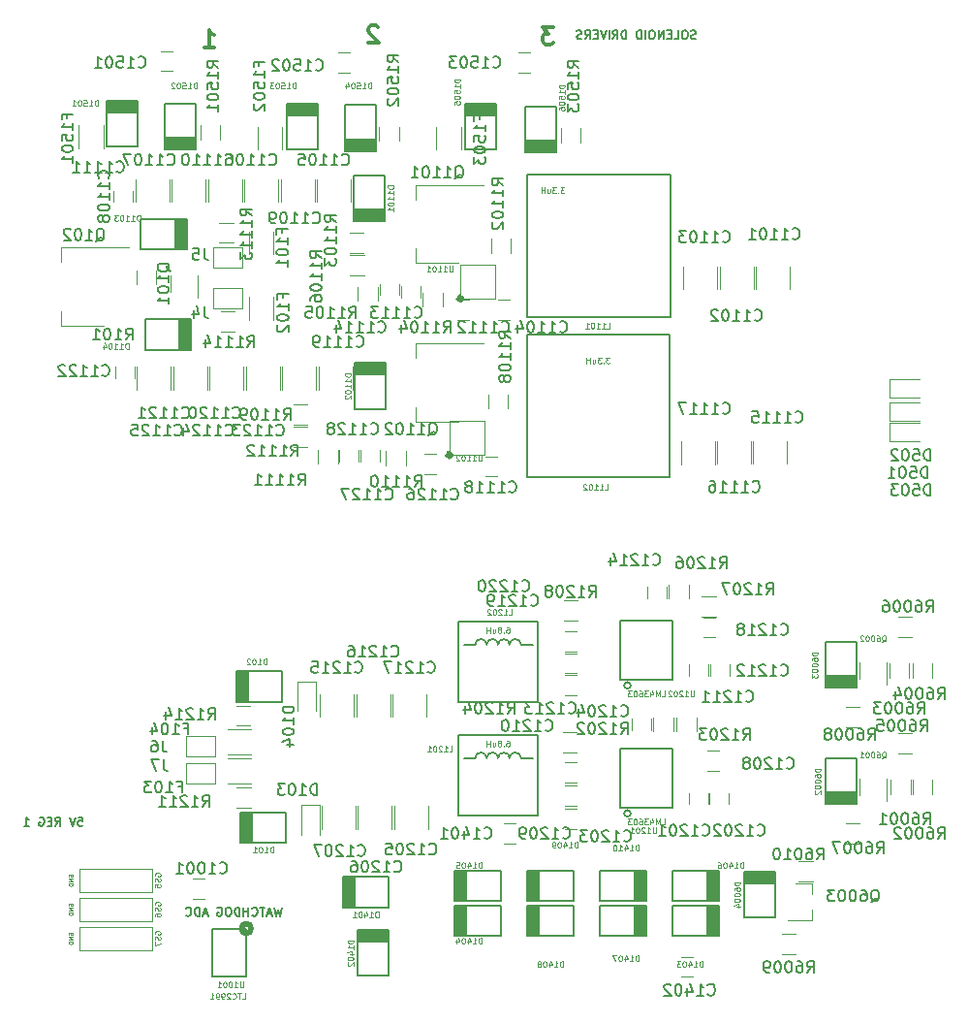
<source format=gbo>
G04 #@! TF.FileFunction,Legend,Bot*
%FSLAX46Y46*%
G04 Gerber Fmt 4.6, Leading zero omitted, Abs format (unit mm)*
G04 Created by KiCad (PCBNEW 4.0.6) date 12/07/17 21:07:41*
%MOMM*%
%LPD*%
G01*
G04 APERTURE LIST*
%ADD10C,0.100000*%
%ADD11C,0.300000*%
%ADD12C,0.187500*%
%ADD13C,0.120000*%
%ADD14C,0.063500*%
%ADD15C,0.150000*%
%ADD16C,0.500000*%
%ADD17C,0.127000*%
%ADD18C,0.050000*%
%ADD19C,0.101600*%
%ADD20C,0.095250*%
G04 APERTURE END LIST*
D10*
D11*
X139437999Y-58868571D02*
X138509428Y-58868571D01*
X139009428Y-59440000D01*
X138795142Y-59440000D01*
X138652285Y-59511429D01*
X138580856Y-59582857D01*
X138509428Y-59725714D01*
X138509428Y-60082857D01*
X138580856Y-60225714D01*
X138652285Y-60297143D01*
X138795142Y-60368571D01*
X139223714Y-60368571D01*
X139366571Y-60297143D01*
X139437999Y-60225714D01*
X124126571Y-58884429D02*
X124055142Y-58813000D01*
X123912285Y-58741571D01*
X123555142Y-58741571D01*
X123412285Y-58813000D01*
X123340856Y-58884429D01*
X123269428Y-59027286D01*
X123269428Y-59170143D01*
X123340856Y-59384429D01*
X124197999Y-60241571D01*
X123269428Y-60241571D01*
X108918428Y-60622571D02*
X109775571Y-60622571D01*
X109346999Y-60622571D02*
X109346999Y-59122571D01*
X109489856Y-59336857D01*
X109632714Y-59479714D01*
X109775571Y-59551143D01*
D12*
X151881428Y-59866571D02*
X151774285Y-59902286D01*
X151595714Y-59902286D01*
X151524285Y-59866571D01*
X151488571Y-59830857D01*
X151452856Y-59759429D01*
X151452856Y-59688000D01*
X151488571Y-59616571D01*
X151524285Y-59580857D01*
X151595714Y-59545143D01*
X151738571Y-59509429D01*
X151809999Y-59473714D01*
X151845714Y-59438000D01*
X151881428Y-59366571D01*
X151881428Y-59295143D01*
X151845714Y-59223714D01*
X151809999Y-59188000D01*
X151738571Y-59152286D01*
X151559999Y-59152286D01*
X151452856Y-59188000D01*
X150988570Y-59152286D02*
X150845713Y-59152286D01*
X150774285Y-59188000D01*
X150702856Y-59259429D01*
X150667142Y-59402286D01*
X150667142Y-59652286D01*
X150702856Y-59795143D01*
X150774285Y-59866571D01*
X150845713Y-59902286D01*
X150988570Y-59902286D01*
X151059999Y-59866571D01*
X151131428Y-59795143D01*
X151167142Y-59652286D01*
X151167142Y-59402286D01*
X151131428Y-59259429D01*
X151059999Y-59188000D01*
X150988570Y-59152286D01*
X149988571Y-59902286D02*
X150345714Y-59902286D01*
X150345714Y-59152286D01*
X149738571Y-59509429D02*
X149488571Y-59509429D01*
X149381428Y-59902286D02*
X149738571Y-59902286D01*
X149738571Y-59152286D01*
X149381428Y-59152286D01*
X149060000Y-59902286D02*
X149060000Y-59152286D01*
X148631428Y-59902286D01*
X148631428Y-59152286D01*
X148131428Y-59152286D02*
X147988571Y-59152286D01*
X147917143Y-59188000D01*
X147845714Y-59259429D01*
X147810000Y-59402286D01*
X147810000Y-59652286D01*
X147845714Y-59795143D01*
X147917143Y-59866571D01*
X147988571Y-59902286D01*
X148131428Y-59902286D01*
X148202857Y-59866571D01*
X148274286Y-59795143D01*
X148310000Y-59652286D01*
X148310000Y-59402286D01*
X148274286Y-59259429D01*
X148202857Y-59188000D01*
X148131428Y-59152286D01*
X147488572Y-59902286D02*
X147488572Y-59152286D01*
X147131429Y-59902286D02*
X147131429Y-59152286D01*
X146952857Y-59152286D01*
X146845714Y-59188000D01*
X146774286Y-59259429D01*
X146738571Y-59330857D01*
X146702857Y-59473714D01*
X146702857Y-59580857D01*
X146738571Y-59723714D01*
X146774286Y-59795143D01*
X146845714Y-59866571D01*
X146952857Y-59902286D01*
X147131429Y-59902286D01*
X145810000Y-59902286D02*
X145810000Y-59152286D01*
X145631428Y-59152286D01*
X145524285Y-59188000D01*
X145452857Y-59259429D01*
X145417142Y-59330857D01*
X145381428Y-59473714D01*
X145381428Y-59580857D01*
X145417142Y-59723714D01*
X145452857Y-59795143D01*
X145524285Y-59866571D01*
X145631428Y-59902286D01*
X145810000Y-59902286D01*
X144631428Y-59902286D02*
X144881428Y-59545143D01*
X145060000Y-59902286D02*
X145060000Y-59152286D01*
X144774285Y-59152286D01*
X144702857Y-59188000D01*
X144667142Y-59223714D01*
X144631428Y-59295143D01*
X144631428Y-59402286D01*
X144667142Y-59473714D01*
X144702857Y-59509429D01*
X144774285Y-59545143D01*
X145060000Y-59545143D01*
X144310000Y-59902286D02*
X144310000Y-59152286D01*
X144059999Y-59152286D02*
X143809999Y-59902286D01*
X143559999Y-59152286D01*
X143310000Y-59509429D02*
X143060000Y-59509429D01*
X142952857Y-59902286D02*
X143310000Y-59902286D01*
X143310000Y-59152286D01*
X142952857Y-59152286D01*
X142202857Y-59902286D02*
X142452857Y-59545143D01*
X142631429Y-59902286D02*
X142631429Y-59152286D01*
X142345714Y-59152286D01*
X142274286Y-59188000D01*
X142238571Y-59223714D01*
X142202857Y-59295143D01*
X142202857Y-59402286D01*
X142238571Y-59473714D01*
X142274286Y-59509429D01*
X142345714Y-59545143D01*
X142631429Y-59545143D01*
X141917143Y-59866571D02*
X141810000Y-59902286D01*
X141631429Y-59902286D01*
X141560000Y-59866571D01*
X141524286Y-59830857D01*
X141488571Y-59759429D01*
X141488571Y-59688000D01*
X141524286Y-59616571D01*
X141560000Y-59580857D01*
X141631429Y-59545143D01*
X141774286Y-59509429D01*
X141845714Y-59473714D01*
X141881429Y-59438000D01*
X141917143Y-59366571D01*
X141917143Y-59295143D01*
X141881429Y-59223714D01*
X141845714Y-59188000D01*
X141774286Y-59152286D01*
X141595714Y-59152286D01*
X141488571Y-59188000D01*
X115702428Y-135733286D02*
X115523857Y-136483286D01*
X115381000Y-135947571D01*
X115238142Y-136483286D01*
X115059571Y-135733286D01*
X114809571Y-136269000D02*
X114452428Y-136269000D01*
X114880999Y-136483286D02*
X114630999Y-135733286D01*
X114380999Y-136483286D01*
X114238142Y-135733286D02*
X113809571Y-135733286D01*
X114023857Y-136483286D02*
X114023857Y-135733286D01*
X113130999Y-136411857D02*
X113166713Y-136447571D01*
X113273856Y-136483286D01*
X113345285Y-136483286D01*
X113452428Y-136447571D01*
X113523856Y-136376143D01*
X113559571Y-136304714D01*
X113595285Y-136161857D01*
X113595285Y-136054714D01*
X113559571Y-135911857D01*
X113523856Y-135840429D01*
X113452428Y-135769000D01*
X113345285Y-135733286D01*
X113273856Y-135733286D01*
X113166713Y-135769000D01*
X113130999Y-135804714D01*
X112809571Y-136483286D02*
X112809571Y-135733286D01*
X112809571Y-136090429D02*
X112380999Y-136090429D01*
X112380999Y-136483286D02*
X112380999Y-135733286D01*
X112023857Y-136483286D02*
X112023857Y-135733286D01*
X111845285Y-135733286D01*
X111738142Y-135769000D01*
X111666714Y-135840429D01*
X111630999Y-135911857D01*
X111595285Y-136054714D01*
X111595285Y-136161857D01*
X111630999Y-136304714D01*
X111666714Y-136376143D01*
X111738142Y-136447571D01*
X111845285Y-136483286D01*
X112023857Y-136483286D01*
X111130999Y-135733286D02*
X110988142Y-135733286D01*
X110916714Y-135769000D01*
X110845285Y-135840429D01*
X110809571Y-135983286D01*
X110809571Y-136233286D01*
X110845285Y-136376143D01*
X110916714Y-136447571D01*
X110988142Y-136483286D01*
X111130999Y-136483286D01*
X111202428Y-136447571D01*
X111273857Y-136376143D01*
X111309571Y-136233286D01*
X111309571Y-135983286D01*
X111273857Y-135840429D01*
X111202428Y-135769000D01*
X111130999Y-135733286D01*
X110095285Y-135769000D02*
X110166714Y-135733286D01*
X110273857Y-135733286D01*
X110381000Y-135769000D01*
X110452428Y-135840429D01*
X110488143Y-135911857D01*
X110523857Y-136054714D01*
X110523857Y-136161857D01*
X110488143Y-136304714D01*
X110452428Y-136376143D01*
X110381000Y-136447571D01*
X110273857Y-136483286D01*
X110202428Y-136483286D01*
X110095285Y-136447571D01*
X110059571Y-136411857D01*
X110059571Y-136161857D01*
X110202428Y-136161857D01*
X109202428Y-136269000D02*
X108845285Y-136269000D01*
X109273856Y-136483286D02*
X109023856Y-135733286D01*
X108773856Y-136483286D01*
X108523857Y-136483286D02*
X108523857Y-135733286D01*
X108345285Y-135733286D01*
X108238142Y-135769000D01*
X108166714Y-135840429D01*
X108130999Y-135911857D01*
X108095285Y-136054714D01*
X108095285Y-136161857D01*
X108130999Y-136304714D01*
X108166714Y-136376143D01*
X108238142Y-136447571D01*
X108345285Y-136483286D01*
X108523857Y-136483286D01*
X107345285Y-136411857D02*
X107380999Y-136447571D01*
X107488142Y-136483286D01*
X107559571Y-136483286D01*
X107666714Y-136447571D01*
X107738142Y-136376143D01*
X107773857Y-136304714D01*
X107809571Y-136161857D01*
X107809571Y-136054714D01*
X107773857Y-135911857D01*
X107738142Y-135840429D01*
X107666714Y-135769000D01*
X107559571Y-135733286D01*
X107488142Y-135733286D01*
X107380999Y-135769000D01*
X107345285Y-135804714D01*
X97918715Y-127859286D02*
X98275858Y-127859286D01*
X98311572Y-128216429D01*
X98275858Y-128180714D01*
X98204429Y-128145000D01*
X98025858Y-128145000D01*
X97954429Y-128180714D01*
X97918715Y-128216429D01*
X97883000Y-128287857D01*
X97883000Y-128466429D01*
X97918715Y-128537857D01*
X97954429Y-128573571D01*
X98025858Y-128609286D01*
X98204429Y-128609286D01*
X98275858Y-128573571D01*
X98311572Y-128537857D01*
X97668714Y-127859286D02*
X97418714Y-128609286D01*
X97168714Y-127859286D01*
X95918714Y-128609286D02*
X96168714Y-128252143D01*
X96347286Y-128609286D02*
X96347286Y-127859286D01*
X96061571Y-127859286D01*
X95990143Y-127895000D01*
X95954428Y-127930714D01*
X95918714Y-128002143D01*
X95918714Y-128109286D01*
X95954428Y-128180714D01*
X95990143Y-128216429D01*
X96061571Y-128252143D01*
X96347286Y-128252143D01*
X95597286Y-128216429D02*
X95347286Y-128216429D01*
X95240143Y-128609286D02*
X95597286Y-128609286D01*
X95597286Y-127859286D01*
X95240143Y-127859286D01*
X94525857Y-127895000D02*
X94597286Y-127859286D01*
X94704429Y-127859286D01*
X94811572Y-127895000D01*
X94883000Y-127966429D01*
X94918715Y-128037857D01*
X94954429Y-128180714D01*
X94954429Y-128287857D01*
X94918715Y-128430714D01*
X94883000Y-128502143D01*
X94811572Y-128573571D01*
X94704429Y-128609286D01*
X94633000Y-128609286D01*
X94525857Y-128573571D01*
X94490143Y-128537857D01*
X94490143Y-128287857D01*
X94633000Y-128287857D01*
X93204428Y-128609286D02*
X93633000Y-128609286D01*
X93418714Y-128609286D02*
X93418714Y-127859286D01*
X93490143Y-127966429D01*
X93561571Y-128037857D01*
X93633000Y-128073571D01*
D13*
X96388000Y-84944000D02*
X96388000Y-83684000D01*
X96388000Y-78124000D02*
X96388000Y-79384000D01*
X100148000Y-84944000D02*
X96388000Y-84944000D01*
X102398000Y-78124000D02*
X96388000Y-78124000D01*
X127376000Y-79483000D02*
X127376000Y-78223000D01*
X127376000Y-72663000D02*
X127376000Y-73923000D01*
X131136000Y-79483000D02*
X127376000Y-79483000D01*
X133386000Y-72663000D02*
X127376000Y-72663000D01*
X127376000Y-93326000D02*
X127376000Y-92066000D01*
X127376000Y-86506000D02*
X127376000Y-87766000D01*
X131136000Y-93326000D02*
X127376000Y-93326000D01*
X133386000Y-86506000D02*
X127376000Y-86506000D01*
X132072000Y-84416000D02*
X131072000Y-84416000D01*
X131072000Y-82716000D02*
X132072000Y-82716000D01*
X151298800Y-108753200D02*
X151298800Y-107553200D01*
X149538800Y-107553200D02*
X149538800Y-108753200D01*
D14*
X98044000Y-132334000D02*
X104394000Y-132334000D01*
X104394000Y-132334000D02*
X104394000Y-134366000D01*
X104394000Y-134366000D02*
X98044000Y-134366000D01*
X98044000Y-134366000D02*
X98044000Y-133350000D01*
X98044000Y-133350000D02*
X98044000Y-132334000D01*
X98044000Y-134874000D02*
X104394000Y-134874000D01*
X104394000Y-134874000D02*
X104394000Y-136906000D01*
X104394000Y-136906000D02*
X98044000Y-136906000D01*
X98044000Y-136906000D02*
X98044000Y-135890000D01*
X98044000Y-135890000D02*
X98044000Y-134874000D01*
X98044000Y-137414000D02*
X104394000Y-137414000D01*
X104394000Y-137414000D02*
X104394000Y-139446000D01*
X104394000Y-139446000D02*
X98044000Y-139446000D01*
X98044000Y-139446000D02*
X98044000Y-138430000D01*
X98044000Y-138430000D02*
X98044000Y-137414000D01*
D13*
X168546000Y-124522000D02*
X168546000Y-126422000D01*
X166226000Y-125922000D02*
X166226000Y-124522000D01*
X168546000Y-114362000D02*
X168546000Y-116262000D01*
X166226000Y-115762000D02*
X166226000Y-114362000D01*
D15*
X137133000Y-91948000D02*
X137133000Y-85698000D01*
X137133000Y-85698000D02*
X149633000Y-85698000D01*
X149633000Y-85698000D02*
X149633000Y-98198000D01*
X149633000Y-98198000D02*
X137133000Y-98198000D01*
X137133000Y-98198000D02*
X137133000Y-91948000D01*
X137196500Y-77978000D02*
X137196500Y-71728000D01*
X137196500Y-71728000D02*
X149696500Y-71728000D01*
X149696500Y-71728000D02*
X149696500Y-84228000D01*
X149696500Y-84228000D02*
X137196500Y-84228000D01*
X137196500Y-84228000D02*
X137196500Y-77978000D01*
X138120000Y-114300000D02*
X138120000Y-110800000D01*
X138120000Y-110800000D02*
X131120000Y-110800000D01*
X131120000Y-110800000D02*
X131120000Y-117800000D01*
X131120000Y-117800000D02*
X138120000Y-117800000D01*
X138120000Y-117800000D02*
X138120000Y-114300000D01*
X136620000Y-112800000D02*
X137620000Y-112800000D01*
X132120000Y-112800000D02*
X131620000Y-112800000D01*
X132620000Y-112800000D02*
X132120000Y-112800000D01*
X132620000Y-112800000D02*
G75*
G02X133120000Y-112300000I500000J0D01*
G01*
X133620000Y-112800000D02*
G75*
G02X134120000Y-112300000I500000J0D01*
G01*
X133120000Y-112300000D02*
G75*
G02X133620000Y-112800000I0J-500000D01*
G01*
X134120000Y-112300000D02*
G75*
G02X134620000Y-112800000I0J-500000D01*
G01*
X134620000Y-112800000D02*
G75*
G02X135120000Y-112300000I500000J0D01*
G01*
X135120000Y-112300000D02*
G75*
G02X135620000Y-112800000I0J-500000D01*
G01*
X136120000Y-112300000D02*
G75*
G02X136620000Y-112800000I0J-500000D01*
G01*
X135620000Y-112800000D02*
G75*
G02X136120000Y-112300000I500000J0D01*
G01*
X138120000Y-124206000D02*
X138120000Y-120706000D01*
X138120000Y-120706000D02*
X131120000Y-120706000D01*
X131120000Y-120706000D02*
X131120000Y-127706000D01*
X131120000Y-127706000D02*
X138120000Y-127706000D01*
X138120000Y-127706000D02*
X138120000Y-124206000D01*
X136620000Y-122706000D02*
X137620000Y-122706000D01*
X132120000Y-122706000D02*
X131620000Y-122706000D01*
X132620000Y-122706000D02*
X132120000Y-122706000D01*
X132620000Y-122706000D02*
G75*
G02X133120000Y-122206000I500000J0D01*
G01*
X133620000Y-122706000D02*
G75*
G02X134120000Y-122206000I500000J0D01*
G01*
X133120000Y-122206000D02*
G75*
G02X133620000Y-122706000I0J-500000D01*
G01*
X134120000Y-122206000D02*
G75*
G02X134620000Y-122706000I0J-500000D01*
G01*
X134620000Y-122706000D02*
G75*
G02X135120000Y-122206000I500000J0D01*
G01*
X135120000Y-122206000D02*
G75*
G02X135620000Y-122706000I0J-500000D01*
G01*
X136120000Y-122206000D02*
G75*
G02X136620000Y-122706000I0J-500000D01*
G01*
X135620000Y-122706000D02*
G75*
G02X136120000Y-122206000I500000J0D01*
G01*
D16*
X113051636Y-137582320D02*
G75*
G03X113051636Y-137582320I-430116J0D01*
G01*
D15*
X109625000Y-137600000D02*
X112625000Y-137600000D01*
X112625000Y-137600000D02*
X112625000Y-141800000D01*
X112625000Y-141800000D02*
X109625000Y-141800000D01*
X109625000Y-141800000D02*
X109625000Y-137600000D01*
D17*
X146203981Y-127535000D02*
G75*
G03X146203981Y-127535000I-283981J0D01*
G01*
X149824000Y-121910000D02*
X149824000Y-127010000D01*
X149824000Y-127010000D02*
X145324000Y-127010000D01*
X145324000Y-127010000D02*
X145324000Y-121910000D01*
X145324000Y-121910000D02*
X149824000Y-121910000D01*
X146203981Y-116359000D02*
G75*
G03X146203981Y-116359000I-283981J0D01*
G01*
X149824000Y-110734000D02*
X149824000Y-115834000D01*
X149824000Y-115834000D02*
X145324000Y-115834000D01*
X145324000Y-115834000D02*
X145324000Y-110734000D01*
X145324000Y-110734000D02*
X149824000Y-110734000D01*
D16*
X130480921Y-96242000D02*
G75*
G03X130480921Y-96242000I-141421J0D01*
G01*
D18*
X130339500Y-96242000D02*
X133439500Y-96242000D01*
X133439500Y-96242000D02*
X133439500Y-93242000D01*
X133439500Y-93242000D02*
X130339500Y-93242000D01*
X130339500Y-93242000D02*
X130339500Y-96242000D01*
D16*
X131433421Y-82589500D02*
G75*
G03X131433421Y-82589500I-141421J0D01*
G01*
D18*
X131292000Y-82589500D02*
X134392000Y-82589500D01*
X134392000Y-82589500D02*
X134392000Y-79589500D01*
X134392000Y-79589500D02*
X131292000Y-79589500D01*
X131292000Y-79589500D02*
X131292000Y-82589500D01*
D13*
X125393000Y-119110000D02*
X125393000Y-117110000D01*
X128353000Y-117110000D02*
X128353000Y-119110000D01*
X122218000Y-119110000D02*
X122218000Y-117110000D01*
X125178000Y-117110000D02*
X125178000Y-119110000D01*
X119043000Y-119110000D02*
X119043000Y-117110000D01*
X122003000Y-117110000D02*
X122003000Y-119110000D01*
X122130000Y-126889000D02*
X122130000Y-128889000D01*
X119170000Y-128889000D02*
X119170000Y-126889000D01*
X125305000Y-126889000D02*
X125305000Y-128889000D01*
X122345000Y-128889000D02*
X122345000Y-126889000D01*
X128480000Y-126889000D02*
X128480000Y-128889000D01*
X125520000Y-128889000D02*
X125520000Y-126889000D01*
X103041000Y-90535000D02*
X103041000Y-88535000D01*
X106001000Y-88535000D02*
X106001000Y-90535000D01*
X109391000Y-90535000D02*
X109391000Y-88535000D01*
X112351000Y-88535000D02*
X112351000Y-90535000D01*
X115741000Y-90535000D02*
X115741000Y-88535000D01*
X118701000Y-88535000D02*
X118701000Y-90535000D01*
X106216000Y-90535000D02*
X106216000Y-88535000D01*
X109176000Y-88535000D02*
X109176000Y-90535000D01*
X112566000Y-90535000D02*
X112566000Y-88535000D01*
X115526000Y-88535000D02*
X115526000Y-90535000D01*
X118916000Y-90535000D02*
X118916000Y-88535000D01*
X121876000Y-88535000D02*
X121876000Y-90535000D01*
X150602500Y-97075500D02*
X150602500Y-95075500D01*
X153562500Y-95075500D02*
X153562500Y-97075500D01*
X153777500Y-97012000D02*
X153777500Y-95012000D01*
X156737500Y-95012000D02*
X156737500Y-97012000D01*
X156889000Y-97012000D02*
X156889000Y-95012000D01*
X159849000Y-95012000D02*
X159849000Y-97012000D01*
X105874000Y-72152000D02*
X105874000Y-74152000D01*
X102914000Y-74152000D02*
X102914000Y-72152000D01*
X112224000Y-72152000D02*
X112224000Y-74152000D01*
X109264000Y-74152000D02*
X109264000Y-72152000D01*
X118574000Y-72152000D02*
X118574000Y-74152000D01*
X115614000Y-74152000D02*
X115614000Y-72152000D01*
X109049000Y-72152000D02*
X109049000Y-74152000D01*
X106089000Y-74152000D02*
X106089000Y-72152000D01*
X115399000Y-72152000D02*
X115399000Y-74152000D01*
X112439000Y-74152000D02*
X112439000Y-72152000D01*
X121749000Y-72152000D02*
X121749000Y-74152000D01*
X118789000Y-74152000D02*
X118789000Y-72152000D01*
X150793000Y-81772000D02*
X150793000Y-79772000D01*
X153753000Y-79772000D02*
X153753000Y-81772000D01*
X153968000Y-81772000D02*
X153968000Y-79772000D01*
X156928000Y-79772000D02*
X156928000Y-81772000D01*
X157143000Y-81772000D02*
X157143000Y-79772000D01*
X160103000Y-79772000D02*
X160103000Y-81772000D01*
X108958000Y-134962000D02*
X107958000Y-134962000D01*
X107958000Y-133262000D02*
X108958000Y-133262000D01*
X134628000Y-82716000D02*
X135628000Y-82716000D01*
X135628000Y-84416000D02*
X134628000Y-84416000D01*
X102704000Y-73160000D02*
X102704000Y-74160000D01*
X101004000Y-74160000D02*
X101004000Y-73160000D01*
X126150000Y-82491200D02*
X126150000Y-81491200D01*
X127850000Y-81491200D02*
X127850000Y-82491200D01*
X125970400Y-81288000D02*
X125970400Y-82288000D01*
X124270400Y-82288000D02*
X124270400Y-81288000D01*
X133548500Y-96368500D02*
X134548500Y-96368500D01*
X134548500Y-98068500D02*
X133548500Y-98068500D01*
X101131000Y-89527000D02*
X101131000Y-88527000D01*
X102831000Y-88527000D02*
X102831000Y-89527000D01*
X128214500Y-96178000D02*
X129214500Y-96178000D01*
X129214500Y-97878000D02*
X128214500Y-97878000D01*
X122594000Y-96829500D02*
X122594000Y-95829500D01*
X124294000Y-95829500D02*
X124294000Y-96829500D01*
X122452500Y-95829500D02*
X122452500Y-96829500D01*
X120752500Y-96829500D02*
X120752500Y-95829500D01*
X151296000Y-126738000D02*
X151296000Y-125738000D01*
X152996000Y-125738000D02*
X152996000Y-126738000D01*
X153074000Y-126738000D02*
X153074000Y-125738000D01*
X154774000Y-125738000D02*
X154774000Y-126738000D01*
X141470000Y-128866000D02*
X140470000Y-128866000D01*
X140470000Y-127166000D02*
X141470000Y-127166000D01*
X147979500Y-119261000D02*
X147979500Y-120261000D01*
X146279500Y-120261000D02*
X146279500Y-119261000D01*
X153916000Y-123786000D02*
X152916000Y-123786000D01*
X152916000Y-122086000D02*
X153916000Y-122086000D01*
X140470000Y-125134000D02*
X141470000Y-125134000D01*
X141470000Y-126834000D02*
X140470000Y-126834000D01*
X140470000Y-123102000D02*
X141470000Y-123102000D01*
X141470000Y-124802000D02*
X140470000Y-124802000D01*
X151296000Y-115498500D02*
X151296000Y-114498500D01*
X152996000Y-114498500D02*
X152996000Y-115498500D01*
X153137500Y-115498500D02*
X153137500Y-114498500D01*
X154837500Y-114498500D02*
X154837500Y-115498500D01*
X141470000Y-117182000D02*
X140470000Y-117182000D01*
X140470000Y-115482000D02*
X141470000Y-115482000D01*
X147638400Y-108754800D02*
X147638400Y-107754800D01*
X149338400Y-107754800D02*
X149338400Y-108754800D01*
X153598500Y-112165500D02*
X152598500Y-112165500D01*
X152598500Y-110465500D02*
X153598500Y-110465500D01*
X140470000Y-113577000D02*
X141470000Y-113577000D01*
X141470000Y-115277000D02*
X140470000Y-115277000D01*
X140470000Y-111672000D02*
X141470000Y-111672000D01*
X141470000Y-113372000D02*
X140470000Y-113372000D01*
X135136000Y-128436000D02*
X136136000Y-128436000D01*
X136136000Y-130136000D02*
X135136000Y-130136000D01*
X150591900Y-140094600D02*
X151591900Y-140094600D01*
X151591900Y-141794600D02*
X150591900Y-141794600D01*
X105164000Y-60999000D02*
X106164000Y-60999000D01*
X106164000Y-62699000D02*
X105164000Y-62699000D01*
X120658000Y-61126000D02*
X121658000Y-61126000D01*
X121658000Y-62826000D02*
X120658000Y-62826000D01*
X136406000Y-61126000D02*
X137406000Y-61126000D01*
X137406000Y-62826000D02*
X136406000Y-62826000D01*
X135754000Y-78578000D02*
X135754000Y-77378000D01*
X133994000Y-77378000D02*
X133994000Y-78578000D01*
X122875600Y-76869400D02*
X121675600Y-76869400D01*
X121675600Y-78629400D02*
X122875600Y-78629400D01*
X129810400Y-83251600D02*
X129810400Y-82051600D01*
X128050400Y-82051600D02*
X128050400Y-83251600D01*
X124095400Y-82769000D02*
X124095400Y-81569000D01*
X122335400Y-81569000D02*
X122335400Y-82769000D01*
X121688300Y-80547100D02*
X122888300Y-80547100D01*
X122888300Y-78787100D02*
X121688300Y-78787100D01*
X135500000Y-92167000D02*
X135500000Y-90967000D01*
X133740000Y-90967000D02*
X133740000Y-92167000D01*
X117948000Y-91830000D02*
X116748000Y-91830000D01*
X116748000Y-93590000D02*
X117948000Y-93590000D01*
X126546500Y-97120000D02*
X126546500Y-95920000D01*
X124786500Y-95920000D02*
X124786500Y-97120000D01*
X120602900Y-97018400D02*
X120602900Y-95818400D01*
X118842900Y-95818400D02*
X118842900Y-97018400D01*
X116735300Y-95545800D02*
X117935300Y-95545800D01*
X117935300Y-93785800D02*
X116735300Y-93785800D01*
X111471000Y-75955000D02*
X110271000Y-75955000D01*
X110271000Y-77715000D02*
X111471000Y-77715000D01*
X111598000Y-83702000D02*
X110398000Y-83702000D01*
X110398000Y-85462000D02*
X111598000Y-85462000D01*
X148154500Y-119161000D02*
X148154500Y-120361000D01*
X149914500Y-120361000D02*
X149914500Y-119161000D01*
X150186500Y-119161000D02*
X150186500Y-120361000D01*
X151946500Y-120361000D02*
X151946500Y-119161000D01*
X140306500Y-122228500D02*
X141506500Y-122228500D01*
X141506500Y-120468500D02*
X140306500Y-120468500D01*
X153635000Y-108594000D02*
X152435000Y-108594000D01*
X152435000Y-110354000D02*
X153635000Y-110354000D01*
X140370000Y-110709600D02*
X141570000Y-110709600D01*
X141570000Y-108949600D02*
X140370000Y-108949600D01*
X112995000Y-125294500D02*
X111795000Y-125294500D01*
X111795000Y-127054500D02*
X112995000Y-127054500D01*
X112931500Y-118119000D02*
X111731500Y-118119000D01*
X111731500Y-119879000D02*
X112931500Y-119879000D01*
X108594000Y-67472000D02*
X108594000Y-68672000D01*
X110354000Y-68672000D02*
X110354000Y-67472000D01*
X124215000Y-67599000D02*
X124215000Y-68799000D01*
X125975000Y-68799000D02*
X125975000Y-67599000D01*
X140090000Y-67726000D02*
X140090000Y-68926000D01*
X141850000Y-68926000D02*
X141850000Y-67726000D01*
X170679000Y-125822000D02*
X170679000Y-124622000D01*
X168919000Y-124622000D02*
X168919000Y-125822000D01*
X170824000Y-124622000D02*
X170824000Y-125822000D01*
X172584000Y-125822000D02*
X172584000Y-124622000D01*
X170552000Y-115662000D02*
X170552000Y-114462000D01*
X168792000Y-114462000D02*
X168792000Y-115662000D01*
X170824000Y-114462000D02*
X170824000Y-115662000D01*
X172584000Y-115662000D02*
X172584000Y-114462000D01*
X170780000Y-120532000D02*
X169580000Y-120532000D01*
X169580000Y-122292000D02*
X170780000Y-122292000D01*
X170780000Y-110372000D02*
X169580000Y-110372000D01*
X169580000Y-112132000D02*
X170780000Y-112132000D01*
X165008000Y-130166000D02*
X166208000Y-130166000D01*
X166208000Y-128406000D02*
X165008000Y-128406000D01*
X165008000Y-120006000D02*
X166208000Y-120006000D01*
X166208000Y-118246000D02*
X165008000Y-118246000D01*
X159420000Y-139818000D02*
X160620000Y-139818000D01*
X160620000Y-138058000D02*
X159420000Y-138058000D01*
X162093200Y-131708000D02*
X160893200Y-131708000D01*
X160893200Y-133468000D02*
X162093200Y-133468000D01*
D17*
X113009500Y-130078000D02*
X113009500Y-127478000D01*
X113009500Y-127478000D02*
X112909500Y-127478000D01*
X112909500Y-127478000D02*
X112909500Y-130078000D01*
X112909500Y-130078000D02*
X112809500Y-130078000D01*
X112809500Y-130078000D02*
X112809500Y-127478000D01*
X112809500Y-127478000D02*
X112709500Y-127478000D01*
X112709500Y-127478000D02*
X112709500Y-130078000D01*
X112709500Y-130078000D02*
X112609500Y-130078000D01*
X112609500Y-130078000D02*
X112609500Y-127478000D01*
X112609500Y-127478000D02*
X112509500Y-127478000D01*
X112509500Y-127478000D02*
X112509500Y-130078000D01*
X112509500Y-130078000D02*
X112409500Y-130078000D01*
X112409500Y-130078000D02*
X112409500Y-127478000D01*
X112409500Y-127478000D02*
X112309500Y-127478000D01*
X112309500Y-127478000D02*
X112309500Y-130078000D01*
X112309500Y-130078000D02*
X112209500Y-130078000D01*
X112209500Y-130078000D02*
X112209500Y-127478000D01*
X113109500Y-130128000D02*
X113109500Y-127428000D01*
X112109500Y-127428000D02*
X116109500Y-127428000D01*
X116109500Y-127428000D02*
X116109500Y-130128000D01*
X116109500Y-130128000D02*
X112109500Y-130128000D01*
X112109500Y-130128000D02*
X112109500Y-127428000D01*
X112628500Y-117759000D02*
X112628500Y-115159000D01*
X112628500Y-115159000D02*
X112528500Y-115159000D01*
X112528500Y-115159000D02*
X112528500Y-117759000D01*
X112528500Y-117759000D02*
X112428500Y-117759000D01*
X112428500Y-117759000D02*
X112428500Y-115159000D01*
X112428500Y-115159000D02*
X112328500Y-115159000D01*
X112328500Y-115159000D02*
X112328500Y-117759000D01*
X112328500Y-117759000D02*
X112228500Y-117759000D01*
X112228500Y-117759000D02*
X112228500Y-115159000D01*
X112228500Y-115159000D02*
X112128500Y-115159000D01*
X112128500Y-115159000D02*
X112128500Y-117759000D01*
X112128500Y-117759000D02*
X112028500Y-117759000D01*
X112028500Y-117759000D02*
X112028500Y-115159000D01*
X112028500Y-115159000D02*
X111928500Y-115159000D01*
X111928500Y-115159000D02*
X111928500Y-117759000D01*
X111928500Y-117759000D02*
X111828500Y-117759000D01*
X111828500Y-117759000D02*
X111828500Y-115159000D01*
X112728500Y-117809000D02*
X112728500Y-115109000D01*
X111728500Y-115109000D02*
X115728500Y-115109000D01*
X115728500Y-115109000D02*
X115728500Y-117809000D01*
X115728500Y-117809000D02*
X111728500Y-117809000D01*
X111728500Y-117809000D02*
X111728500Y-115109000D01*
D13*
X117437000Y-126797000D02*
X119037000Y-126797000D01*
X119037000Y-126797000D02*
X119037000Y-129397000D01*
X117437000Y-126797000D02*
X117437000Y-129397000D01*
X117119500Y-116002000D02*
X118719500Y-116002000D01*
X118719500Y-116002000D02*
X118719500Y-118602000D01*
X117119500Y-116002000D02*
X117119500Y-118602000D01*
X168834000Y-93256000D02*
X168834000Y-91656000D01*
X168834000Y-91656000D02*
X171434000Y-91656000D01*
X168834000Y-93256000D02*
X171434000Y-93256000D01*
X168834000Y-91224000D02*
X168834000Y-89624000D01*
X168834000Y-89624000D02*
X171434000Y-89624000D01*
X168834000Y-91224000D02*
X171434000Y-91224000D01*
X168834000Y-95034000D02*
X168834000Y-93434000D01*
X168834000Y-93434000D02*
X171434000Y-93434000D01*
X168834000Y-95034000D02*
X171434000Y-95034000D01*
D17*
X124617000Y-74925100D02*
X122017000Y-74925100D01*
X122017000Y-74925100D02*
X122017000Y-75025100D01*
X122017000Y-75025100D02*
X124617000Y-75025100D01*
X124617000Y-75025100D02*
X124617000Y-75125100D01*
X124617000Y-75125100D02*
X122017000Y-75125100D01*
X122017000Y-75125100D02*
X122017000Y-75225100D01*
X122017000Y-75225100D02*
X124617000Y-75225100D01*
X124617000Y-75225100D02*
X124617000Y-75325100D01*
X124617000Y-75325100D02*
X122017000Y-75325100D01*
X122017000Y-75325100D02*
X122017000Y-75425100D01*
X122017000Y-75425100D02*
X124617000Y-75425100D01*
X124617000Y-75425100D02*
X124617000Y-75525100D01*
X124617000Y-75525100D02*
X122017000Y-75525100D01*
X122017000Y-75525100D02*
X122017000Y-75625100D01*
X122017000Y-75625100D02*
X124617000Y-75625100D01*
X124617000Y-75625100D02*
X124617000Y-75725100D01*
X124617000Y-75725100D02*
X122017000Y-75725100D01*
X124667000Y-74825100D02*
X121967000Y-74825100D01*
X121967000Y-75825100D02*
X121967000Y-71825100D01*
X121967000Y-71825100D02*
X124667000Y-71825100D01*
X124667000Y-71825100D02*
X124667000Y-75825100D01*
X124667000Y-75825100D02*
X121967000Y-75825100D01*
X122174480Y-89118260D02*
X124774480Y-89118260D01*
X124774480Y-89118260D02*
X124774480Y-89018260D01*
X124774480Y-89018260D02*
X122174480Y-89018260D01*
X122174480Y-89018260D02*
X122174480Y-88918260D01*
X122174480Y-88918260D02*
X124774480Y-88918260D01*
X124774480Y-88918260D02*
X124774480Y-88818260D01*
X124774480Y-88818260D02*
X122174480Y-88818260D01*
X122174480Y-88818260D02*
X122174480Y-88718260D01*
X122174480Y-88718260D02*
X124774480Y-88718260D01*
X124774480Y-88718260D02*
X124774480Y-88618260D01*
X124774480Y-88618260D02*
X122174480Y-88618260D01*
X122174480Y-88618260D02*
X122174480Y-88518260D01*
X122174480Y-88518260D02*
X124774480Y-88518260D01*
X124774480Y-88518260D02*
X124774480Y-88418260D01*
X124774480Y-88418260D02*
X122174480Y-88418260D01*
X122174480Y-88418260D02*
X122174480Y-88318260D01*
X122174480Y-88318260D02*
X124774480Y-88318260D01*
X122124480Y-89218260D02*
X124824480Y-89218260D01*
X124824480Y-88218260D02*
X124824480Y-92218260D01*
X124824480Y-92218260D02*
X122124480Y-92218260D01*
X122124480Y-92218260D02*
X122124480Y-88218260D01*
X122124480Y-88218260D02*
X124824480Y-88218260D01*
X106510000Y-75662000D02*
X106510000Y-78262000D01*
X106510000Y-78262000D02*
X106610000Y-78262000D01*
X106610000Y-78262000D02*
X106610000Y-75662000D01*
X106610000Y-75662000D02*
X106710000Y-75662000D01*
X106710000Y-75662000D02*
X106710000Y-78262000D01*
X106710000Y-78262000D02*
X106810000Y-78262000D01*
X106810000Y-78262000D02*
X106810000Y-75662000D01*
X106810000Y-75662000D02*
X106910000Y-75662000D01*
X106910000Y-75662000D02*
X106910000Y-78262000D01*
X106910000Y-78262000D02*
X107010000Y-78262000D01*
X107010000Y-78262000D02*
X107010000Y-75662000D01*
X107010000Y-75662000D02*
X107110000Y-75662000D01*
X107110000Y-75662000D02*
X107110000Y-78262000D01*
X107110000Y-78262000D02*
X107210000Y-78262000D01*
X107210000Y-78262000D02*
X107210000Y-75662000D01*
X107210000Y-75662000D02*
X107310000Y-75662000D01*
X107310000Y-75662000D02*
X107310000Y-78262000D01*
X106410000Y-75612000D02*
X106410000Y-78312000D01*
X107410000Y-78312000D02*
X103410000Y-78312000D01*
X103410000Y-78312000D02*
X103410000Y-75612000D01*
X103410000Y-75612000D02*
X107410000Y-75612000D01*
X107410000Y-75612000D02*
X107410000Y-78312000D01*
X106891000Y-84425000D02*
X106891000Y-87025000D01*
X106891000Y-87025000D02*
X106991000Y-87025000D01*
X106991000Y-87025000D02*
X106991000Y-84425000D01*
X106991000Y-84425000D02*
X107091000Y-84425000D01*
X107091000Y-84425000D02*
X107091000Y-87025000D01*
X107091000Y-87025000D02*
X107191000Y-87025000D01*
X107191000Y-87025000D02*
X107191000Y-84425000D01*
X107191000Y-84425000D02*
X107291000Y-84425000D01*
X107291000Y-84425000D02*
X107291000Y-87025000D01*
X107291000Y-87025000D02*
X107391000Y-87025000D01*
X107391000Y-87025000D02*
X107391000Y-84425000D01*
X107391000Y-84425000D02*
X107491000Y-84425000D01*
X107491000Y-84425000D02*
X107491000Y-87025000D01*
X107491000Y-87025000D02*
X107591000Y-87025000D01*
X107591000Y-87025000D02*
X107591000Y-84425000D01*
X107591000Y-84425000D02*
X107691000Y-84425000D01*
X107691000Y-84425000D02*
X107691000Y-87025000D01*
X106791000Y-84375000D02*
X106791000Y-87075000D01*
X107791000Y-87075000D02*
X103791000Y-87075000D01*
X103791000Y-87075000D02*
X103791000Y-84375000D01*
X103791000Y-84375000D02*
X107791000Y-84375000D01*
X107791000Y-84375000D02*
X107791000Y-87075000D01*
X121963000Y-135729500D02*
X121963000Y-133129500D01*
X121963000Y-133129500D02*
X121863000Y-133129500D01*
X121863000Y-133129500D02*
X121863000Y-135729500D01*
X121863000Y-135729500D02*
X121763000Y-135729500D01*
X121763000Y-135729500D02*
X121763000Y-133129500D01*
X121763000Y-133129500D02*
X121663000Y-133129500D01*
X121663000Y-133129500D02*
X121663000Y-135729500D01*
X121663000Y-135729500D02*
X121563000Y-135729500D01*
X121563000Y-135729500D02*
X121563000Y-133129500D01*
X121563000Y-133129500D02*
X121463000Y-133129500D01*
X121463000Y-133129500D02*
X121463000Y-135729500D01*
X121463000Y-135729500D02*
X121363000Y-135729500D01*
X121363000Y-135729500D02*
X121363000Y-133129500D01*
X121363000Y-133129500D02*
X121263000Y-133129500D01*
X121263000Y-133129500D02*
X121263000Y-135729500D01*
X121263000Y-135729500D02*
X121163000Y-135729500D01*
X121163000Y-135729500D02*
X121163000Y-133129500D01*
X122063000Y-135779500D02*
X122063000Y-133079500D01*
X121063000Y-133079500D02*
X125063000Y-133079500D01*
X125063000Y-133079500D02*
X125063000Y-135779500D01*
X125063000Y-135779500D02*
X121063000Y-135779500D01*
X121063000Y-135779500D02*
X121063000Y-133079500D01*
X122398000Y-138600000D02*
X124998000Y-138600000D01*
X124998000Y-138600000D02*
X124998000Y-138500000D01*
X124998000Y-138500000D02*
X122398000Y-138500000D01*
X122398000Y-138500000D02*
X122398000Y-138400000D01*
X122398000Y-138400000D02*
X124998000Y-138400000D01*
X124998000Y-138400000D02*
X124998000Y-138300000D01*
X124998000Y-138300000D02*
X122398000Y-138300000D01*
X122398000Y-138300000D02*
X122398000Y-138200000D01*
X122398000Y-138200000D02*
X124998000Y-138200000D01*
X124998000Y-138200000D02*
X124998000Y-138100000D01*
X124998000Y-138100000D02*
X122398000Y-138100000D01*
X122398000Y-138100000D02*
X122398000Y-138000000D01*
X122398000Y-138000000D02*
X124998000Y-138000000D01*
X124998000Y-138000000D02*
X124998000Y-137900000D01*
X124998000Y-137900000D02*
X122398000Y-137900000D01*
X122398000Y-137900000D02*
X122398000Y-137800000D01*
X122398000Y-137800000D02*
X124998000Y-137800000D01*
X122348000Y-138700000D02*
X125048000Y-138700000D01*
X125048000Y-137700000D02*
X125048000Y-141700000D01*
X125048000Y-141700000D02*
X122348000Y-141700000D01*
X122348000Y-141700000D02*
X122348000Y-137700000D01*
X122348000Y-137700000D02*
X125048000Y-137700000D01*
X152992000Y-135606000D02*
X152992000Y-138206000D01*
X152992000Y-138206000D02*
X153092000Y-138206000D01*
X153092000Y-138206000D02*
X153092000Y-135606000D01*
X153092000Y-135606000D02*
X153192000Y-135606000D01*
X153192000Y-135606000D02*
X153192000Y-138206000D01*
X153192000Y-138206000D02*
X153292000Y-138206000D01*
X153292000Y-138206000D02*
X153292000Y-135606000D01*
X153292000Y-135606000D02*
X153392000Y-135606000D01*
X153392000Y-135606000D02*
X153392000Y-138206000D01*
X153392000Y-138206000D02*
X153492000Y-138206000D01*
X153492000Y-138206000D02*
X153492000Y-135606000D01*
X153492000Y-135606000D02*
X153592000Y-135606000D01*
X153592000Y-135606000D02*
X153592000Y-138206000D01*
X153592000Y-138206000D02*
X153692000Y-138206000D01*
X153692000Y-138206000D02*
X153692000Y-135606000D01*
X153692000Y-135606000D02*
X153792000Y-135606000D01*
X153792000Y-135606000D02*
X153792000Y-138206000D01*
X152892000Y-135556000D02*
X152892000Y-138256000D01*
X153892000Y-138256000D02*
X149892000Y-138256000D01*
X149892000Y-138256000D02*
X149892000Y-135556000D01*
X149892000Y-135556000D02*
X153892000Y-135556000D01*
X153892000Y-135556000D02*
X153892000Y-138256000D01*
X131742000Y-138206000D02*
X131742000Y-135606000D01*
X131742000Y-135606000D02*
X131642000Y-135606000D01*
X131642000Y-135606000D02*
X131642000Y-138206000D01*
X131642000Y-138206000D02*
X131542000Y-138206000D01*
X131542000Y-138206000D02*
X131542000Y-135606000D01*
X131542000Y-135606000D02*
X131442000Y-135606000D01*
X131442000Y-135606000D02*
X131442000Y-138206000D01*
X131442000Y-138206000D02*
X131342000Y-138206000D01*
X131342000Y-138206000D02*
X131342000Y-135606000D01*
X131342000Y-135606000D02*
X131242000Y-135606000D01*
X131242000Y-135606000D02*
X131242000Y-138206000D01*
X131242000Y-138206000D02*
X131142000Y-138206000D01*
X131142000Y-138206000D02*
X131142000Y-135606000D01*
X131142000Y-135606000D02*
X131042000Y-135606000D01*
X131042000Y-135606000D02*
X131042000Y-138206000D01*
X131042000Y-138206000D02*
X130942000Y-138206000D01*
X130942000Y-138206000D02*
X130942000Y-135606000D01*
X131842000Y-138256000D02*
X131842000Y-135556000D01*
X130842000Y-135556000D02*
X134842000Y-135556000D01*
X134842000Y-135556000D02*
X134842000Y-138256000D01*
X134842000Y-138256000D02*
X130842000Y-138256000D01*
X130842000Y-138256000D02*
X130842000Y-135556000D01*
X131742000Y-135158000D02*
X131742000Y-132558000D01*
X131742000Y-132558000D02*
X131642000Y-132558000D01*
X131642000Y-132558000D02*
X131642000Y-135158000D01*
X131642000Y-135158000D02*
X131542000Y-135158000D01*
X131542000Y-135158000D02*
X131542000Y-132558000D01*
X131542000Y-132558000D02*
X131442000Y-132558000D01*
X131442000Y-132558000D02*
X131442000Y-135158000D01*
X131442000Y-135158000D02*
X131342000Y-135158000D01*
X131342000Y-135158000D02*
X131342000Y-132558000D01*
X131342000Y-132558000D02*
X131242000Y-132558000D01*
X131242000Y-132558000D02*
X131242000Y-135158000D01*
X131242000Y-135158000D02*
X131142000Y-135158000D01*
X131142000Y-135158000D02*
X131142000Y-132558000D01*
X131142000Y-132558000D02*
X131042000Y-132558000D01*
X131042000Y-132558000D02*
X131042000Y-135158000D01*
X131042000Y-135158000D02*
X130942000Y-135158000D01*
X130942000Y-135158000D02*
X130942000Y-132558000D01*
X131842000Y-135208000D02*
X131842000Y-132508000D01*
X130842000Y-132508000D02*
X134842000Y-132508000D01*
X134842000Y-132508000D02*
X134842000Y-135208000D01*
X134842000Y-135208000D02*
X130842000Y-135208000D01*
X130842000Y-135208000D02*
X130842000Y-132508000D01*
X152992000Y-132558000D02*
X152992000Y-135158000D01*
X152992000Y-135158000D02*
X153092000Y-135158000D01*
X153092000Y-135158000D02*
X153092000Y-132558000D01*
X153092000Y-132558000D02*
X153192000Y-132558000D01*
X153192000Y-132558000D02*
X153192000Y-135158000D01*
X153192000Y-135158000D02*
X153292000Y-135158000D01*
X153292000Y-135158000D02*
X153292000Y-132558000D01*
X153292000Y-132558000D02*
X153392000Y-132558000D01*
X153392000Y-132558000D02*
X153392000Y-135158000D01*
X153392000Y-135158000D02*
X153492000Y-135158000D01*
X153492000Y-135158000D02*
X153492000Y-132558000D01*
X153492000Y-132558000D02*
X153592000Y-132558000D01*
X153592000Y-132558000D02*
X153592000Y-135158000D01*
X153592000Y-135158000D02*
X153692000Y-135158000D01*
X153692000Y-135158000D02*
X153692000Y-132558000D01*
X153692000Y-132558000D02*
X153792000Y-132558000D01*
X153792000Y-132558000D02*
X153792000Y-135158000D01*
X152892000Y-132508000D02*
X152892000Y-135208000D01*
X153892000Y-135208000D02*
X149892000Y-135208000D01*
X149892000Y-135208000D02*
X149892000Y-132508000D01*
X149892000Y-132508000D02*
X153892000Y-132508000D01*
X153892000Y-132508000D02*
X153892000Y-135208000D01*
X146642000Y-135606000D02*
X146642000Y-138206000D01*
X146642000Y-138206000D02*
X146742000Y-138206000D01*
X146742000Y-138206000D02*
X146742000Y-135606000D01*
X146742000Y-135606000D02*
X146842000Y-135606000D01*
X146842000Y-135606000D02*
X146842000Y-138206000D01*
X146842000Y-138206000D02*
X146942000Y-138206000D01*
X146942000Y-138206000D02*
X146942000Y-135606000D01*
X146942000Y-135606000D02*
X147042000Y-135606000D01*
X147042000Y-135606000D02*
X147042000Y-138206000D01*
X147042000Y-138206000D02*
X147142000Y-138206000D01*
X147142000Y-138206000D02*
X147142000Y-135606000D01*
X147142000Y-135606000D02*
X147242000Y-135606000D01*
X147242000Y-135606000D02*
X147242000Y-138206000D01*
X147242000Y-138206000D02*
X147342000Y-138206000D01*
X147342000Y-138206000D02*
X147342000Y-135606000D01*
X147342000Y-135606000D02*
X147442000Y-135606000D01*
X147442000Y-135606000D02*
X147442000Y-138206000D01*
X146542000Y-135556000D02*
X146542000Y-138256000D01*
X147542000Y-138256000D02*
X143542000Y-138256000D01*
X143542000Y-138256000D02*
X143542000Y-135556000D01*
X143542000Y-135556000D02*
X147542000Y-135556000D01*
X147542000Y-135556000D02*
X147542000Y-138256000D01*
X138092000Y-138206000D02*
X138092000Y-135606000D01*
X138092000Y-135606000D02*
X137992000Y-135606000D01*
X137992000Y-135606000D02*
X137992000Y-138206000D01*
X137992000Y-138206000D02*
X137892000Y-138206000D01*
X137892000Y-138206000D02*
X137892000Y-135606000D01*
X137892000Y-135606000D02*
X137792000Y-135606000D01*
X137792000Y-135606000D02*
X137792000Y-138206000D01*
X137792000Y-138206000D02*
X137692000Y-138206000D01*
X137692000Y-138206000D02*
X137692000Y-135606000D01*
X137692000Y-135606000D02*
X137592000Y-135606000D01*
X137592000Y-135606000D02*
X137592000Y-138206000D01*
X137592000Y-138206000D02*
X137492000Y-138206000D01*
X137492000Y-138206000D02*
X137492000Y-135606000D01*
X137492000Y-135606000D02*
X137392000Y-135606000D01*
X137392000Y-135606000D02*
X137392000Y-138206000D01*
X137392000Y-138206000D02*
X137292000Y-138206000D01*
X137292000Y-138206000D02*
X137292000Y-135606000D01*
X138192000Y-138256000D02*
X138192000Y-135556000D01*
X137192000Y-135556000D02*
X141192000Y-135556000D01*
X141192000Y-135556000D02*
X141192000Y-138256000D01*
X141192000Y-138256000D02*
X137192000Y-138256000D01*
X137192000Y-138256000D02*
X137192000Y-135556000D01*
X138092000Y-135158000D02*
X138092000Y-132558000D01*
X138092000Y-132558000D02*
X137992000Y-132558000D01*
X137992000Y-132558000D02*
X137992000Y-135158000D01*
X137992000Y-135158000D02*
X137892000Y-135158000D01*
X137892000Y-135158000D02*
X137892000Y-132558000D01*
X137892000Y-132558000D02*
X137792000Y-132558000D01*
X137792000Y-132558000D02*
X137792000Y-135158000D01*
X137792000Y-135158000D02*
X137692000Y-135158000D01*
X137692000Y-135158000D02*
X137692000Y-132558000D01*
X137692000Y-132558000D02*
X137592000Y-132558000D01*
X137592000Y-132558000D02*
X137592000Y-135158000D01*
X137592000Y-135158000D02*
X137492000Y-135158000D01*
X137492000Y-135158000D02*
X137492000Y-132558000D01*
X137492000Y-132558000D02*
X137392000Y-132558000D01*
X137392000Y-132558000D02*
X137392000Y-135158000D01*
X137392000Y-135158000D02*
X137292000Y-135158000D01*
X137292000Y-135158000D02*
X137292000Y-132558000D01*
X138192000Y-135208000D02*
X138192000Y-132508000D01*
X137192000Y-132508000D02*
X141192000Y-132508000D01*
X141192000Y-132508000D02*
X141192000Y-135208000D01*
X141192000Y-135208000D02*
X137192000Y-135208000D01*
X137192000Y-135208000D02*
X137192000Y-132508000D01*
X146642000Y-132558000D02*
X146642000Y-135158000D01*
X146642000Y-135158000D02*
X146742000Y-135158000D01*
X146742000Y-135158000D02*
X146742000Y-132558000D01*
X146742000Y-132558000D02*
X146842000Y-132558000D01*
X146842000Y-132558000D02*
X146842000Y-135158000D01*
X146842000Y-135158000D02*
X146942000Y-135158000D01*
X146942000Y-135158000D02*
X146942000Y-132558000D01*
X146942000Y-132558000D02*
X147042000Y-132558000D01*
X147042000Y-132558000D02*
X147042000Y-135158000D01*
X147042000Y-135158000D02*
X147142000Y-135158000D01*
X147142000Y-135158000D02*
X147142000Y-132558000D01*
X147142000Y-132558000D02*
X147242000Y-132558000D01*
X147242000Y-132558000D02*
X147242000Y-135158000D01*
X147242000Y-135158000D02*
X147342000Y-135158000D01*
X147342000Y-135158000D02*
X147342000Y-132558000D01*
X147342000Y-132558000D02*
X147442000Y-132558000D01*
X147442000Y-132558000D02*
X147442000Y-135158000D01*
X146542000Y-132508000D02*
X146542000Y-135208000D01*
X147542000Y-135208000D02*
X143542000Y-135208000D01*
X143542000Y-135208000D02*
X143542000Y-132508000D01*
X143542000Y-132508000D02*
X147542000Y-132508000D01*
X147542000Y-132508000D02*
X147542000Y-135208000D01*
X100427000Y-66210000D02*
X103027000Y-66210000D01*
X103027000Y-66210000D02*
X103027000Y-66110000D01*
X103027000Y-66110000D02*
X100427000Y-66110000D01*
X100427000Y-66110000D02*
X100427000Y-66010000D01*
X100427000Y-66010000D02*
X103027000Y-66010000D01*
X103027000Y-66010000D02*
X103027000Y-65910000D01*
X103027000Y-65910000D02*
X100427000Y-65910000D01*
X100427000Y-65910000D02*
X100427000Y-65810000D01*
X100427000Y-65810000D02*
X103027000Y-65810000D01*
X103027000Y-65810000D02*
X103027000Y-65710000D01*
X103027000Y-65710000D02*
X100427000Y-65710000D01*
X100427000Y-65710000D02*
X100427000Y-65610000D01*
X100427000Y-65610000D02*
X103027000Y-65610000D01*
X103027000Y-65610000D02*
X103027000Y-65510000D01*
X103027000Y-65510000D02*
X100427000Y-65510000D01*
X100427000Y-65510000D02*
X100427000Y-65410000D01*
X100427000Y-65410000D02*
X103027000Y-65410000D01*
X100377000Y-66310000D02*
X103077000Y-66310000D01*
X103077000Y-65310000D02*
X103077000Y-69310000D01*
X103077000Y-69310000D02*
X100377000Y-69310000D01*
X100377000Y-69310000D02*
X100377000Y-65310000D01*
X100377000Y-65310000D02*
X103077000Y-65310000D01*
X108107000Y-68664000D02*
X105507000Y-68664000D01*
X105507000Y-68664000D02*
X105507000Y-68764000D01*
X105507000Y-68764000D02*
X108107000Y-68764000D01*
X108107000Y-68764000D02*
X108107000Y-68864000D01*
X108107000Y-68864000D02*
X105507000Y-68864000D01*
X105507000Y-68864000D02*
X105507000Y-68964000D01*
X105507000Y-68964000D02*
X108107000Y-68964000D01*
X108107000Y-68964000D02*
X108107000Y-69064000D01*
X108107000Y-69064000D02*
X105507000Y-69064000D01*
X105507000Y-69064000D02*
X105507000Y-69164000D01*
X105507000Y-69164000D02*
X108107000Y-69164000D01*
X108107000Y-69164000D02*
X108107000Y-69264000D01*
X108107000Y-69264000D02*
X105507000Y-69264000D01*
X105507000Y-69264000D02*
X105507000Y-69364000D01*
X105507000Y-69364000D02*
X108107000Y-69364000D01*
X108107000Y-69364000D02*
X108107000Y-69464000D01*
X108107000Y-69464000D02*
X105507000Y-69464000D01*
X108157000Y-68564000D02*
X105457000Y-68564000D01*
X105457000Y-69564000D02*
X105457000Y-65564000D01*
X105457000Y-65564000D02*
X108157000Y-65564000D01*
X108157000Y-65564000D02*
X108157000Y-69564000D01*
X108157000Y-69564000D02*
X105457000Y-69564000D01*
X116175000Y-66464000D02*
X118775000Y-66464000D01*
X118775000Y-66464000D02*
X118775000Y-66364000D01*
X118775000Y-66364000D02*
X116175000Y-66364000D01*
X116175000Y-66364000D02*
X116175000Y-66264000D01*
X116175000Y-66264000D02*
X118775000Y-66264000D01*
X118775000Y-66264000D02*
X118775000Y-66164000D01*
X118775000Y-66164000D02*
X116175000Y-66164000D01*
X116175000Y-66164000D02*
X116175000Y-66064000D01*
X116175000Y-66064000D02*
X118775000Y-66064000D01*
X118775000Y-66064000D02*
X118775000Y-65964000D01*
X118775000Y-65964000D02*
X116175000Y-65964000D01*
X116175000Y-65964000D02*
X116175000Y-65864000D01*
X116175000Y-65864000D02*
X118775000Y-65864000D01*
X118775000Y-65864000D02*
X118775000Y-65764000D01*
X118775000Y-65764000D02*
X116175000Y-65764000D01*
X116175000Y-65764000D02*
X116175000Y-65664000D01*
X116175000Y-65664000D02*
X118775000Y-65664000D01*
X116125000Y-66564000D02*
X118825000Y-66564000D01*
X118825000Y-65564000D02*
X118825000Y-69564000D01*
X118825000Y-69564000D02*
X116125000Y-69564000D01*
X116125000Y-69564000D02*
X116125000Y-65564000D01*
X116125000Y-65564000D02*
X118825000Y-65564000D01*
X123855000Y-68791000D02*
X121255000Y-68791000D01*
X121255000Y-68791000D02*
X121255000Y-68891000D01*
X121255000Y-68891000D02*
X123855000Y-68891000D01*
X123855000Y-68891000D02*
X123855000Y-68991000D01*
X123855000Y-68991000D02*
X121255000Y-68991000D01*
X121255000Y-68991000D02*
X121255000Y-69091000D01*
X121255000Y-69091000D02*
X123855000Y-69091000D01*
X123855000Y-69091000D02*
X123855000Y-69191000D01*
X123855000Y-69191000D02*
X121255000Y-69191000D01*
X121255000Y-69191000D02*
X121255000Y-69291000D01*
X121255000Y-69291000D02*
X123855000Y-69291000D01*
X123855000Y-69291000D02*
X123855000Y-69391000D01*
X123855000Y-69391000D02*
X121255000Y-69391000D01*
X121255000Y-69391000D02*
X121255000Y-69491000D01*
X121255000Y-69491000D02*
X123855000Y-69491000D01*
X123855000Y-69491000D02*
X123855000Y-69591000D01*
X123855000Y-69591000D02*
X121255000Y-69591000D01*
X123905000Y-68691000D02*
X121205000Y-68691000D01*
X121205000Y-69691000D02*
X121205000Y-65691000D01*
X121205000Y-65691000D02*
X123905000Y-65691000D01*
X123905000Y-65691000D02*
X123905000Y-69691000D01*
X123905000Y-69691000D02*
X121205000Y-69691000D01*
X131796000Y-66464000D02*
X134396000Y-66464000D01*
X134396000Y-66464000D02*
X134396000Y-66364000D01*
X134396000Y-66364000D02*
X131796000Y-66364000D01*
X131796000Y-66364000D02*
X131796000Y-66264000D01*
X131796000Y-66264000D02*
X134396000Y-66264000D01*
X134396000Y-66264000D02*
X134396000Y-66164000D01*
X134396000Y-66164000D02*
X131796000Y-66164000D01*
X131796000Y-66164000D02*
X131796000Y-66064000D01*
X131796000Y-66064000D02*
X134396000Y-66064000D01*
X134396000Y-66064000D02*
X134396000Y-65964000D01*
X134396000Y-65964000D02*
X131796000Y-65964000D01*
X131796000Y-65964000D02*
X131796000Y-65864000D01*
X131796000Y-65864000D02*
X134396000Y-65864000D01*
X134396000Y-65864000D02*
X134396000Y-65764000D01*
X134396000Y-65764000D02*
X131796000Y-65764000D01*
X131796000Y-65764000D02*
X131796000Y-65664000D01*
X131796000Y-65664000D02*
X134396000Y-65664000D01*
X131746000Y-66564000D02*
X134446000Y-66564000D01*
X134446000Y-65564000D02*
X134446000Y-69564000D01*
X134446000Y-69564000D02*
X131746000Y-69564000D01*
X131746000Y-69564000D02*
X131746000Y-65564000D01*
X131746000Y-65564000D02*
X134446000Y-65564000D01*
X139603000Y-68918000D02*
X137003000Y-68918000D01*
X137003000Y-68918000D02*
X137003000Y-69018000D01*
X137003000Y-69018000D02*
X139603000Y-69018000D01*
X139603000Y-69018000D02*
X139603000Y-69118000D01*
X139603000Y-69118000D02*
X137003000Y-69118000D01*
X137003000Y-69118000D02*
X137003000Y-69218000D01*
X137003000Y-69218000D02*
X139603000Y-69218000D01*
X139603000Y-69218000D02*
X139603000Y-69318000D01*
X139603000Y-69318000D02*
X137003000Y-69318000D01*
X137003000Y-69318000D02*
X137003000Y-69418000D01*
X137003000Y-69418000D02*
X139603000Y-69418000D01*
X139603000Y-69418000D02*
X139603000Y-69518000D01*
X139603000Y-69518000D02*
X137003000Y-69518000D01*
X137003000Y-69518000D02*
X137003000Y-69618000D01*
X137003000Y-69618000D02*
X139603000Y-69618000D01*
X139603000Y-69618000D02*
X139603000Y-69718000D01*
X139603000Y-69718000D02*
X137003000Y-69718000D01*
X139653000Y-68818000D02*
X136953000Y-68818000D01*
X136953000Y-69818000D02*
X136953000Y-65818000D01*
X136953000Y-65818000D02*
X139653000Y-65818000D01*
X139653000Y-65818000D02*
X139653000Y-69818000D01*
X139653000Y-69818000D02*
X136953000Y-69818000D01*
X165892000Y-125814000D02*
X163292000Y-125814000D01*
X163292000Y-125814000D02*
X163292000Y-125914000D01*
X163292000Y-125914000D02*
X165892000Y-125914000D01*
X165892000Y-125914000D02*
X165892000Y-126014000D01*
X165892000Y-126014000D02*
X163292000Y-126014000D01*
X163292000Y-126014000D02*
X163292000Y-126114000D01*
X163292000Y-126114000D02*
X165892000Y-126114000D01*
X165892000Y-126114000D02*
X165892000Y-126214000D01*
X165892000Y-126214000D02*
X163292000Y-126214000D01*
X163292000Y-126214000D02*
X163292000Y-126314000D01*
X163292000Y-126314000D02*
X165892000Y-126314000D01*
X165892000Y-126314000D02*
X165892000Y-126414000D01*
X165892000Y-126414000D02*
X163292000Y-126414000D01*
X163292000Y-126414000D02*
X163292000Y-126514000D01*
X163292000Y-126514000D02*
X165892000Y-126514000D01*
X165892000Y-126514000D02*
X165892000Y-126614000D01*
X165892000Y-126614000D02*
X163292000Y-126614000D01*
X165942000Y-125714000D02*
X163242000Y-125714000D01*
X163242000Y-126714000D02*
X163242000Y-122714000D01*
X163242000Y-122714000D02*
X165942000Y-122714000D01*
X165942000Y-122714000D02*
X165942000Y-126714000D01*
X165942000Y-126714000D02*
X163242000Y-126714000D01*
X165892000Y-115654000D02*
X163292000Y-115654000D01*
X163292000Y-115654000D02*
X163292000Y-115754000D01*
X163292000Y-115754000D02*
X165892000Y-115754000D01*
X165892000Y-115754000D02*
X165892000Y-115854000D01*
X165892000Y-115854000D02*
X163292000Y-115854000D01*
X163292000Y-115854000D02*
X163292000Y-115954000D01*
X163292000Y-115954000D02*
X165892000Y-115954000D01*
X165892000Y-115954000D02*
X165892000Y-116054000D01*
X165892000Y-116054000D02*
X163292000Y-116054000D01*
X163292000Y-116054000D02*
X163292000Y-116154000D01*
X163292000Y-116154000D02*
X165892000Y-116154000D01*
X165892000Y-116154000D02*
X165892000Y-116254000D01*
X165892000Y-116254000D02*
X163292000Y-116254000D01*
X163292000Y-116254000D02*
X163292000Y-116354000D01*
X163292000Y-116354000D02*
X165892000Y-116354000D01*
X165892000Y-116354000D02*
X165892000Y-116454000D01*
X165892000Y-116454000D02*
X163292000Y-116454000D01*
X165942000Y-115554000D02*
X163242000Y-115554000D01*
X163242000Y-116554000D02*
X163242000Y-112554000D01*
X163242000Y-112554000D02*
X165942000Y-112554000D01*
X165942000Y-112554000D02*
X165942000Y-116554000D01*
X165942000Y-116554000D02*
X163242000Y-116554000D01*
X156180000Y-133520000D02*
X158780000Y-133520000D01*
X158780000Y-133520000D02*
X158780000Y-133420000D01*
X158780000Y-133420000D02*
X156180000Y-133420000D01*
X156180000Y-133420000D02*
X156180000Y-133320000D01*
X156180000Y-133320000D02*
X158780000Y-133320000D01*
X158780000Y-133320000D02*
X158780000Y-133220000D01*
X158780000Y-133220000D02*
X156180000Y-133220000D01*
X156180000Y-133220000D02*
X156180000Y-133120000D01*
X156180000Y-133120000D02*
X158780000Y-133120000D01*
X158780000Y-133120000D02*
X158780000Y-133020000D01*
X158780000Y-133020000D02*
X156180000Y-133020000D01*
X156180000Y-133020000D02*
X156180000Y-132920000D01*
X156180000Y-132920000D02*
X158780000Y-132920000D01*
X158780000Y-132920000D02*
X158780000Y-132820000D01*
X158780000Y-132820000D02*
X156180000Y-132820000D01*
X156180000Y-132820000D02*
X156180000Y-132720000D01*
X156180000Y-132720000D02*
X158780000Y-132720000D01*
X156130000Y-133620000D02*
X158830000Y-133620000D01*
X158830000Y-132620000D02*
X158830000Y-136620000D01*
X158830000Y-136620000D02*
X156130000Y-136620000D01*
X156130000Y-136620000D02*
X156130000Y-132620000D01*
X156130000Y-132620000D02*
X158830000Y-132620000D01*
D13*
X112849000Y-76724000D02*
X112849000Y-78724000D01*
X114989000Y-78724000D02*
X114989000Y-76724000D01*
X114989000Y-84439000D02*
X114989000Y-82439000D01*
X112849000Y-82439000D02*
X112849000Y-84439000D01*
X113014000Y-122755000D02*
X111014000Y-122755000D01*
X111014000Y-124895000D02*
X113014000Y-124895000D01*
X113014000Y-120215000D02*
X111014000Y-120215000D01*
X111014000Y-122355000D02*
X113014000Y-122355000D01*
X97990000Y-67453000D02*
X97990000Y-69453000D01*
X100130000Y-69453000D02*
X100130000Y-67453000D01*
X113611000Y-67580000D02*
X113611000Y-69580000D01*
X115751000Y-69580000D02*
X115751000Y-67580000D01*
X129232000Y-67580000D02*
X129232000Y-69580000D01*
X131372000Y-69580000D02*
X131372000Y-67580000D01*
X108348000Y-80580000D02*
X108348000Y-82480000D01*
X106028000Y-81980000D02*
X106028000Y-80580000D01*
X162050000Y-133670000D02*
X162050000Y-134600000D01*
X162050000Y-136830000D02*
X162050000Y-135900000D01*
X162050000Y-136830000D02*
X159890000Y-136830000D01*
X162050000Y-133670000D02*
X160590000Y-133670000D01*
X102995840Y-80111040D02*
X102995840Y-81311040D01*
X104755840Y-81311040D02*
X104755840Y-80111040D01*
X109728000Y-81660000D02*
X112268000Y-81660000D01*
X112268000Y-83440000D02*
X109728000Y-83440000D01*
X112268000Y-83440000D02*
X112268000Y-81660000D01*
X109728000Y-81660000D02*
X109728000Y-83440000D01*
X112268000Y-79884000D02*
X109728000Y-79884000D01*
X109728000Y-78104000D02*
X112268000Y-78104000D01*
X109728000Y-78104000D02*
X109728000Y-79884000D01*
X112268000Y-79884000D02*
X112268000Y-78104000D01*
X109931200Y-124943600D02*
X107391200Y-124943600D01*
X107391200Y-123163600D02*
X109931200Y-123163600D01*
X107391200Y-123163600D02*
X107391200Y-124943600D01*
X109931200Y-124943600D02*
X109931200Y-123163600D01*
X109931200Y-122556000D02*
X107391200Y-122556000D01*
X107391200Y-120776000D02*
X109931200Y-120776000D01*
X107391200Y-120776000D02*
X107391200Y-122556000D01*
X109931200Y-122556000D02*
X109931200Y-120776000D01*
D15*
X99472619Y-77581619D02*
X99567857Y-77534000D01*
X99663095Y-77438762D01*
X99805952Y-77295905D01*
X99901191Y-77248286D01*
X99996429Y-77248286D01*
X99948810Y-77486381D02*
X100044048Y-77438762D01*
X100139286Y-77343524D01*
X100186905Y-77153048D01*
X100186905Y-76819714D01*
X100139286Y-76629238D01*
X100044048Y-76534000D01*
X99948810Y-76486381D01*
X99758333Y-76486381D01*
X99663095Y-76534000D01*
X99567857Y-76629238D01*
X99520238Y-76819714D01*
X99520238Y-77153048D01*
X99567857Y-77343524D01*
X99663095Y-77438762D01*
X99758333Y-77486381D01*
X99948810Y-77486381D01*
X98567857Y-77486381D02*
X99139286Y-77486381D01*
X98853572Y-77486381D02*
X98853572Y-76486381D01*
X98948810Y-76629238D01*
X99044048Y-76724476D01*
X99139286Y-76772095D01*
X97948810Y-76486381D02*
X97853571Y-76486381D01*
X97758333Y-76534000D01*
X97710714Y-76581619D01*
X97663095Y-76676857D01*
X97615476Y-76867333D01*
X97615476Y-77105429D01*
X97663095Y-77295905D01*
X97710714Y-77391143D01*
X97758333Y-77438762D01*
X97853571Y-77486381D01*
X97948810Y-77486381D01*
X98044048Y-77438762D01*
X98091667Y-77391143D01*
X98139286Y-77295905D01*
X98186905Y-77105429D01*
X98186905Y-76867333D01*
X98139286Y-76676857D01*
X98091667Y-76581619D01*
X98044048Y-76534000D01*
X97948810Y-76486381D01*
X97234524Y-76581619D02*
X97186905Y-76534000D01*
X97091667Y-76486381D01*
X96853571Y-76486381D01*
X96758333Y-76534000D01*
X96710714Y-76581619D01*
X96663095Y-76676857D01*
X96663095Y-76772095D01*
X96710714Y-76914952D01*
X97282143Y-77486381D01*
X96663095Y-77486381D01*
X130809809Y-72120619D02*
X130905047Y-72073000D01*
X131000285Y-71977762D01*
X131143142Y-71834905D01*
X131238381Y-71787286D01*
X131333619Y-71787286D01*
X131286000Y-72025381D02*
X131381238Y-71977762D01*
X131476476Y-71882524D01*
X131524095Y-71692048D01*
X131524095Y-71358714D01*
X131476476Y-71168238D01*
X131381238Y-71073000D01*
X131286000Y-71025381D01*
X131095523Y-71025381D01*
X131000285Y-71073000D01*
X130905047Y-71168238D01*
X130857428Y-71358714D01*
X130857428Y-71692048D01*
X130905047Y-71882524D01*
X131000285Y-71977762D01*
X131095523Y-72025381D01*
X131286000Y-72025381D01*
X129905047Y-72025381D02*
X130476476Y-72025381D01*
X130190762Y-72025381D02*
X130190762Y-71025381D01*
X130286000Y-71168238D01*
X130381238Y-71263476D01*
X130476476Y-71311095D01*
X128952666Y-72025381D02*
X129524095Y-72025381D01*
X129238381Y-72025381D02*
X129238381Y-71025381D01*
X129333619Y-71168238D01*
X129428857Y-71263476D01*
X129524095Y-71311095D01*
X128333619Y-71025381D02*
X128238380Y-71025381D01*
X128143142Y-71073000D01*
X128095523Y-71120619D01*
X128047904Y-71215857D01*
X128000285Y-71406333D01*
X128000285Y-71644429D01*
X128047904Y-71834905D01*
X128095523Y-71930143D01*
X128143142Y-71977762D01*
X128238380Y-72025381D01*
X128333619Y-72025381D01*
X128428857Y-71977762D01*
X128476476Y-71930143D01*
X128524095Y-71834905D01*
X128571714Y-71644429D01*
X128571714Y-71406333D01*
X128524095Y-71215857D01*
X128476476Y-71120619D01*
X128428857Y-71073000D01*
X128333619Y-71025381D01*
X127047904Y-72025381D02*
X127619333Y-72025381D01*
X127333619Y-72025381D02*
X127333619Y-71025381D01*
X127428857Y-71168238D01*
X127524095Y-71263476D01*
X127619333Y-71311095D01*
X128523809Y-94527619D02*
X128619047Y-94480000D01*
X128714285Y-94384762D01*
X128857142Y-94241905D01*
X128952381Y-94194286D01*
X129047619Y-94194286D01*
X129000000Y-94432381D02*
X129095238Y-94384762D01*
X129190476Y-94289524D01*
X129238095Y-94099048D01*
X129238095Y-93765714D01*
X129190476Y-93575238D01*
X129095238Y-93480000D01*
X129000000Y-93432381D01*
X128809523Y-93432381D01*
X128714285Y-93480000D01*
X128619047Y-93575238D01*
X128571428Y-93765714D01*
X128571428Y-94099048D01*
X128619047Y-94289524D01*
X128714285Y-94384762D01*
X128809523Y-94432381D01*
X129000000Y-94432381D01*
X127619047Y-94432381D02*
X128190476Y-94432381D01*
X127904762Y-94432381D02*
X127904762Y-93432381D01*
X128000000Y-93575238D01*
X128095238Y-93670476D01*
X128190476Y-93718095D01*
X126666666Y-94432381D02*
X127238095Y-94432381D01*
X126952381Y-94432381D02*
X126952381Y-93432381D01*
X127047619Y-93575238D01*
X127142857Y-93670476D01*
X127238095Y-93718095D01*
X126047619Y-93432381D02*
X125952380Y-93432381D01*
X125857142Y-93480000D01*
X125809523Y-93527619D01*
X125761904Y-93622857D01*
X125714285Y-93813333D01*
X125714285Y-94051429D01*
X125761904Y-94241905D01*
X125809523Y-94337143D01*
X125857142Y-94384762D01*
X125952380Y-94432381D01*
X126047619Y-94432381D01*
X126142857Y-94384762D01*
X126190476Y-94337143D01*
X126238095Y-94241905D01*
X126285714Y-94051429D01*
X126285714Y-93813333D01*
X126238095Y-93622857D01*
X126190476Y-93527619D01*
X126142857Y-93480000D01*
X126047619Y-93432381D01*
X125333333Y-93527619D02*
X125285714Y-93480000D01*
X125190476Y-93432381D01*
X124952380Y-93432381D01*
X124857142Y-93480000D01*
X124809523Y-93527619D01*
X124761904Y-93622857D01*
X124761904Y-93718095D01*
X124809523Y-93860952D01*
X125380952Y-94432381D01*
X124761904Y-94432381D01*
X134945238Y-85447143D02*
X134992857Y-85494762D01*
X135135714Y-85542381D01*
X135230952Y-85542381D01*
X135373810Y-85494762D01*
X135469048Y-85399524D01*
X135516667Y-85304286D01*
X135564286Y-85113810D01*
X135564286Y-84970952D01*
X135516667Y-84780476D01*
X135469048Y-84685238D01*
X135373810Y-84590000D01*
X135230952Y-84542381D01*
X135135714Y-84542381D01*
X134992857Y-84590000D01*
X134945238Y-84637619D01*
X133992857Y-85542381D02*
X134564286Y-85542381D01*
X134278572Y-85542381D02*
X134278572Y-84542381D01*
X134373810Y-84685238D01*
X134469048Y-84780476D01*
X134564286Y-84828095D01*
X133040476Y-85542381D02*
X133611905Y-85542381D01*
X133326191Y-85542381D02*
X133326191Y-84542381D01*
X133421429Y-84685238D01*
X133516667Y-84780476D01*
X133611905Y-84828095D01*
X132088095Y-85542381D02*
X132659524Y-85542381D01*
X132373810Y-85542381D02*
X132373810Y-84542381D01*
X132469048Y-84685238D01*
X132564286Y-84780476D01*
X132659524Y-84828095D01*
X131707143Y-84637619D02*
X131659524Y-84590000D01*
X131564286Y-84542381D01*
X131326190Y-84542381D01*
X131230952Y-84590000D01*
X131183333Y-84637619D01*
X131135714Y-84732857D01*
X131135714Y-84828095D01*
X131183333Y-84970952D01*
X131754762Y-85542381D01*
X131135714Y-85542381D01*
X153995238Y-106116381D02*
X154328572Y-105640190D01*
X154566667Y-106116381D02*
X154566667Y-105116381D01*
X154185714Y-105116381D01*
X154090476Y-105164000D01*
X154042857Y-105211619D01*
X153995238Y-105306857D01*
X153995238Y-105449714D01*
X154042857Y-105544952D01*
X154090476Y-105592571D01*
X154185714Y-105640190D01*
X154566667Y-105640190D01*
X153042857Y-106116381D02*
X153614286Y-106116381D01*
X153328572Y-106116381D02*
X153328572Y-105116381D01*
X153423810Y-105259238D01*
X153519048Y-105354476D01*
X153614286Y-105402095D01*
X152661905Y-105211619D02*
X152614286Y-105164000D01*
X152519048Y-105116381D01*
X152280952Y-105116381D01*
X152185714Y-105164000D01*
X152138095Y-105211619D01*
X152090476Y-105306857D01*
X152090476Y-105402095D01*
X152138095Y-105544952D01*
X152709524Y-106116381D01*
X152090476Y-106116381D01*
X151471429Y-105116381D02*
X151376190Y-105116381D01*
X151280952Y-105164000D01*
X151233333Y-105211619D01*
X151185714Y-105306857D01*
X151138095Y-105497333D01*
X151138095Y-105735429D01*
X151185714Y-105925905D01*
X151233333Y-106021143D01*
X151280952Y-106068762D01*
X151376190Y-106116381D01*
X151471429Y-106116381D01*
X151566667Y-106068762D01*
X151614286Y-106021143D01*
X151661905Y-105925905D01*
X151709524Y-105735429D01*
X151709524Y-105497333D01*
X151661905Y-105306857D01*
X151614286Y-105211619D01*
X151566667Y-105164000D01*
X151471429Y-105116381D01*
X150280952Y-105116381D02*
X150471429Y-105116381D01*
X150566667Y-105164000D01*
X150614286Y-105211619D01*
X150709524Y-105354476D01*
X150757143Y-105544952D01*
X150757143Y-105925905D01*
X150709524Y-106021143D01*
X150661905Y-106068762D01*
X150566667Y-106116381D01*
X150376190Y-106116381D01*
X150280952Y-106068762D01*
X150233333Y-106021143D01*
X150185714Y-105925905D01*
X150185714Y-105687810D01*
X150233333Y-105592571D01*
X150280952Y-105544952D01*
X150376190Y-105497333D01*
X150566667Y-105497333D01*
X150661905Y-105544952D01*
X150709524Y-105592571D01*
X150757143Y-105687810D01*
D19*
X104648000Y-132999238D02*
X104623810Y-132950857D01*
X104623810Y-132878285D01*
X104648000Y-132805714D01*
X104696381Y-132757333D01*
X104744762Y-132733142D01*
X104841524Y-132708952D01*
X104914095Y-132708952D01*
X105010857Y-132733142D01*
X105059238Y-132757333D01*
X105107619Y-132805714D01*
X105131810Y-132878285D01*
X105131810Y-132926666D01*
X105107619Y-132999238D01*
X105083429Y-133023428D01*
X104914095Y-133023428D01*
X104914095Y-132926666D01*
X105107619Y-133216952D02*
X105131810Y-133289523D01*
X105131810Y-133410476D01*
X105107619Y-133458857D01*
X105083429Y-133483047D01*
X105035048Y-133507238D01*
X104986667Y-133507238D01*
X104938286Y-133483047D01*
X104914095Y-133458857D01*
X104889905Y-133410476D01*
X104865714Y-133313714D01*
X104841524Y-133265333D01*
X104817333Y-133241142D01*
X104768952Y-133216952D01*
X104720571Y-133216952D01*
X104672190Y-133241142D01*
X104648000Y-133265333D01*
X104623810Y-133313714D01*
X104623810Y-133434666D01*
X104648000Y-133507238D01*
X104623810Y-133966857D02*
X104623810Y-133724952D01*
X104865714Y-133700762D01*
X104841524Y-133724952D01*
X104817333Y-133773333D01*
X104817333Y-133894286D01*
X104841524Y-133942667D01*
X104865714Y-133966857D01*
X104914095Y-133991048D01*
X105035048Y-133991048D01*
X105083429Y-133966857D01*
X105107619Y-133942667D01*
X105131810Y-133894286D01*
X105131810Y-133773333D01*
X105107619Y-133724952D01*
X105083429Y-133700762D01*
D20*
X97091500Y-133059715D02*
X97073357Y-133023429D01*
X97073357Y-132969000D01*
X97091500Y-132914572D01*
X97127786Y-132878286D01*
X97164071Y-132860143D01*
X97236643Y-132842000D01*
X97291071Y-132842000D01*
X97363643Y-132860143D01*
X97399929Y-132878286D01*
X97436214Y-132914572D01*
X97454357Y-132969000D01*
X97454357Y-133005286D01*
X97436214Y-133059715D01*
X97418071Y-133077858D01*
X97291071Y-133077858D01*
X97291071Y-133005286D01*
X97454357Y-133241143D02*
X97073357Y-133241143D01*
X97454357Y-133458858D01*
X97073357Y-133458858D01*
X97454357Y-133640286D02*
X97073357Y-133640286D01*
X97073357Y-133731001D01*
X97091500Y-133785429D01*
X97127786Y-133821715D01*
X97164071Y-133839858D01*
X97236643Y-133858001D01*
X97291071Y-133858001D01*
X97363643Y-133839858D01*
X97399929Y-133821715D01*
X97436214Y-133785429D01*
X97454357Y-133731001D01*
X97454357Y-133640286D01*
D19*
X104648000Y-135539238D02*
X104623810Y-135490857D01*
X104623810Y-135418285D01*
X104648000Y-135345714D01*
X104696381Y-135297333D01*
X104744762Y-135273142D01*
X104841524Y-135248952D01*
X104914095Y-135248952D01*
X105010857Y-135273142D01*
X105059238Y-135297333D01*
X105107619Y-135345714D01*
X105131810Y-135418285D01*
X105131810Y-135466666D01*
X105107619Y-135539238D01*
X105083429Y-135563428D01*
X104914095Y-135563428D01*
X104914095Y-135466666D01*
X105107619Y-135756952D02*
X105131810Y-135829523D01*
X105131810Y-135950476D01*
X105107619Y-135998857D01*
X105083429Y-136023047D01*
X105035048Y-136047238D01*
X104986667Y-136047238D01*
X104938286Y-136023047D01*
X104914095Y-135998857D01*
X104889905Y-135950476D01*
X104865714Y-135853714D01*
X104841524Y-135805333D01*
X104817333Y-135781142D01*
X104768952Y-135756952D01*
X104720571Y-135756952D01*
X104672190Y-135781142D01*
X104648000Y-135805333D01*
X104623810Y-135853714D01*
X104623810Y-135974666D01*
X104648000Y-136047238D01*
X104623810Y-136482667D02*
X104623810Y-136385905D01*
X104648000Y-136337524D01*
X104672190Y-136313333D01*
X104744762Y-136264952D01*
X104841524Y-136240762D01*
X105035048Y-136240762D01*
X105083429Y-136264952D01*
X105107619Y-136289143D01*
X105131810Y-136337524D01*
X105131810Y-136434286D01*
X105107619Y-136482667D01*
X105083429Y-136506857D01*
X105035048Y-136531048D01*
X104914095Y-136531048D01*
X104865714Y-136506857D01*
X104841524Y-136482667D01*
X104817333Y-136434286D01*
X104817333Y-136337524D01*
X104841524Y-136289143D01*
X104865714Y-136264952D01*
X104914095Y-136240762D01*
D20*
X97091500Y-135599715D02*
X97073357Y-135563429D01*
X97073357Y-135509000D01*
X97091500Y-135454572D01*
X97127786Y-135418286D01*
X97164071Y-135400143D01*
X97236643Y-135382000D01*
X97291071Y-135382000D01*
X97363643Y-135400143D01*
X97399929Y-135418286D01*
X97436214Y-135454572D01*
X97454357Y-135509000D01*
X97454357Y-135545286D01*
X97436214Y-135599715D01*
X97418071Y-135617858D01*
X97291071Y-135617858D01*
X97291071Y-135545286D01*
X97454357Y-135781143D02*
X97073357Y-135781143D01*
X97454357Y-135998858D01*
X97073357Y-135998858D01*
X97454357Y-136180286D02*
X97073357Y-136180286D01*
X97073357Y-136271001D01*
X97091500Y-136325429D01*
X97127786Y-136361715D01*
X97164071Y-136379858D01*
X97236643Y-136398001D01*
X97291071Y-136398001D01*
X97363643Y-136379858D01*
X97399929Y-136361715D01*
X97436214Y-136325429D01*
X97454357Y-136271001D01*
X97454357Y-136180286D01*
D19*
X104648000Y-138079238D02*
X104623810Y-138030857D01*
X104623810Y-137958285D01*
X104648000Y-137885714D01*
X104696381Y-137837333D01*
X104744762Y-137813142D01*
X104841524Y-137788952D01*
X104914095Y-137788952D01*
X105010857Y-137813142D01*
X105059238Y-137837333D01*
X105107619Y-137885714D01*
X105131810Y-137958285D01*
X105131810Y-138006666D01*
X105107619Y-138079238D01*
X105083429Y-138103428D01*
X104914095Y-138103428D01*
X104914095Y-138006666D01*
X105107619Y-138296952D02*
X105131810Y-138369523D01*
X105131810Y-138490476D01*
X105107619Y-138538857D01*
X105083429Y-138563047D01*
X105035048Y-138587238D01*
X104986667Y-138587238D01*
X104938286Y-138563047D01*
X104914095Y-138538857D01*
X104889905Y-138490476D01*
X104865714Y-138393714D01*
X104841524Y-138345333D01*
X104817333Y-138321142D01*
X104768952Y-138296952D01*
X104720571Y-138296952D01*
X104672190Y-138321142D01*
X104648000Y-138345333D01*
X104623810Y-138393714D01*
X104623810Y-138514666D01*
X104648000Y-138587238D01*
X104623810Y-138756571D02*
X104623810Y-139095238D01*
X105131810Y-138877524D01*
D20*
X97091500Y-138139715D02*
X97073357Y-138103429D01*
X97073357Y-138049000D01*
X97091500Y-137994572D01*
X97127786Y-137958286D01*
X97164071Y-137940143D01*
X97236643Y-137922000D01*
X97291071Y-137922000D01*
X97363643Y-137940143D01*
X97399929Y-137958286D01*
X97436214Y-137994572D01*
X97454357Y-138049000D01*
X97454357Y-138085286D01*
X97436214Y-138139715D01*
X97418071Y-138157858D01*
X97291071Y-138157858D01*
X97291071Y-138085286D01*
X97454357Y-138321143D02*
X97073357Y-138321143D01*
X97454357Y-138538858D01*
X97073357Y-138538858D01*
X97454357Y-138720286D02*
X97073357Y-138720286D01*
X97073357Y-138811001D01*
X97091500Y-138865429D01*
X97127786Y-138901715D01*
X97164071Y-138919858D01*
X97236643Y-138938001D01*
X97291071Y-138938001D01*
X97363643Y-138919858D01*
X97399929Y-138901715D01*
X97436214Y-138865429D01*
X97454357Y-138811001D01*
X97454357Y-138720286D01*
D19*
X168160096Y-122706190D02*
X168208477Y-122682000D01*
X168256858Y-122633619D01*
X168329429Y-122561048D01*
X168377810Y-122536857D01*
X168426191Y-122536857D01*
X168402001Y-122657810D02*
X168450382Y-122633619D01*
X168498763Y-122585238D01*
X168522953Y-122488476D01*
X168522953Y-122319143D01*
X168498763Y-122222381D01*
X168450382Y-122174000D01*
X168402001Y-122149810D01*
X168305239Y-122149810D01*
X168256858Y-122174000D01*
X168208477Y-122222381D01*
X168184286Y-122319143D01*
X168184286Y-122488476D01*
X168208477Y-122585238D01*
X168256858Y-122633619D01*
X168305239Y-122657810D01*
X168402001Y-122657810D01*
X167748858Y-122149810D02*
X167845620Y-122149810D01*
X167894001Y-122174000D01*
X167918192Y-122198190D01*
X167966573Y-122270762D01*
X167990763Y-122367524D01*
X167990763Y-122561048D01*
X167966573Y-122609429D01*
X167942382Y-122633619D01*
X167894001Y-122657810D01*
X167797239Y-122657810D01*
X167748858Y-122633619D01*
X167724668Y-122609429D01*
X167700477Y-122561048D01*
X167700477Y-122440095D01*
X167724668Y-122391714D01*
X167748858Y-122367524D01*
X167797239Y-122343333D01*
X167894001Y-122343333D01*
X167942382Y-122367524D01*
X167966573Y-122391714D01*
X167990763Y-122440095D01*
X167386001Y-122149810D02*
X167337620Y-122149810D01*
X167289239Y-122174000D01*
X167265048Y-122198190D01*
X167240858Y-122246571D01*
X167216667Y-122343333D01*
X167216667Y-122464286D01*
X167240858Y-122561048D01*
X167265048Y-122609429D01*
X167289239Y-122633619D01*
X167337620Y-122657810D01*
X167386001Y-122657810D01*
X167434382Y-122633619D01*
X167458572Y-122609429D01*
X167482763Y-122561048D01*
X167506953Y-122464286D01*
X167506953Y-122343333D01*
X167482763Y-122246571D01*
X167458572Y-122198190D01*
X167434382Y-122174000D01*
X167386001Y-122149810D01*
X166902191Y-122149810D02*
X166853810Y-122149810D01*
X166805429Y-122174000D01*
X166781238Y-122198190D01*
X166757048Y-122246571D01*
X166732857Y-122343333D01*
X166732857Y-122464286D01*
X166757048Y-122561048D01*
X166781238Y-122609429D01*
X166805429Y-122633619D01*
X166853810Y-122657810D01*
X166902191Y-122657810D01*
X166950572Y-122633619D01*
X166974762Y-122609429D01*
X166998953Y-122561048D01*
X167023143Y-122464286D01*
X167023143Y-122343333D01*
X166998953Y-122246571D01*
X166974762Y-122198190D01*
X166950572Y-122174000D01*
X166902191Y-122149810D01*
X166249047Y-122657810D02*
X166539333Y-122657810D01*
X166394190Y-122657810D02*
X166394190Y-122149810D01*
X166442571Y-122222381D01*
X166490952Y-122270762D01*
X166539333Y-122294952D01*
X168160096Y-112546190D02*
X168208477Y-112522000D01*
X168256858Y-112473619D01*
X168329429Y-112401048D01*
X168377810Y-112376857D01*
X168426191Y-112376857D01*
X168402001Y-112497810D02*
X168450382Y-112473619D01*
X168498763Y-112425238D01*
X168522953Y-112328476D01*
X168522953Y-112159143D01*
X168498763Y-112062381D01*
X168450382Y-112014000D01*
X168402001Y-111989810D01*
X168305239Y-111989810D01*
X168256858Y-112014000D01*
X168208477Y-112062381D01*
X168184286Y-112159143D01*
X168184286Y-112328476D01*
X168208477Y-112425238D01*
X168256858Y-112473619D01*
X168305239Y-112497810D01*
X168402001Y-112497810D01*
X167748858Y-111989810D02*
X167845620Y-111989810D01*
X167894001Y-112014000D01*
X167918192Y-112038190D01*
X167966573Y-112110762D01*
X167990763Y-112207524D01*
X167990763Y-112401048D01*
X167966573Y-112449429D01*
X167942382Y-112473619D01*
X167894001Y-112497810D01*
X167797239Y-112497810D01*
X167748858Y-112473619D01*
X167724668Y-112449429D01*
X167700477Y-112401048D01*
X167700477Y-112280095D01*
X167724668Y-112231714D01*
X167748858Y-112207524D01*
X167797239Y-112183333D01*
X167894001Y-112183333D01*
X167942382Y-112207524D01*
X167966573Y-112231714D01*
X167990763Y-112280095D01*
X167386001Y-111989810D02*
X167337620Y-111989810D01*
X167289239Y-112014000D01*
X167265048Y-112038190D01*
X167240858Y-112086571D01*
X167216667Y-112183333D01*
X167216667Y-112304286D01*
X167240858Y-112401048D01*
X167265048Y-112449429D01*
X167289239Y-112473619D01*
X167337620Y-112497810D01*
X167386001Y-112497810D01*
X167434382Y-112473619D01*
X167458572Y-112449429D01*
X167482763Y-112401048D01*
X167506953Y-112304286D01*
X167506953Y-112183333D01*
X167482763Y-112086571D01*
X167458572Y-112038190D01*
X167434382Y-112014000D01*
X167386001Y-111989810D01*
X166902191Y-111989810D02*
X166853810Y-111989810D01*
X166805429Y-112014000D01*
X166781238Y-112038190D01*
X166757048Y-112086571D01*
X166732857Y-112183333D01*
X166732857Y-112304286D01*
X166757048Y-112401048D01*
X166781238Y-112449429D01*
X166805429Y-112473619D01*
X166853810Y-112497810D01*
X166902191Y-112497810D01*
X166950572Y-112473619D01*
X166974762Y-112449429D01*
X166998953Y-112401048D01*
X167023143Y-112304286D01*
X167023143Y-112183333D01*
X166998953Y-112086571D01*
X166974762Y-112038190D01*
X166950572Y-112014000D01*
X166902191Y-111989810D01*
X166539333Y-112038190D02*
X166515143Y-112014000D01*
X166466762Y-111989810D01*
X166345809Y-111989810D01*
X166297428Y-112014000D01*
X166273238Y-112038190D01*
X166249047Y-112086571D01*
X166249047Y-112134952D01*
X166273238Y-112207524D01*
X166563524Y-112497810D01*
X166249047Y-112497810D01*
X143939382Y-99289810D02*
X144181287Y-99289810D01*
X144181287Y-98781810D01*
X143503953Y-99289810D02*
X143794239Y-99289810D01*
X143649096Y-99289810D02*
X143649096Y-98781810D01*
X143697477Y-98854381D01*
X143745858Y-98902762D01*
X143794239Y-98926952D01*
X143020143Y-99289810D02*
X143310429Y-99289810D01*
X143165286Y-99289810D02*
X143165286Y-98781810D01*
X143213667Y-98854381D01*
X143262048Y-98902762D01*
X143310429Y-98926952D01*
X142705667Y-98781810D02*
X142657286Y-98781810D01*
X142608905Y-98806000D01*
X142584714Y-98830190D01*
X142560524Y-98878571D01*
X142536333Y-98975333D01*
X142536333Y-99096286D01*
X142560524Y-99193048D01*
X142584714Y-99241429D01*
X142608905Y-99265619D01*
X142657286Y-99289810D01*
X142705667Y-99289810D01*
X142754048Y-99265619D01*
X142778238Y-99241429D01*
X142802429Y-99193048D01*
X142826619Y-99096286D01*
X142826619Y-98975333D01*
X142802429Y-98878571D01*
X142778238Y-98830190D01*
X142754048Y-98806000D01*
X142705667Y-98781810D01*
X142342809Y-98830190D02*
X142318619Y-98806000D01*
X142270238Y-98781810D01*
X142149285Y-98781810D01*
X142100904Y-98806000D01*
X142076714Y-98830190D01*
X142052523Y-98878571D01*
X142052523Y-98926952D01*
X142076714Y-98999524D01*
X142367000Y-99289810D01*
X142052523Y-99289810D01*
X144361096Y-87719810D02*
X144046619Y-87719810D01*
X144215953Y-87913333D01*
X144143381Y-87913333D01*
X144095000Y-87937524D01*
X144070810Y-87961714D01*
X144046619Y-88010095D01*
X144046619Y-88131048D01*
X144070810Y-88179429D01*
X144095000Y-88203619D01*
X144143381Y-88227810D01*
X144288524Y-88227810D01*
X144336905Y-88203619D01*
X144361096Y-88179429D01*
X143828905Y-88179429D02*
X143804714Y-88203619D01*
X143828905Y-88227810D01*
X143853095Y-88203619D01*
X143828905Y-88179429D01*
X143828905Y-88227810D01*
X143635381Y-87719810D02*
X143320904Y-87719810D01*
X143490238Y-87913333D01*
X143417666Y-87913333D01*
X143369285Y-87937524D01*
X143345095Y-87961714D01*
X143320904Y-88010095D01*
X143320904Y-88131048D01*
X143345095Y-88179429D01*
X143369285Y-88203619D01*
X143417666Y-88227810D01*
X143562809Y-88227810D01*
X143611190Y-88203619D01*
X143635381Y-88179429D01*
X142885475Y-87889143D02*
X142885475Y-88227810D01*
X143103190Y-87889143D02*
X143103190Y-88155238D01*
X143078999Y-88203619D01*
X143030618Y-88227810D01*
X142958047Y-88227810D01*
X142909666Y-88203619D01*
X142885475Y-88179429D01*
X142643571Y-88227810D02*
X142643571Y-87719810D01*
X142643571Y-87961714D02*
X142353285Y-87961714D01*
X142353285Y-88227810D02*
X142353285Y-87719810D01*
X144129882Y-85192810D02*
X144371787Y-85192810D01*
X144371787Y-84684810D01*
X143694453Y-85192810D02*
X143984739Y-85192810D01*
X143839596Y-85192810D02*
X143839596Y-84684810D01*
X143887977Y-84757381D01*
X143936358Y-84805762D01*
X143984739Y-84829952D01*
X143210643Y-85192810D02*
X143500929Y-85192810D01*
X143355786Y-85192810D02*
X143355786Y-84684810D01*
X143404167Y-84757381D01*
X143452548Y-84805762D01*
X143500929Y-84829952D01*
X142896167Y-84684810D02*
X142847786Y-84684810D01*
X142799405Y-84709000D01*
X142775214Y-84733190D01*
X142751024Y-84781571D01*
X142726833Y-84878333D01*
X142726833Y-84999286D01*
X142751024Y-85096048D01*
X142775214Y-85144429D01*
X142799405Y-85168619D01*
X142847786Y-85192810D01*
X142896167Y-85192810D01*
X142944548Y-85168619D01*
X142968738Y-85144429D01*
X142992929Y-85096048D01*
X143017119Y-84999286D01*
X143017119Y-84878333D01*
X142992929Y-84781571D01*
X142968738Y-84733190D01*
X142944548Y-84709000D01*
X142896167Y-84684810D01*
X142243023Y-85192810D02*
X142533309Y-85192810D01*
X142388166Y-85192810D02*
X142388166Y-84684810D01*
X142436547Y-84757381D01*
X142484928Y-84805762D01*
X142533309Y-84829952D01*
X140410596Y-72873810D02*
X140096119Y-72873810D01*
X140265453Y-73067333D01*
X140192881Y-73067333D01*
X140144500Y-73091524D01*
X140120310Y-73115714D01*
X140096119Y-73164095D01*
X140096119Y-73285048D01*
X140120310Y-73333429D01*
X140144500Y-73357619D01*
X140192881Y-73381810D01*
X140338024Y-73381810D01*
X140386405Y-73357619D01*
X140410596Y-73333429D01*
X139878405Y-73333429D02*
X139854214Y-73357619D01*
X139878405Y-73381810D01*
X139902595Y-73357619D01*
X139878405Y-73333429D01*
X139878405Y-73381810D01*
X139684881Y-72873810D02*
X139370404Y-72873810D01*
X139539738Y-73067333D01*
X139467166Y-73067333D01*
X139418785Y-73091524D01*
X139394595Y-73115714D01*
X139370404Y-73164095D01*
X139370404Y-73285048D01*
X139394595Y-73333429D01*
X139418785Y-73357619D01*
X139467166Y-73381810D01*
X139612309Y-73381810D01*
X139660690Y-73357619D01*
X139684881Y-73333429D01*
X138934975Y-73043143D02*
X138934975Y-73381810D01*
X139152690Y-73043143D02*
X139152690Y-73309238D01*
X139128499Y-73357619D01*
X139080118Y-73381810D01*
X139007547Y-73381810D01*
X138959166Y-73357619D01*
X138934975Y-73333429D01*
X138693071Y-73381810D02*
X138693071Y-72873810D01*
X138693071Y-73115714D02*
X138402785Y-73115714D01*
X138402785Y-73381810D02*
X138402785Y-72873810D01*
X135557382Y-110211810D02*
X135799287Y-110211810D01*
X135799287Y-109703810D01*
X135121953Y-110211810D02*
X135412239Y-110211810D01*
X135267096Y-110211810D02*
X135267096Y-109703810D01*
X135315477Y-109776381D01*
X135363858Y-109824762D01*
X135412239Y-109848952D01*
X134928429Y-109752190D02*
X134904239Y-109728000D01*
X134855858Y-109703810D01*
X134734905Y-109703810D01*
X134686524Y-109728000D01*
X134662334Y-109752190D01*
X134638143Y-109800571D01*
X134638143Y-109848952D01*
X134662334Y-109921524D01*
X134952620Y-110211810D01*
X134638143Y-110211810D01*
X134323667Y-109703810D02*
X134275286Y-109703810D01*
X134226905Y-109728000D01*
X134202714Y-109752190D01*
X134178524Y-109800571D01*
X134154333Y-109897333D01*
X134154333Y-110018286D01*
X134178524Y-110115048D01*
X134202714Y-110163429D01*
X134226905Y-110187619D01*
X134275286Y-110211810D01*
X134323667Y-110211810D01*
X134372048Y-110187619D01*
X134396238Y-110163429D01*
X134420429Y-110115048D01*
X134444619Y-110018286D01*
X134444619Y-109897333D01*
X134420429Y-109800571D01*
X134396238Y-109752190D01*
X134372048Y-109728000D01*
X134323667Y-109703810D01*
X133960809Y-109752190D02*
X133936619Y-109728000D01*
X133888238Y-109703810D01*
X133767285Y-109703810D01*
X133718904Y-109728000D01*
X133694714Y-109752190D01*
X133670523Y-109800571D01*
X133670523Y-109848952D01*
X133694714Y-109921524D01*
X133985000Y-110211810D01*
X133670523Y-110211810D01*
X135382000Y-111271810D02*
X135478762Y-111271810D01*
X135527143Y-111296000D01*
X135551334Y-111320190D01*
X135599715Y-111392762D01*
X135623905Y-111489524D01*
X135623905Y-111683048D01*
X135599715Y-111731429D01*
X135575524Y-111755619D01*
X135527143Y-111779810D01*
X135430381Y-111779810D01*
X135382000Y-111755619D01*
X135357810Y-111731429D01*
X135333619Y-111683048D01*
X135333619Y-111562095D01*
X135357810Y-111513714D01*
X135382000Y-111489524D01*
X135430381Y-111465333D01*
X135527143Y-111465333D01*
X135575524Y-111489524D01*
X135599715Y-111513714D01*
X135623905Y-111562095D01*
X135115905Y-111731429D02*
X135091714Y-111755619D01*
X135115905Y-111779810D01*
X135140095Y-111755619D01*
X135115905Y-111731429D01*
X135115905Y-111779810D01*
X134801428Y-111489524D02*
X134849809Y-111465333D01*
X134874000Y-111441143D01*
X134898190Y-111392762D01*
X134898190Y-111368571D01*
X134874000Y-111320190D01*
X134849809Y-111296000D01*
X134801428Y-111271810D01*
X134704666Y-111271810D01*
X134656285Y-111296000D01*
X134632095Y-111320190D01*
X134607904Y-111368571D01*
X134607904Y-111392762D01*
X134632095Y-111441143D01*
X134656285Y-111465333D01*
X134704666Y-111489524D01*
X134801428Y-111489524D01*
X134849809Y-111513714D01*
X134874000Y-111537905D01*
X134898190Y-111586286D01*
X134898190Y-111683048D01*
X134874000Y-111731429D01*
X134849809Y-111755619D01*
X134801428Y-111779810D01*
X134704666Y-111779810D01*
X134656285Y-111755619D01*
X134632095Y-111731429D01*
X134607904Y-111683048D01*
X134607904Y-111586286D01*
X134632095Y-111537905D01*
X134656285Y-111513714D01*
X134704666Y-111489524D01*
X134172475Y-111441143D02*
X134172475Y-111779810D01*
X134390190Y-111441143D02*
X134390190Y-111707238D01*
X134365999Y-111755619D01*
X134317618Y-111779810D01*
X134245047Y-111779810D01*
X134196666Y-111755619D01*
X134172475Y-111731429D01*
X133930571Y-111779810D02*
X133930571Y-111271810D01*
X133930571Y-111513714D02*
X133640285Y-111513714D01*
X133640285Y-111779810D02*
X133640285Y-111271810D01*
X130350382Y-122149810D02*
X130592287Y-122149810D01*
X130592287Y-121641810D01*
X129914953Y-122149810D02*
X130205239Y-122149810D01*
X130060096Y-122149810D02*
X130060096Y-121641810D01*
X130108477Y-121714381D01*
X130156858Y-121762762D01*
X130205239Y-121786952D01*
X129721429Y-121690190D02*
X129697239Y-121666000D01*
X129648858Y-121641810D01*
X129527905Y-121641810D01*
X129479524Y-121666000D01*
X129455334Y-121690190D01*
X129431143Y-121738571D01*
X129431143Y-121786952D01*
X129455334Y-121859524D01*
X129745620Y-122149810D01*
X129431143Y-122149810D01*
X129116667Y-121641810D02*
X129068286Y-121641810D01*
X129019905Y-121666000D01*
X128995714Y-121690190D01*
X128971524Y-121738571D01*
X128947333Y-121835333D01*
X128947333Y-121956286D01*
X128971524Y-122053048D01*
X128995714Y-122101429D01*
X129019905Y-122125619D01*
X129068286Y-122149810D01*
X129116667Y-122149810D01*
X129165048Y-122125619D01*
X129189238Y-122101429D01*
X129213429Y-122053048D01*
X129237619Y-121956286D01*
X129237619Y-121835333D01*
X129213429Y-121738571D01*
X129189238Y-121690190D01*
X129165048Y-121666000D01*
X129116667Y-121641810D01*
X128463523Y-122149810D02*
X128753809Y-122149810D01*
X128608666Y-122149810D02*
X128608666Y-121641810D01*
X128657047Y-121714381D01*
X128705428Y-121762762D01*
X128753809Y-121786952D01*
X135382000Y-121177810D02*
X135478762Y-121177810D01*
X135527143Y-121202000D01*
X135551334Y-121226190D01*
X135599715Y-121298762D01*
X135623905Y-121395524D01*
X135623905Y-121589048D01*
X135599715Y-121637429D01*
X135575524Y-121661619D01*
X135527143Y-121685810D01*
X135430381Y-121685810D01*
X135382000Y-121661619D01*
X135357810Y-121637429D01*
X135333619Y-121589048D01*
X135333619Y-121468095D01*
X135357810Y-121419714D01*
X135382000Y-121395524D01*
X135430381Y-121371333D01*
X135527143Y-121371333D01*
X135575524Y-121395524D01*
X135599715Y-121419714D01*
X135623905Y-121468095D01*
X135115905Y-121637429D02*
X135091714Y-121661619D01*
X135115905Y-121685810D01*
X135140095Y-121661619D01*
X135115905Y-121637429D01*
X135115905Y-121685810D01*
X134801428Y-121395524D02*
X134849809Y-121371333D01*
X134874000Y-121347143D01*
X134898190Y-121298762D01*
X134898190Y-121274571D01*
X134874000Y-121226190D01*
X134849809Y-121202000D01*
X134801428Y-121177810D01*
X134704666Y-121177810D01*
X134656285Y-121202000D01*
X134632095Y-121226190D01*
X134607904Y-121274571D01*
X134607904Y-121298762D01*
X134632095Y-121347143D01*
X134656285Y-121371333D01*
X134704666Y-121395524D01*
X134801428Y-121395524D01*
X134849809Y-121419714D01*
X134874000Y-121443905D01*
X134898190Y-121492286D01*
X134898190Y-121589048D01*
X134874000Y-121637429D01*
X134849809Y-121661619D01*
X134801428Y-121685810D01*
X134704666Y-121685810D01*
X134656285Y-121661619D01*
X134632095Y-121637429D01*
X134607904Y-121589048D01*
X134607904Y-121492286D01*
X134632095Y-121443905D01*
X134656285Y-121419714D01*
X134704666Y-121395524D01*
X134172475Y-121347143D02*
X134172475Y-121685810D01*
X134390190Y-121347143D02*
X134390190Y-121613238D01*
X134365999Y-121661619D01*
X134317618Y-121685810D01*
X134245047Y-121685810D01*
X134196666Y-121661619D01*
X134172475Y-121637429D01*
X133930571Y-121685810D02*
X133930571Y-121177810D01*
X133930571Y-121419714D02*
X133640285Y-121419714D01*
X133640285Y-121685810D02*
X133640285Y-121177810D01*
X112364763Y-142215810D02*
X112364763Y-142627048D01*
X112340572Y-142675429D01*
X112316382Y-142699619D01*
X112268001Y-142723810D01*
X112171239Y-142723810D01*
X112122858Y-142699619D01*
X112098667Y-142675429D01*
X112074477Y-142627048D01*
X112074477Y-142215810D01*
X111566477Y-142723810D02*
X111856763Y-142723810D01*
X111711620Y-142723810D02*
X111711620Y-142215810D01*
X111760001Y-142288381D01*
X111808382Y-142336762D01*
X111856763Y-142360952D01*
X111252001Y-142215810D02*
X111203620Y-142215810D01*
X111155239Y-142240000D01*
X111131048Y-142264190D01*
X111106858Y-142312571D01*
X111082667Y-142409333D01*
X111082667Y-142530286D01*
X111106858Y-142627048D01*
X111131048Y-142675429D01*
X111155239Y-142699619D01*
X111203620Y-142723810D01*
X111252001Y-142723810D01*
X111300382Y-142699619D01*
X111324572Y-142675429D01*
X111348763Y-142627048D01*
X111372953Y-142530286D01*
X111372953Y-142409333D01*
X111348763Y-142312571D01*
X111324572Y-142264190D01*
X111300382Y-142240000D01*
X111252001Y-142215810D01*
X110768191Y-142215810D02*
X110719810Y-142215810D01*
X110671429Y-142240000D01*
X110647238Y-142264190D01*
X110623048Y-142312571D01*
X110598857Y-142409333D01*
X110598857Y-142530286D01*
X110623048Y-142627048D01*
X110647238Y-142675429D01*
X110671429Y-142699619D01*
X110719810Y-142723810D01*
X110768191Y-142723810D01*
X110816572Y-142699619D01*
X110840762Y-142675429D01*
X110864953Y-142627048D01*
X110889143Y-142530286D01*
X110889143Y-142409333D01*
X110864953Y-142312571D01*
X110840762Y-142264190D01*
X110816572Y-142240000D01*
X110768191Y-142215810D01*
X110115047Y-142723810D02*
X110405333Y-142723810D01*
X110260190Y-142723810D02*
X110260190Y-142215810D01*
X110308571Y-142288381D01*
X110356952Y-142336762D01*
X110405333Y-142360952D01*
X112255906Y-143739810D02*
X112497811Y-143739810D01*
X112497811Y-143231810D01*
X112159144Y-143231810D02*
X111868858Y-143231810D01*
X112014001Y-143739810D02*
X112014001Y-143231810D01*
X111409239Y-143691429D02*
X111433429Y-143715619D01*
X111506001Y-143739810D01*
X111554382Y-143739810D01*
X111626953Y-143715619D01*
X111675334Y-143667238D01*
X111699525Y-143618857D01*
X111723715Y-143522095D01*
X111723715Y-143449524D01*
X111699525Y-143352762D01*
X111675334Y-143304381D01*
X111626953Y-143256000D01*
X111554382Y-143231810D01*
X111506001Y-143231810D01*
X111433429Y-143256000D01*
X111409239Y-143280190D01*
X111215715Y-143280190D02*
X111191525Y-143256000D01*
X111143144Y-143231810D01*
X111022191Y-143231810D01*
X110973810Y-143256000D01*
X110949620Y-143280190D01*
X110925429Y-143328571D01*
X110925429Y-143376952D01*
X110949620Y-143449524D01*
X111239906Y-143739810D01*
X110925429Y-143739810D01*
X110683524Y-143739810D02*
X110586762Y-143739810D01*
X110538381Y-143715619D01*
X110514191Y-143691429D01*
X110465810Y-143618857D01*
X110441619Y-143522095D01*
X110441619Y-143328571D01*
X110465810Y-143280190D01*
X110490000Y-143256000D01*
X110538381Y-143231810D01*
X110635143Y-143231810D01*
X110683524Y-143256000D01*
X110707715Y-143280190D01*
X110731905Y-143328571D01*
X110731905Y-143449524D01*
X110707715Y-143497905D01*
X110683524Y-143522095D01*
X110635143Y-143546286D01*
X110538381Y-143546286D01*
X110490000Y-143522095D01*
X110465810Y-143497905D01*
X110441619Y-143449524D01*
X110199714Y-143739810D02*
X110102952Y-143739810D01*
X110054571Y-143715619D01*
X110030381Y-143691429D01*
X109982000Y-143618857D01*
X109957809Y-143522095D01*
X109957809Y-143328571D01*
X109982000Y-143280190D01*
X110006190Y-143256000D01*
X110054571Y-143231810D01*
X110151333Y-143231810D01*
X110199714Y-143256000D01*
X110223905Y-143280190D01*
X110248095Y-143328571D01*
X110248095Y-143449524D01*
X110223905Y-143497905D01*
X110199714Y-143522095D01*
X110151333Y-143546286D01*
X110054571Y-143546286D01*
X110006190Y-143522095D01*
X109982000Y-143497905D01*
X109957809Y-143449524D01*
X109473999Y-143739810D02*
X109764285Y-143739810D01*
X109619142Y-143739810D02*
X109619142Y-143231810D01*
X109667523Y-143304381D01*
X109715904Y-143352762D01*
X109764285Y-143376952D01*
X148432763Y-128753810D02*
X148432763Y-129165048D01*
X148408572Y-129213429D01*
X148384382Y-129237619D01*
X148336001Y-129261810D01*
X148239239Y-129261810D01*
X148190858Y-129237619D01*
X148166667Y-129213429D01*
X148142477Y-129165048D01*
X148142477Y-128753810D01*
X147634477Y-129261810D02*
X147924763Y-129261810D01*
X147779620Y-129261810D02*
X147779620Y-128753810D01*
X147828001Y-128826381D01*
X147876382Y-128874762D01*
X147924763Y-128898952D01*
X147440953Y-128802190D02*
X147416763Y-128778000D01*
X147368382Y-128753810D01*
X147247429Y-128753810D01*
X147199048Y-128778000D01*
X147174858Y-128802190D01*
X147150667Y-128850571D01*
X147150667Y-128898952D01*
X147174858Y-128971524D01*
X147465144Y-129261810D01*
X147150667Y-129261810D01*
X146836191Y-128753810D02*
X146787810Y-128753810D01*
X146739429Y-128778000D01*
X146715238Y-128802190D01*
X146691048Y-128850571D01*
X146666857Y-128947333D01*
X146666857Y-129068286D01*
X146691048Y-129165048D01*
X146715238Y-129213429D01*
X146739429Y-129237619D01*
X146787810Y-129261810D01*
X146836191Y-129261810D01*
X146884572Y-129237619D01*
X146908762Y-129213429D01*
X146932953Y-129165048D01*
X146957143Y-129068286D01*
X146957143Y-128947333D01*
X146932953Y-128850571D01*
X146908762Y-128802190D01*
X146884572Y-128778000D01*
X146836191Y-128753810D01*
X146183047Y-129261810D02*
X146473333Y-129261810D01*
X146328190Y-129261810D02*
X146328190Y-128753810D01*
X146376571Y-128826381D01*
X146424952Y-128874762D01*
X146473333Y-128898952D01*
X148916572Y-128499810D02*
X149158477Y-128499810D01*
X149158477Y-127991810D01*
X148747239Y-128499810D02*
X148747239Y-127991810D01*
X148577905Y-128354667D01*
X148408572Y-127991810D01*
X148408572Y-128499810D01*
X147948953Y-128161143D02*
X147948953Y-128499810D01*
X148069906Y-127967619D02*
X148190858Y-128330476D01*
X147876382Y-128330476D01*
X147731239Y-127991810D02*
X147416762Y-127991810D01*
X147586096Y-128185333D01*
X147513524Y-128185333D01*
X147465143Y-128209524D01*
X147440953Y-128233714D01*
X147416762Y-128282095D01*
X147416762Y-128403048D01*
X147440953Y-128451429D01*
X147465143Y-128475619D01*
X147513524Y-128499810D01*
X147658667Y-128499810D01*
X147707048Y-128475619D01*
X147731239Y-128451429D01*
X146981333Y-127991810D02*
X147078095Y-127991810D01*
X147126476Y-128016000D01*
X147150667Y-128040190D01*
X147199048Y-128112762D01*
X147223238Y-128209524D01*
X147223238Y-128403048D01*
X147199048Y-128451429D01*
X147174857Y-128475619D01*
X147126476Y-128499810D01*
X147029714Y-128499810D01*
X146981333Y-128475619D01*
X146957143Y-128451429D01*
X146932952Y-128403048D01*
X146932952Y-128282095D01*
X146957143Y-128233714D01*
X146981333Y-128209524D01*
X147029714Y-128185333D01*
X147126476Y-128185333D01*
X147174857Y-128209524D01*
X147199048Y-128233714D01*
X147223238Y-128282095D01*
X146618476Y-127991810D02*
X146570095Y-127991810D01*
X146521714Y-128016000D01*
X146497523Y-128040190D01*
X146473333Y-128088571D01*
X146449142Y-128185333D01*
X146449142Y-128306286D01*
X146473333Y-128403048D01*
X146497523Y-128451429D01*
X146521714Y-128475619D01*
X146570095Y-128499810D01*
X146618476Y-128499810D01*
X146666857Y-128475619D01*
X146691047Y-128451429D01*
X146715238Y-128403048D01*
X146739428Y-128306286D01*
X146739428Y-128185333D01*
X146715238Y-128088571D01*
X146691047Y-128040190D01*
X146666857Y-128016000D01*
X146618476Y-127991810D01*
X146279809Y-127991810D02*
X145965332Y-127991810D01*
X146134666Y-128185333D01*
X146062094Y-128185333D01*
X146013713Y-128209524D01*
X145989523Y-128233714D01*
X145965332Y-128282095D01*
X145965332Y-128403048D01*
X145989523Y-128451429D01*
X146013713Y-128475619D01*
X146062094Y-128499810D01*
X146207237Y-128499810D01*
X146255618Y-128475619D01*
X146279809Y-128451429D01*
X151734763Y-116815810D02*
X151734763Y-117227048D01*
X151710572Y-117275429D01*
X151686382Y-117299619D01*
X151638001Y-117323810D01*
X151541239Y-117323810D01*
X151492858Y-117299619D01*
X151468667Y-117275429D01*
X151444477Y-117227048D01*
X151444477Y-116815810D01*
X150936477Y-117323810D02*
X151226763Y-117323810D01*
X151081620Y-117323810D02*
X151081620Y-116815810D01*
X151130001Y-116888381D01*
X151178382Y-116936762D01*
X151226763Y-116960952D01*
X150742953Y-116864190D02*
X150718763Y-116840000D01*
X150670382Y-116815810D01*
X150549429Y-116815810D01*
X150501048Y-116840000D01*
X150476858Y-116864190D01*
X150452667Y-116912571D01*
X150452667Y-116960952D01*
X150476858Y-117033524D01*
X150767144Y-117323810D01*
X150452667Y-117323810D01*
X150138191Y-116815810D02*
X150089810Y-116815810D01*
X150041429Y-116840000D01*
X150017238Y-116864190D01*
X149993048Y-116912571D01*
X149968857Y-117009333D01*
X149968857Y-117130286D01*
X149993048Y-117227048D01*
X150017238Y-117275429D01*
X150041429Y-117299619D01*
X150089810Y-117323810D01*
X150138191Y-117323810D01*
X150186572Y-117299619D01*
X150210762Y-117275429D01*
X150234953Y-117227048D01*
X150259143Y-117130286D01*
X150259143Y-117009333D01*
X150234953Y-116912571D01*
X150210762Y-116864190D01*
X150186572Y-116840000D01*
X150138191Y-116815810D01*
X149775333Y-116864190D02*
X149751143Y-116840000D01*
X149702762Y-116815810D01*
X149581809Y-116815810D01*
X149533428Y-116840000D01*
X149509238Y-116864190D01*
X149485047Y-116912571D01*
X149485047Y-116960952D01*
X149509238Y-117033524D01*
X149799524Y-117323810D01*
X149485047Y-117323810D01*
X148916572Y-117323810D02*
X149158477Y-117323810D01*
X149158477Y-116815810D01*
X148747239Y-117323810D02*
X148747239Y-116815810D01*
X148577905Y-117178667D01*
X148408572Y-116815810D01*
X148408572Y-117323810D01*
X147948953Y-116985143D02*
X147948953Y-117323810D01*
X148069906Y-116791619D02*
X148190858Y-117154476D01*
X147876382Y-117154476D01*
X147731239Y-116815810D02*
X147416762Y-116815810D01*
X147586096Y-117009333D01*
X147513524Y-117009333D01*
X147465143Y-117033524D01*
X147440953Y-117057714D01*
X147416762Y-117106095D01*
X147416762Y-117227048D01*
X147440953Y-117275429D01*
X147465143Y-117299619D01*
X147513524Y-117323810D01*
X147658667Y-117323810D01*
X147707048Y-117299619D01*
X147731239Y-117275429D01*
X146981333Y-116815810D02*
X147078095Y-116815810D01*
X147126476Y-116840000D01*
X147150667Y-116864190D01*
X147199048Y-116936762D01*
X147223238Y-117033524D01*
X147223238Y-117227048D01*
X147199048Y-117275429D01*
X147174857Y-117299619D01*
X147126476Y-117323810D01*
X147029714Y-117323810D01*
X146981333Y-117299619D01*
X146957143Y-117275429D01*
X146932952Y-117227048D01*
X146932952Y-117106095D01*
X146957143Y-117057714D01*
X146981333Y-117033524D01*
X147029714Y-117009333D01*
X147126476Y-117009333D01*
X147174857Y-117033524D01*
X147199048Y-117057714D01*
X147223238Y-117106095D01*
X146618476Y-116815810D02*
X146570095Y-116815810D01*
X146521714Y-116840000D01*
X146497523Y-116864190D01*
X146473333Y-116912571D01*
X146449142Y-117009333D01*
X146449142Y-117130286D01*
X146473333Y-117227048D01*
X146497523Y-117275429D01*
X146521714Y-117299619D01*
X146570095Y-117323810D01*
X146618476Y-117323810D01*
X146666857Y-117299619D01*
X146691047Y-117275429D01*
X146715238Y-117227048D01*
X146739428Y-117130286D01*
X146739428Y-117009333D01*
X146715238Y-116912571D01*
X146691047Y-116864190D01*
X146666857Y-116840000D01*
X146618476Y-116815810D01*
X146279809Y-116815810D02*
X145965332Y-116815810D01*
X146134666Y-117009333D01*
X146062094Y-117009333D01*
X146013713Y-117033524D01*
X145989523Y-117057714D01*
X145965332Y-117106095D01*
X145965332Y-117227048D01*
X145989523Y-117275429D01*
X146013713Y-117299619D01*
X146062094Y-117323810D01*
X146207237Y-117323810D01*
X146255618Y-117299619D01*
X146279809Y-117275429D01*
X133192763Y-96241810D02*
X133192763Y-96653048D01*
X133168572Y-96701429D01*
X133144382Y-96725619D01*
X133096001Y-96749810D01*
X132999239Y-96749810D01*
X132950858Y-96725619D01*
X132926667Y-96701429D01*
X132902477Y-96653048D01*
X132902477Y-96241810D01*
X132394477Y-96749810D02*
X132684763Y-96749810D01*
X132539620Y-96749810D02*
X132539620Y-96241810D01*
X132588001Y-96314381D01*
X132636382Y-96362762D01*
X132684763Y-96386952D01*
X131910667Y-96749810D02*
X132200953Y-96749810D01*
X132055810Y-96749810D02*
X132055810Y-96241810D01*
X132104191Y-96314381D01*
X132152572Y-96362762D01*
X132200953Y-96386952D01*
X131596191Y-96241810D02*
X131547810Y-96241810D01*
X131499429Y-96266000D01*
X131475238Y-96290190D01*
X131451048Y-96338571D01*
X131426857Y-96435333D01*
X131426857Y-96556286D01*
X131451048Y-96653048D01*
X131475238Y-96701429D01*
X131499429Y-96725619D01*
X131547810Y-96749810D01*
X131596191Y-96749810D01*
X131644572Y-96725619D01*
X131668762Y-96701429D01*
X131692953Y-96653048D01*
X131717143Y-96556286D01*
X131717143Y-96435333D01*
X131692953Y-96338571D01*
X131668762Y-96290190D01*
X131644572Y-96266000D01*
X131596191Y-96241810D01*
X131233333Y-96290190D02*
X131209143Y-96266000D01*
X131160762Y-96241810D01*
X131039809Y-96241810D01*
X130991428Y-96266000D01*
X130967238Y-96290190D01*
X130943047Y-96338571D01*
X130943047Y-96386952D01*
X130967238Y-96459524D01*
X131257524Y-96749810D01*
X130943047Y-96749810D01*
X130652763Y-79731810D02*
X130652763Y-80143048D01*
X130628572Y-80191429D01*
X130604382Y-80215619D01*
X130556001Y-80239810D01*
X130459239Y-80239810D01*
X130410858Y-80215619D01*
X130386667Y-80191429D01*
X130362477Y-80143048D01*
X130362477Y-79731810D01*
X129854477Y-80239810D02*
X130144763Y-80239810D01*
X129999620Y-80239810D02*
X129999620Y-79731810D01*
X130048001Y-79804381D01*
X130096382Y-79852762D01*
X130144763Y-79876952D01*
X129370667Y-80239810D02*
X129660953Y-80239810D01*
X129515810Y-80239810D02*
X129515810Y-79731810D01*
X129564191Y-79804381D01*
X129612572Y-79852762D01*
X129660953Y-79876952D01*
X129056191Y-79731810D02*
X129007810Y-79731810D01*
X128959429Y-79756000D01*
X128935238Y-79780190D01*
X128911048Y-79828571D01*
X128886857Y-79925333D01*
X128886857Y-80046286D01*
X128911048Y-80143048D01*
X128935238Y-80191429D01*
X128959429Y-80215619D01*
X129007810Y-80239810D01*
X129056191Y-80239810D01*
X129104572Y-80215619D01*
X129128762Y-80191429D01*
X129152953Y-80143048D01*
X129177143Y-80046286D01*
X129177143Y-79925333D01*
X129152953Y-79828571D01*
X129128762Y-79780190D01*
X129104572Y-79756000D01*
X129056191Y-79731810D01*
X128403047Y-80239810D02*
X128693333Y-80239810D01*
X128548190Y-80239810D02*
X128548190Y-79731810D01*
X128596571Y-79804381D01*
X128644952Y-79852762D01*
X128693333Y-79876952D01*
D15*
X128468238Y-115165143D02*
X128515857Y-115212762D01*
X128658714Y-115260381D01*
X128753952Y-115260381D01*
X128896810Y-115212762D01*
X128992048Y-115117524D01*
X129039667Y-115022286D01*
X129087286Y-114831810D01*
X129087286Y-114688952D01*
X129039667Y-114498476D01*
X128992048Y-114403238D01*
X128896810Y-114308000D01*
X128753952Y-114260381D01*
X128658714Y-114260381D01*
X128515857Y-114308000D01*
X128468238Y-114355619D01*
X127515857Y-115260381D02*
X128087286Y-115260381D01*
X127801572Y-115260381D02*
X127801572Y-114260381D01*
X127896810Y-114403238D01*
X127992048Y-114498476D01*
X128087286Y-114546095D01*
X127134905Y-114355619D02*
X127087286Y-114308000D01*
X126992048Y-114260381D01*
X126753952Y-114260381D01*
X126658714Y-114308000D01*
X126611095Y-114355619D01*
X126563476Y-114450857D01*
X126563476Y-114546095D01*
X126611095Y-114688952D01*
X127182524Y-115260381D01*
X126563476Y-115260381D01*
X125611095Y-115260381D02*
X126182524Y-115260381D01*
X125896810Y-115260381D02*
X125896810Y-114260381D01*
X125992048Y-114403238D01*
X126087286Y-114498476D01*
X126182524Y-114546095D01*
X125277762Y-114260381D02*
X124611095Y-114260381D01*
X125039667Y-115260381D01*
X125293238Y-113768143D02*
X125340857Y-113815762D01*
X125483714Y-113863381D01*
X125578952Y-113863381D01*
X125721810Y-113815762D01*
X125817048Y-113720524D01*
X125864667Y-113625286D01*
X125912286Y-113434810D01*
X125912286Y-113291952D01*
X125864667Y-113101476D01*
X125817048Y-113006238D01*
X125721810Y-112911000D01*
X125578952Y-112863381D01*
X125483714Y-112863381D01*
X125340857Y-112911000D01*
X125293238Y-112958619D01*
X124340857Y-113863381D02*
X124912286Y-113863381D01*
X124626572Y-113863381D02*
X124626572Y-112863381D01*
X124721810Y-113006238D01*
X124817048Y-113101476D01*
X124912286Y-113149095D01*
X123959905Y-112958619D02*
X123912286Y-112911000D01*
X123817048Y-112863381D01*
X123578952Y-112863381D01*
X123483714Y-112911000D01*
X123436095Y-112958619D01*
X123388476Y-113053857D01*
X123388476Y-113149095D01*
X123436095Y-113291952D01*
X124007524Y-113863381D01*
X123388476Y-113863381D01*
X122436095Y-113863381D02*
X123007524Y-113863381D01*
X122721810Y-113863381D02*
X122721810Y-112863381D01*
X122817048Y-113006238D01*
X122912286Y-113101476D01*
X123007524Y-113149095D01*
X121578952Y-112863381D02*
X121769429Y-112863381D01*
X121864667Y-112911000D01*
X121912286Y-112958619D01*
X122007524Y-113101476D01*
X122055143Y-113291952D01*
X122055143Y-113672905D01*
X122007524Y-113768143D01*
X121959905Y-113815762D01*
X121864667Y-113863381D01*
X121674190Y-113863381D01*
X121578952Y-113815762D01*
X121531333Y-113768143D01*
X121483714Y-113672905D01*
X121483714Y-113434810D01*
X121531333Y-113339571D01*
X121578952Y-113291952D01*
X121674190Y-113244333D01*
X121864667Y-113244333D01*
X121959905Y-113291952D01*
X122007524Y-113339571D01*
X122055143Y-113434810D01*
X122118238Y-115165143D02*
X122165857Y-115212762D01*
X122308714Y-115260381D01*
X122403952Y-115260381D01*
X122546810Y-115212762D01*
X122642048Y-115117524D01*
X122689667Y-115022286D01*
X122737286Y-114831810D01*
X122737286Y-114688952D01*
X122689667Y-114498476D01*
X122642048Y-114403238D01*
X122546810Y-114308000D01*
X122403952Y-114260381D01*
X122308714Y-114260381D01*
X122165857Y-114308000D01*
X122118238Y-114355619D01*
X121165857Y-115260381D02*
X121737286Y-115260381D01*
X121451572Y-115260381D02*
X121451572Y-114260381D01*
X121546810Y-114403238D01*
X121642048Y-114498476D01*
X121737286Y-114546095D01*
X120784905Y-114355619D02*
X120737286Y-114308000D01*
X120642048Y-114260381D01*
X120403952Y-114260381D01*
X120308714Y-114308000D01*
X120261095Y-114355619D01*
X120213476Y-114450857D01*
X120213476Y-114546095D01*
X120261095Y-114688952D01*
X120832524Y-115260381D01*
X120213476Y-115260381D01*
X119261095Y-115260381D02*
X119832524Y-115260381D01*
X119546810Y-115260381D02*
X119546810Y-114260381D01*
X119642048Y-114403238D01*
X119737286Y-114498476D01*
X119832524Y-114546095D01*
X118356333Y-114260381D02*
X118832524Y-114260381D01*
X118880143Y-114736571D01*
X118832524Y-114688952D01*
X118737286Y-114641333D01*
X118499190Y-114641333D01*
X118403952Y-114688952D01*
X118356333Y-114736571D01*
X118308714Y-114831810D01*
X118308714Y-115069905D01*
X118356333Y-115165143D01*
X118403952Y-115212762D01*
X118499190Y-115260381D01*
X118737286Y-115260381D01*
X118832524Y-115212762D01*
X118880143Y-115165143D01*
X122372238Y-131167143D02*
X122419857Y-131214762D01*
X122562714Y-131262381D01*
X122657952Y-131262381D01*
X122800810Y-131214762D01*
X122896048Y-131119524D01*
X122943667Y-131024286D01*
X122991286Y-130833810D01*
X122991286Y-130690952D01*
X122943667Y-130500476D01*
X122896048Y-130405238D01*
X122800810Y-130310000D01*
X122657952Y-130262381D01*
X122562714Y-130262381D01*
X122419857Y-130310000D01*
X122372238Y-130357619D01*
X121419857Y-131262381D02*
X121991286Y-131262381D01*
X121705572Y-131262381D02*
X121705572Y-130262381D01*
X121800810Y-130405238D01*
X121896048Y-130500476D01*
X121991286Y-130548095D01*
X121038905Y-130357619D02*
X120991286Y-130310000D01*
X120896048Y-130262381D01*
X120657952Y-130262381D01*
X120562714Y-130310000D01*
X120515095Y-130357619D01*
X120467476Y-130452857D01*
X120467476Y-130548095D01*
X120515095Y-130690952D01*
X121086524Y-131262381D01*
X120467476Y-131262381D01*
X119848429Y-130262381D02*
X119753190Y-130262381D01*
X119657952Y-130310000D01*
X119610333Y-130357619D01*
X119562714Y-130452857D01*
X119515095Y-130643333D01*
X119515095Y-130881429D01*
X119562714Y-131071905D01*
X119610333Y-131167143D01*
X119657952Y-131214762D01*
X119753190Y-131262381D01*
X119848429Y-131262381D01*
X119943667Y-131214762D01*
X119991286Y-131167143D01*
X120038905Y-131071905D01*
X120086524Y-130881429D01*
X120086524Y-130643333D01*
X120038905Y-130452857D01*
X119991286Y-130357619D01*
X119943667Y-130310000D01*
X119848429Y-130262381D01*
X119181762Y-130262381D02*
X118515095Y-130262381D01*
X118943667Y-131262381D01*
X125547238Y-132564143D02*
X125594857Y-132611762D01*
X125737714Y-132659381D01*
X125832952Y-132659381D01*
X125975810Y-132611762D01*
X126071048Y-132516524D01*
X126118667Y-132421286D01*
X126166286Y-132230810D01*
X126166286Y-132087952D01*
X126118667Y-131897476D01*
X126071048Y-131802238D01*
X125975810Y-131707000D01*
X125832952Y-131659381D01*
X125737714Y-131659381D01*
X125594857Y-131707000D01*
X125547238Y-131754619D01*
X124594857Y-132659381D02*
X125166286Y-132659381D01*
X124880572Y-132659381D02*
X124880572Y-131659381D01*
X124975810Y-131802238D01*
X125071048Y-131897476D01*
X125166286Y-131945095D01*
X124213905Y-131754619D02*
X124166286Y-131707000D01*
X124071048Y-131659381D01*
X123832952Y-131659381D01*
X123737714Y-131707000D01*
X123690095Y-131754619D01*
X123642476Y-131849857D01*
X123642476Y-131945095D01*
X123690095Y-132087952D01*
X124261524Y-132659381D01*
X123642476Y-132659381D01*
X123023429Y-131659381D02*
X122928190Y-131659381D01*
X122832952Y-131707000D01*
X122785333Y-131754619D01*
X122737714Y-131849857D01*
X122690095Y-132040333D01*
X122690095Y-132278429D01*
X122737714Y-132468905D01*
X122785333Y-132564143D01*
X122832952Y-132611762D01*
X122928190Y-132659381D01*
X123023429Y-132659381D01*
X123118667Y-132611762D01*
X123166286Y-132564143D01*
X123213905Y-132468905D01*
X123261524Y-132278429D01*
X123261524Y-132040333D01*
X123213905Y-131849857D01*
X123166286Y-131754619D01*
X123118667Y-131707000D01*
X123023429Y-131659381D01*
X121832952Y-131659381D02*
X122023429Y-131659381D01*
X122118667Y-131707000D01*
X122166286Y-131754619D01*
X122261524Y-131897476D01*
X122309143Y-132087952D01*
X122309143Y-132468905D01*
X122261524Y-132564143D01*
X122213905Y-132611762D01*
X122118667Y-132659381D01*
X121928190Y-132659381D01*
X121832952Y-132611762D01*
X121785333Y-132564143D01*
X121737714Y-132468905D01*
X121737714Y-132230810D01*
X121785333Y-132135571D01*
X121832952Y-132087952D01*
X121928190Y-132040333D01*
X122118667Y-132040333D01*
X122213905Y-132087952D01*
X122261524Y-132135571D01*
X122309143Y-132230810D01*
X128595238Y-131040143D02*
X128642857Y-131087762D01*
X128785714Y-131135381D01*
X128880952Y-131135381D01*
X129023810Y-131087762D01*
X129119048Y-130992524D01*
X129166667Y-130897286D01*
X129214286Y-130706810D01*
X129214286Y-130563952D01*
X129166667Y-130373476D01*
X129119048Y-130278238D01*
X129023810Y-130183000D01*
X128880952Y-130135381D01*
X128785714Y-130135381D01*
X128642857Y-130183000D01*
X128595238Y-130230619D01*
X127642857Y-131135381D02*
X128214286Y-131135381D01*
X127928572Y-131135381D02*
X127928572Y-130135381D01*
X128023810Y-130278238D01*
X128119048Y-130373476D01*
X128214286Y-130421095D01*
X127261905Y-130230619D02*
X127214286Y-130183000D01*
X127119048Y-130135381D01*
X126880952Y-130135381D01*
X126785714Y-130183000D01*
X126738095Y-130230619D01*
X126690476Y-130325857D01*
X126690476Y-130421095D01*
X126738095Y-130563952D01*
X127309524Y-131135381D01*
X126690476Y-131135381D01*
X126071429Y-130135381D02*
X125976190Y-130135381D01*
X125880952Y-130183000D01*
X125833333Y-130230619D01*
X125785714Y-130325857D01*
X125738095Y-130516333D01*
X125738095Y-130754429D01*
X125785714Y-130944905D01*
X125833333Y-131040143D01*
X125880952Y-131087762D01*
X125976190Y-131135381D01*
X126071429Y-131135381D01*
X126166667Y-131087762D01*
X126214286Y-131040143D01*
X126261905Y-130944905D01*
X126309524Y-130754429D01*
X126309524Y-130516333D01*
X126261905Y-130325857D01*
X126214286Y-130230619D01*
X126166667Y-130183000D01*
X126071429Y-130135381D01*
X124833333Y-130135381D02*
X125309524Y-130135381D01*
X125357143Y-130611571D01*
X125309524Y-130563952D01*
X125214286Y-130516333D01*
X124976190Y-130516333D01*
X124880952Y-130563952D01*
X124833333Y-130611571D01*
X124785714Y-130706810D01*
X124785714Y-130944905D01*
X124833333Y-131040143D01*
X124880952Y-131087762D01*
X124976190Y-131135381D01*
X125214286Y-131135381D01*
X125309524Y-131087762D01*
X125357143Y-131040143D01*
X106370238Y-94464143D02*
X106417857Y-94511762D01*
X106560714Y-94559381D01*
X106655952Y-94559381D01*
X106798810Y-94511762D01*
X106894048Y-94416524D01*
X106941667Y-94321286D01*
X106989286Y-94130810D01*
X106989286Y-93987952D01*
X106941667Y-93797476D01*
X106894048Y-93702238D01*
X106798810Y-93607000D01*
X106655952Y-93559381D01*
X106560714Y-93559381D01*
X106417857Y-93607000D01*
X106370238Y-93654619D01*
X105417857Y-94559381D02*
X105989286Y-94559381D01*
X105703572Y-94559381D02*
X105703572Y-93559381D01*
X105798810Y-93702238D01*
X105894048Y-93797476D01*
X105989286Y-93845095D01*
X104465476Y-94559381D02*
X105036905Y-94559381D01*
X104751191Y-94559381D02*
X104751191Y-93559381D01*
X104846429Y-93702238D01*
X104941667Y-93797476D01*
X105036905Y-93845095D01*
X104084524Y-93654619D02*
X104036905Y-93607000D01*
X103941667Y-93559381D01*
X103703571Y-93559381D01*
X103608333Y-93607000D01*
X103560714Y-93654619D01*
X103513095Y-93749857D01*
X103513095Y-93845095D01*
X103560714Y-93987952D01*
X104132143Y-94559381D01*
X103513095Y-94559381D01*
X102608333Y-93559381D02*
X103084524Y-93559381D01*
X103132143Y-94035571D01*
X103084524Y-93987952D01*
X102989286Y-93940333D01*
X102751190Y-93940333D01*
X102655952Y-93987952D01*
X102608333Y-94035571D01*
X102560714Y-94130810D01*
X102560714Y-94368905D01*
X102608333Y-94464143D01*
X102655952Y-94511762D01*
X102751190Y-94559381D01*
X102989286Y-94559381D01*
X103084524Y-94511762D01*
X103132143Y-94464143D01*
X110815238Y-94464143D02*
X110862857Y-94511762D01*
X111005714Y-94559381D01*
X111100952Y-94559381D01*
X111243810Y-94511762D01*
X111339048Y-94416524D01*
X111386667Y-94321286D01*
X111434286Y-94130810D01*
X111434286Y-93987952D01*
X111386667Y-93797476D01*
X111339048Y-93702238D01*
X111243810Y-93607000D01*
X111100952Y-93559381D01*
X111005714Y-93559381D01*
X110862857Y-93607000D01*
X110815238Y-93654619D01*
X109862857Y-94559381D02*
X110434286Y-94559381D01*
X110148572Y-94559381D02*
X110148572Y-93559381D01*
X110243810Y-93702238D01*
X110339048Y-93797476D01*
X110434286Y-93845095D01*
X108910476Y-94559381D02*
X109481905Y-94559381D01*
X109196191Y-94559381D02*
X109196191Y-93559381D01*
X109291429Y-93702238D01*
X109386667Y-93797476D01*
X109481905Y-93845095D01*
X108529524Y-93654619D02*
X108481905Y-93607000D01*
X108386667Y-93559381D01*
X108148571Y-93559381D01*
X108053333Y-93607000D01*
X108005714Y-93654619D01*
X107958095Y-93749857D01*
X107958095Y-93845095D01*
X108005714Y-93987952D01*
X108577143Y-94559381D01*
X107958095Y-94559381D01*
X107100952Y-93892714D02*
X107100952Y-94559381D01*
X107339048Y-93511762D02*
X107577143Y-94226048D01*
X106958095Y-94226048D01*
X115260238Y-94464143D02*
X115307857Y-94511762D01*
X115450714Y-94559381D01*
X115545952Y-94559381D01*
X115688810Y-94511762D01*
X115784048Y-94416524D01*
X115831667Y-94321286D01*
X115879286Y-94130810D01*
X115879286Y-93987952D01*
X115831667Y-93797476D01*
X115784048Y-93702238D01*
X115688810Y-93607000D01*
X115545952Y-93559381D01*
X115450714Y-93559381D01*
X115307857Y-93607000D01*
X115260238Y-93654619D01*
X114307857Y-94559381D02*
X114879286Y-94559381D01*
X114593572Y-94559381D02*
X114593572Y-93559381D01*
X114688810Y-93702238D01*
X114784048Y-93797476D01*
X114879286Y-93845095D01*
X113355476Y-94559381D02*
X113926905Y-94559381D01*
X113641191Y-94559381D02*
X113641191Y-93559381D01*
X113736429Y-93702238D01*
X113831667Y-93797476D01*
X113926905Y-93845095D01*
X112974524Y-93654619D02*
X112926905Y-93607000D01*
X112831667Y-93559381D01*
X112593571Y-93559381D01*
X112498333Y-93607000D01*
X112450714Y-93654619D01*
X112403095Y-93749857D01*
X112403095Y-93845095D01*
X112450714Y-93987952D01*
X113022143Y-94559381D01*
X112403095Y-94559381D01*
X112069762Y-93559381D02*
X111450714Y-93559381D01*
X111784048Y-93940333D01*
X111641190Y-93940333D01*
X111545952Y-93987952D01*
X111498333Y-94035571D01*
X111450714Y-94130810D01*
X111450714Y-94368905D01*
X111498333Y-94464143D01*
X111545952Y-94511762D01*
X111641190Y-94559381D01*
X111926905Y-94559381D01*
X112022143Y-94511762D01*
X112069762Y-94464143D01*
X107005238Y-92940143D02*
X107052857Y-92987762D01*
X107195714Y-93035381D01*
X107290952Y-93035381D01*
X107433810Y-92987762D01*
X107529048Y-92892524D01*
X107576667Y-92797286D01*
X107624286Y-92606810D01*
X107624286Y-92463952D01*
X107576667Y-92273476D01*
X107529048Y-92178238D01*
X107433810Y-92083000D01*
X107290952Y-92035381D01*
X107195714Y-92035381D01*
X107052857Y-92083000D01*
X107005238Y-92130619D01*
X106052857Y-93035381D02*
X106624286Y-93035381D01*
X106338572Y-93035381D02*
X106338572Y-92035381D01*
X106433810Y-92178238D01*
X106529048Y-92273476D01*
X106624286Y-92321095D01*
X105100476Y-93035381D02*
X105671905Y-93035381D01*
X105386191Y-93035381D02*
X105386191Y-92035381D01*
X105481429Y-92178238D01*
X105576667Y-92273476D01*
X105671905Y-92321095D01*
X104719524Y-92130619D02*
X104671905Y-92083000D01*
X104576667Y-92035381D01*
X104338571Y-92035381D01*
X104243333Y-92083000D01*
X104195714Y-92130619D01*
X104148095Y-92225857D01*
X104148095Y-92321095D01*
X104195714Y-92463952D01*
X104767143Y-93035381D01*
X104148095Y-93035381D01*
X103195714Y-93035381D02*
X103767143Y-93035381D01*
X103481429Y-93035381D02*
X103481429Y-92035381D01*
X103576667Y-92178238D01*
X103671905Y-92273476D01*
X103767143Y-92321095D01*
X111450238Y-92940143D02*
X111497857Y-92987762D01*
X111640714Y-93035381D01*
X111735952Y-93035381D01*
X111878810Y-92987762D01*
X111974048Y-92892524D01*
X112021667Y-92797286D01*
X112069286Y-92606810D01*
X112069286Y-92463952D01*
X112021667Y-92273476D01*
X111974048Y-92178238D01*
X111878810Y-92083000D01*
X111735952Y-92035381D01*
X111640714Y-92035381D01*
X111497857Y-92083000D01*
X111450238Y-92130619D01*
X110497857Y-93035381D02*
X111069286Y-93035381D01*
X110783572Y-93035381D02*
X110783572Y-92035381D01*
X110878810Y-92178238D01*
X110974048Y-92273476D01*
X111069286Y-92321095D01*
X109545476Y-93035381D02*
X110116905Y-93035381D01*
X109831191Y-93035381D02*
X109831191Y-92035381D01*
X109926429Y-92178238D01*
X110021667Y-92273476D01*
X110116905Y-92321095D01*
X109164524Y-92130619D02*
X109116905Y-92083000D01*
X109021667Y-92035381D01*
X108783571Y-92035381D01*
X108688333Y-92083000D01*
X108640714Y-92130619D01*
X108593095Y-92225857D01*
X108593095Y-92321095D01*
X108640714Y-92463952D01*
X109212143Y-93035381D01*
X108593095Y-93035381D01*
X107974048Y-92035381D02*
X107878809Y-92035381D01*
X107783571Y-92083000D01*
X107735952Y-92130619D01*
X107688333Y-92225857D01*
X107640714Y-92416333D01*
X107640714Y-92654429D01*
X107688333Y-92844905D01*
X107735952Y-92940143D01*
X107783571Y-92987762D01*
X107878809Y-93035381D01*
X107974048Y-93035381D01*
X108069286Y-92987762D01*
X108116905Y-92940143D01*
X108164524Y-92844905D01*
X108212143Y-92654429D01*
X108212143Y-92416333D01*
X108164524Y-92225857D01*
X108116905Y-92130619D01*
X108069286Y-92083000D01*
X107974048Y-92035381D01*
X122245238Y-86717143D02*
X122292857Y-86764762D01*
X122435714Y-86812381D01*
X122530952Y-86812381D01*
X122673810Y-86764762D01*
X122769048Y-86669524D01*
X122816667Y-86574286D01*
X122864286Y-86383810D01*
X122864286Y-86240952D01*
X122816667Y-86050476D01*
X122769048Y-85955238D01*
X122673810Y-85860000D01*
X122530952Y-85812381D01*
X122435714Y-85812381D01*
X122292857Y-85860000D01*
X122245238Y-85907619D01*
X121292857Y-86812381D02*
X121864286Y-86812381D01*
X121578572Y-86812381D02*
X121578572Y-85812381D01*
X121673810Y-85955238D01*
X121769048Y-86050476D01*
X121864286Y-86098095D01*
X120340476Y-86812381D02*
X120911905Y-86812381D01*
X120626191Y-86812381D02*
X120626191Y-85812381D01*
X120721429Y-85955238D01*
X120816667Y-86050476D01*
X120911905Y-86098095D01*
X119388095Y-86812381D02*
X119959524Y-86812381D01*
X119673810Y-86812381D02*
X119673810Y-85812381D01*
X119769048Y-85955238D01*
X119864286Y-86050476D01*
X119959524Y-86098095D01*
X118911905Y-86812381D02*
X118721429Y-86812381D01*
X118626190Y-86764762D01*
X118578571Y-86717143D01*
X118483333Y-86574286D01*
X118435714Y-86383810D01*
X118435714Y-86002857D01*
X118483333Y-85907619D01*
X118530952Y-85860000D01*
X118626190Y-85812381D01*
X118816667Y-85812381D01*
X118911905Y-85860000D01*
X118959524Y-85907619D01*
X119007143Y-86002857D01*
X119007143Y-86240952D01*
X118959524Y-86336190D01*
X118911905Y-86383810D01*
X118816667Y-86431429D01*
X118626190Y-86431429D01*
X118530952Y-86383810D01*
X118483333Y-86336190D01*
X118435714Y-86240952D01*
X154249238Y-92559143D02*
X154296857Y-92606762D01*
X154439714Y-92654381D01*
X154534952Y-92654381D01*
X154677810Y-92606762D01*
X154773048Y-92511524D01*
X154820667Y-92416286D01*
X154868286Y-92225810D01*
X154868286Y-92082952D01*
X154820667Y-91892476D01*
X154773048Y-91797238D01*
X154677810Y-91702000D01*
X154534952Y-91654381D01*
X154439714Y-91654381D01*
X154296857Y-91702000D01*
X154249238Y-91749619D01*
X153296857Y-92654381D02*
X153868286Y-92654381D01*
X153582572Y-92654381D02*
X153582572Y-91654381D01*
X153677810Y-91797238D01*
X153773048Y-91892476D01*
X153868286Y-91940095D01*
X152344476Y-92654381D02*
X152915905Y-92654381D01*
X152630191Y-92654381D02*
X152630191Y-91654381D01*
X152725429Y-91797238D01*
X152820667Y-91892476D01*
X152915905Y-91940095D01*
X151392095Y-92654381D02*
X151963524Y-92654381D01*
X151677810Y-92654381D02*
X151677810Y-91654381D01*
X151773048Y-91797238D01*
X151868286Y-91892476D01*
X151963524Y-91940095D01*
X151058762Y-91654381D02*
X150392095Y-91654381D01*
X150820667Y-92654381D01*
X156852738Y-99393143D02*
X156900357Y-99440762D01*
X157043214Y-99488381D01*
X157138452Y-99488381D01*
X157281310Y-99440762D01*
X157376548Y-99345524D01*
X157424167Y-99250286D01*
X157471786Y-99059810D01*
X157471786Y-98916952D01*
X157424167Y-98726476D01*
X157376548Y-98631238D01*
X157281310Y-98536000D01*
X157138452Y-98488381D01*
X157043214Y-98488381D01*
X156900357Y-98536000D01*
X156852738Y-98583619D01*
X155900357Y-99488381D02*
X156471786Y-99488381D01*
X156186072Y-99488381D02*
X156186072Y-98488381D01*
X156281310Y-98631238D01*
X156376548Y-98726476D01*
X156471786Y-98774095D01*
X154947976Y-99488381D02*
X155519405Y-99488381D01*
X155233691Y-99488381D02*
X155233691Y-98488381D01*
X155328929Y-98631238D01*
X155424167Y-98726476D01*
X155519405Y-98774095D01*
X153995595Y-99488381D02*
X154567024Y-99488381D01*
X154281310Y-99488381D02*
X154281310Y-98488381D01*
X154376548Y-98631238D01*
X154471786Y-98726476D01*
X154567024Y-98774095D01*
X153138452Y-98488381D02*
X153328929Y-98488381D01*
X153424167Y-98536000D01*
X153471786Y-98583619D01*
X153567024Y-98726476D01*
X153614643Y-98916952D01*
X153614643Y-99297905D01*
X153567024Y-99393143D01*
X153519405Y-99440762D01*
X153424167Y-99488381D01*
X153233690Y-99488381D01*
X153138452Y-99440762D01*
X153090833Y-99393143D01*
X153043214Y-99297905D01*
X153043214Y-99059810D01*
X153090833Y-98964571D01*
X153138452Y-98916952D01*
X153233690Y-98869333D01*
X153424167Y-98869333D01*
X153519405Y-98916952D01*
X153567024Y-98964571D01*
X153614643Y-99059810D01*
X160599238Y-93321143D02*
X160646857Y-93368762D01*
X160789714Y-93416381D01*
X160884952Y-93416381D01*
X161027810Y-93368762D01*
X161123048Y-93273524D01*
X161170667Y-93178286D01*
X161218286Y-92987810D01*
X161218286Y-92844952D01*
X161170667Y-92654476D01*
X161123048Y-92559238D01*
X161027810Y-92464000D01*
X160884952Y-92416381D01*
X160789714Y-92416381D01*
X160646857Y-92464000D01*
X160599238Y-92511619D01*
X159646857Y-93416381D02*
X160218286Y-93416381D01*
X159932572Y-93416381D02*
X159932572Y-92416381D01*
X160027810Y-92559238D01*
X160123048Y-92654476D01*
X160218286Y-92702095D01*
X158694476Y-93416381D02*
X159265905Y-93416381D01*
X158980191Y-93416381D02*
X158980191Y-92416381D01*
X159075429Y-92559238D01*
X159170667Y-92654476D01*
X159265905Y-92702095D01*
X157742095Y-93416381D02*
X158313524Y-93416381D01*
X158027810Y-93416381D02*
X158027810Y-92416381D01*
X158123048Y-92559238D01*
X158218286Y-92654476D01*
X158313524Y-92702095D01*
X156837333Y-92416381D02*
X157313524Y-92416381D01*
X157361143Y-92892571D01*
X157313524Y-92844952D01*
X157218286Y-92797333D01*
X156980190Y-92797333D01*
X156884952Y-92844952D01*
X156837333Y-92892571D01*
X156789714Y-92987810D01*
X156789714Y-93225905D01*
X156837333Y-93321143D01*
X156884952Y-93368762D01*
X156980190Y-93416381D01*
X157218286Y-93416381D01*
X157313524Y-93368762D01*
X157361143Y-93321143D01*
X101290238Y-71477143D02*
X101337857Y-71524762D01*
X101480714Y-71572381D01*
X101575952Y-71572381D01*
X101718810Y-71524762D01*
X101814048Y-71429524D01*
X101861667Y-71334286D01*
X101909286Y-71143810D01*
X101909286Y-71000952D01*
X101861667Y-70810476D01*
X101814048Y-70715238D01*
X101718810Y-70620000D01*
X101575952Y-70572381D01*
X101480714Y-70572381D01*
X101337857Y-70620000D01*
X101290238Y-70667619D01*
X100337857Y-71572381D02*
X100909286Y-71572381D01*
X100623572Y-71572381D02*
X100623572Y-70572381D01*
X100718810Y-70715238D01*
X100814048Y-70810476D01*
X100909286Y-70858095D01*
X99385476Y-71572381D02*
X99956905Y-71572381D01*
X99671191Y-71572381D02*
X99671191Y-70572381D01*
X99766429Y-70715238D01*
X99861667Y-70810476D01*
X99956905Y-70858095D01*
X98433095Y-71572381D02*
X99004524Y-71572381D01*
X98718810Y-71572381D02*
X98718810Y-70572381D01*
X98814048Y-70715238D01*
X98909286Y-70810476D01*
X99004524Y-70858095D01*
X97480714Y-71572381D02*
X98052143Y-71572381D01*
X97766429Y-71572381D02*
X97766429Y-70572381D01*
X97861667Y-70715238D01*
X97956905Y-70810476D01*
X98052143Y-70858095D01*
X110815238Y-70842143D02*
X110862857Y-70889762D01*
X111005714Y-70937381D01*
X111100952Y-70937381D01*
X111243810Y-70889762D01*
X111339048Y-70794524D01*
X111386667Y-70699286D01*
X111434286Y-70508810D01*
X111434286Y-70365952D01*
X111386667Y-70175476D01*
X111339048Y-70080238D01*
X111243810Y-69985000D01*
X111100952Y-69937381D01*
X111005714Y-69937381D01*
X110862857Y-69985000D01*
X110815238Y-70032619D01*
X109862857Y-70937381D02*
X110434286Y-70937381D01*
X110148572Y-70937381D02*
X110148572Y-69937381D01*
X110243810Y-70080238D01*
X110339048Y-70175476D01*
X110434286Y-70223095D01*
X108910476Y-70937381D02*
X109481905Y-70937381D01*
X109196191Y-70937381D02*
X109196191Y-69937381D01*
X109291429Y-70080238D01*
X109386667Y-70175476D01*
X109481905Y-70223095D01*
X107958095Y-70937381D02*
X108529524Y-70937381D01*
X108243810Y-70937381D02*
X108243810Y-69937381D01*
X108339048Y-70080238D01*
X108434286Y-70175476D01*
X108529524Y-70223095D01*
X107339048Y-69937381D02*
X107243809Y-69937381D01*
X107148571Y-69985000D01*
X107100952Y-70032619D01*
X107053333Y-70127857D01*
X107005714Y-70318333D01*
X107005714Y-70556429D01*
X107053333Y-70746905D01*
X107100952Y-70842143D01*
X107148571Y-70889762D01*
X107243809Y-70937381D01*
X107339048Y-70937381D01*
X107434286Y-70889762D01*
X107481905Y-70842143D01*
X107529524Y-70746905D01*
X107577143Y-70556429D01*
X107577143Y-70318333D01*
X107529524Y-70127857D01*
X107481905Y-70032619D01*
X107434286Y-69985000D01*
X107339048Y-69937381D01*
X118435238Y-75922143D02*
X118482857Y-75969762D01*
X118625714Y-76017381D01*
X118720952Y-76017381D01*
X118863810Y-75969762D01*
X118959048Y-75874524D01*
X119006667Y-75779286D01*
X119054286Y-75588810D01*
X119054286Y-75445952D01*
X119006667Y-75255476D01*
X118959048Y-75160238D01*
X118863810Y-75065000D01*
X118720952Y-75017381D01*
X118625714Y-75017381D01*
X118482857Y-75065000D01*
X118435238Y-75112619D01*
X117482857Y-76017381D02*
X118054286Y-76017381D01*
X117768572Y-76017381D02*
X117768572Y-75017381D01*
X117863810Y-75160238D01*
X117959048Y-75255476D01*
X118054286Y-75303095D01*
X116530476Y-76017381D02*
X117101905Y-76017381D01*
X116816191Y-76017381D02*
X116816191Y-75017381D01*
X116911429Y-75160238D01*
X117006667Y-75255476D01*
X117101905Y-75303095D01*
X115911429Y-75017381D02*
X115816190Y-75017381D01*
X115720952Y-75065000D01*
X115673333Y-75112619D01*
X115625714Y-75207857D01*
X115578095Y-75398333D01*
X115578095Y-75636429D01*
X115625714Y-75826905D01*
X115673333Y-75922143D01*
X115720952Y-75969762D01*
X115816190Y-76017381D01*
X115911429Y-76017381D01*
X116006667Y-75969762D01*
X116054286Y-75922143D01*
X116101905Y-75826905D01*
X116149524Y-75636429D01*
X116149524Y-75398333D01*
X116101905Y-75207857D01*
X116054286Y-75112619D01*
X116006667Y-75065000D01*
X115911429Y-75017381D01*
X115101905Y-76017381D02*
X114911429Y-76017381D01*
X114816190Y-75969762D01*
X114768571Y-75922143D01*
X114673333Y-75779286D01*
X114625714Y-75588810D01*
X114625714Y-75207857D01*
X114673333Y-75112619D01*
X114720952Y-75065000D01*
X114816190Y-75017381D01*
X115006667Y-75017381D01*
X115101905Y-75065000D01*
X115149524Y-75112619D01*
X115197143Y-75207857D01*
X115197143Y-75445952D01*
X115149524Y-75541190D01*
X115101905Y-75588810D01*
X115006667Y-75636429D01*
X114816190Y-75636429D01*
X114720952Y-75588810D01*
X114673333Y-75541190D01*
X114625714Y-75445952D01*
X105735238Y-70842143D02*
X105782857Y-70889762D01*
X105925714Y-70937381D01*
X106020952Y-70937381D01*
X106163810Y-70889762D01*
X106259048Y-70794524D01*
X106306667Y-70699286D01*
X106354286Y-70508810D01*
X106354286Y-70365952D01*
X106306667Y-70175476D01*
X106259048Y-70080238D01*
X106163810Y-69985000D01*
X106020952Y-69937381D01*
X105925714Y-69937381D01*
X105782857Y-69985000D01*
X105735238Y-70032619D01*
X104782857Y-70937381D02*
X105354286Y-70937381D01*
X105068572Y-70937381D02*
X105068572Y-69937381D01*
X105163810Y-70080238D01*
X105259048Y-70175476D01*
X105354286Y-70223095D01*
X103830476Y-70937381D02*
X104401905Y-70937381D01*
X104116191Y-70937381D02*
X104116191Y-69937381D01*
X104211429Y-70080238D01*
X104306667Y-70175476D01*
X104401905Y-70223095D01*
X103211429Y-69937381D02*
X103116190Y-69937381D01*
X103020952Y-69985000D01*
X102973333Y-70032619D01*
X102925714Y-70127857D01*
X102878095Y-70318333D01*
X102878095Y-70556429D01*
X102925714Y-70746905D01*
X102973333Y-70842143D01*
X103020952Y-70889762D01*
X103116190Y-70937381D01*
X103211429Y-70937381D01*
X103306667Y-70889762D01*
X103354286Y-70842143D01*
X103401905Y-70746905D01*
X103449524Y-70556429D01*
X103449524Y-70318333D01*
X103401905Y-70127857D01*
X103354286Y-70032619D01*
X103306667Y-69985000D01*
X103211429Y-69937381D01*
X102544762Y-69937381D02*
X101878095Y-69937381D01*
X102306667Y-70937381D01*
X114625238Y-70842143D02*
X114672857Y-70889762D01*
X114815714Y-70937381D01*
X114910952Y-70937381D01*
X115053810Y-70889762D01*
X115149048Y-70794524D01*
X115196667Y-70699286D01*
X115244286Y-70508810D01*
X115244286Y-70365952D01*
X115196667Y-70175476D01*
X115149048Y-70080238D01*
X115053810Y-69985000D01*
X114910952Y-69937381D01*
X114815714Y-69937381D01*
X114672857Y-69985000D01*
X114625238Y-70032619D01*
X113672857Y-70937381D02*
X114244286Y-70937381D01*
X113958572Y-70937381D02*
X113958572Y-69937381D01*
X114053810Y-70080238D01*
X114149048Y-70175476D01*
X114244286Y-70223095D01*
X112720476Y-70937381D02*
X113291905Y-70937381D01*
X113006191Y-70937381D02*
X113006191Y-69937381D01*
X113101429Y-70080238D01*
X113196667Y-70175476D01*
X113291905Y-70223095D01*
X112101429Y-69937381D02*
X112006190Y-69937381D01*
X111910952Y-69985000D01*
X111863333Y-70032619D01*
X111815714Y-70127857D01*
X111768095Y-70318333D01*
X111768095Y-70556429D01*
X111815714Y-70746905D01*
X111863333Y-70842143D01*
X111910952Y-70889762D01*
X112006190Y-70937381D01*
X112101429Y-70937381D01*
X112196667Y-70889762D01*
X112244286Y-70842143D01*
X112291905Y-70746905D01*
X112339524Y-70556429D01*
X112339524Y-70318333D01*
X112291905Y-70127857D01*
X112244286Y-70032619D01*
X112196667Y-69985000D01*
X112101429Y-69937381D01*
X110910952Y-69937381D02*
X111101429Y-69937381D01*
X111196667Y-69985000D01*
X111244286Y-70032619D01*
X111339524Y-70175476D01*
X111387143Y-70365952D01*
X111387143Y-70746905D01*
X111339524Y-70842143D01*
X111291905Y-70889762D01*
X111196667Y-70937381D01*
X111006190Y-70937381D01*
X110910952Y-70889762D01*
X110863333Y-70842143D01*
X110815714Y-70746905D01*
X110815714Y-70508810D01*
X110863333Y-70413571D01*
X110910952Y-70365952D01*
X111006190Y-70318333D01*
X111196667Y-70318333D01*
X111291905Y-70365952D01*
X111339524Y-70413571D01*
X111387143Y-70508810D01*
X120975238Y-70842143D02*
X121022857Y-70889762D01*
X121165714Y-70937381D01*
X121260952Y-70937381D01*
X121403810Y-70889762D01*
X121499048Y-70794524D01*
X121546667Y-70699286D01*
X121594286Y-70508810D01*
X121594286Y-70365952D01*
X121546667Y-70175476D01*
X121499048Y-70080238D01*
X121403810Y-69985000D01*
X121260952Y-69937381D01*
X121165714Y-69937381D01*
X121022857Y-69985000D01*
X120975238Y-70032619D01*
X120022857Y-70937381D02*
X120594286Y-70937381D01*
X120308572Y-70937381D02*
X120308572Y-69937381D01*
X120403810Y-70080238D01*
X120499048Y-70175476D01*
X120594286Y-70223095D01*
X119070476Y-70937381D02*
X119641905Y-70937381D01*
X119356191Y-70937381D02*
X119356191Y-69937381D01*
X119451429Y-70080238D01*
X119546667Y-70175476D01*
X119641905Y-70223095D01*
X118451429Y-69937381D02*
X118356190Y-69937381D01*
X118260952Y-69985000D01*
X118213333Y-70032619D01*
X118165714Y-70127857D01*
X118118095Y-70318333D01*
X118118095Y-70556429D01*
X118165714Y-70746905D01*
X118213333Y-70842143D01*
X118260952Y-70889762D01*
X118356190Y-70937381D01*
X118451429Y-70937381D01*
X118546667Y-70889762D01*
X118594286Y-70842143D01*
X118641905Y-70746905D01*
X118689524Y-70556429D01*
X118689524Y-70318333D01*
X118641905Y-70127857D01*
X118594286Y-70032619D01*
X118546667Y-69985000D01*
X118451429Y-69937381D01*
X117213333Y-69937381D02*
X117689524Y-69937381D01*
X117737143Y-70413571D01*
X117689524Y-70365952D01*
X117594286Y-70318333D01*
X117356190Y-70318333D01*
X117260952Y-70365952D01*
X117213333Y-70413571D01*
X117165714Y-70508810D01*
X117165714Y-70746905D01*
X117213333Y-70842143D01*
X117260952Y-70889762D01*
X117356190Y-70937381D01*
X117594286Y-70937381D01*
X117689524Y-70889762D01*
X117737143Y-70842143D01*
X154249238Y-77573143D02*
X154296857Y-77620762D01*
X154439714Y-77668381D01*
X154534952Y-77668381D01*
X154677810Y-77620762D01*
X154773048Y-77525524D01*
X154820667Y-77430286D01*
X154868286Y-77239810D01*
X154868286Y-77096952D01*
X154820667Y-76906476D01*
X154773048Y-76811238D01*
X154677810Y-76716000D01*
X154534952Y-76668381D01*
X154439714Y-76668381D01*
X154296857Y-76716000D01*
X154249238Y-76763619D01*
X153296857Y-77668381D02*
X153868286Y-77668381D01*
X153582572Y-77668381D02*
X153582572Y-76668381D01*
X153677810Y-76811238D01*
X153773048Y-76906476D01*
X153868286Y-76954095D01*
X152344476Y-77668381D02*
X152915905Y-77668381D01*
X152630191Y-77668381D02*
X152630191Y-76668381D01*
X152725429Y-76811238D01*
X152820667Y-76906476D01*
X152915905Y-76954095D01*
X151725429Y-76668381D02*
X151630190Y-76668381D01*
X151534952Y-76716000D01*
X151487333Y-76763619D01*
X151439714Y-76858857D01*
X151392095Y-77049333D01*
X151392095Y-77287429D01*
X151439714Y-77477905D01*
X151487333Y-77573143D01*
X151534952Y-77620762D01*
X151630190Y-77668381D01*
X151725429Y-77668381D01*
X151820667Y-77620762D01*
X151868286Y-77573143D01*
X151915905Y-77477905D01*
X151963524Y-77287429D01*
X151963524Y-77049333D01*
X151915905Y-76858857D01*
X151868286Y-76763619D01*
X151820667Y-76716000D01*
X151725429Y-76668381D01*
X151058762Y-76668381D02*
X150439714Y-76668381D01*
X150773048Y-77049333D01*
X150630190Y-77049333D01*
X150534952Y-77096952D01*
X150487333Y-77144571D01*
X150439714Y-77239810D01*
X150439714Y-77477905D01*
X150487333Y-77573143D01*
X150534952Y-77620762D01*
X150630190Y-77668381D01*
X150915905Y-77668381D01*
X151011143Y-77620762D01*
X151058762Y-77573143D01*
X157043238Y-84431143D02*
X157090857Y-84478762D01*
X157233714Y-84526381D01*
X157328952Y-84526381D01*
X157471810Y-84478762D01*
X157567048Y-84383524D01*
X157614667Y-84288286D01*
X157662286Y-84097810D01*
X157662286Y-83954952D01*
X157614667Y-83764476D01*
X157567048Y-83669238D01*
X157471810Y-83574000D01*
X157328952Y-83526381D01*
X157233714Y-83526381D01*
X157090857Y-83574000D01*
X157043238Y-83621619D01*
X156090857Y-84526381D02*
X156662286Y-84526381D01*
X156376572Y-84526381D02*
X156376572Y-83526381D01*
X156471810Y-83669238D01*
X156567048Y-83764476D01*
X156662286Y-83812095D01*
X155138476Y-84526381D02*
X155709905Y-84526381D01*
X155424191Y-84526381D02*
X155424191Y-83526381D01*
X155519429Y-83669238D01*
X155614667Y-83764476D01*
X155709905Y-83812095D01*
X154519429Y-83526381D02*
X154424190Y-83526381D01*
X154328952Y-83574000D01*
X154281333Y-83621619D01*
X154233714Y-83716857D01*
X154186095Y-83907333D01*
X154186095Y-84145429D01*
X154233714Y-84335905D01*
X154281333Y-84431143D01*
X154328952Y-84478762D01*
X154424190Y-84526381D01*
X154519429Y-84526381D01*
X154614667Y-84478762D01*
X154662286Y-84431143D01*
X154709905Y-84335905D01*
X154757524Y-84145429D01*
X154757524Y-83907333D01*
X154709905Y-83716857D01*
X154662286Y-83621619D01*
X154614667Y-83574000D01*
X154519429Y-83526381D01*
X153805143Y-83621619D02*
X153757524Y-83574000D01*
X153662286Y-83526381D01*
X153424190Y-83526381D01*
X153328952Y-83574000D01*
X153281333Y-83621619D01*
X153233714Y-83716857D01*
X153233714Y-83812095D01*
X153281333Y-83954952D01*
X153852762Y-84526381D01*
X153233714Y-84526381D01*
X160345238Y-77319143D02*
X160392857Y-77366762D01*
X160535714Y-77414381D01*
X160630952Y-77414381D01*
X160773810Y-77366762D01*
X160869048Y-77271524D01*
X160916667Y-77176286D01*
X160964286Y-76985810D01*
X160964286Y-76842952D01*
X160916667Y-76652476D01*
X160869048Y-76557238D01*
X160773810Y-76462000D01*
X160630952Y-76414381D01*
X160535714Y-76414381D01*
X160392857Y-76462000D01*
X160345238Y-76509619D01*
X159392857Y-77414381D02*
X159964286Y-77414381D01*
X159678572Y-77414381D02*
X159678572Y-76414381D01*
X159773810Y-76557238D01*
X159869048Y-76652476D01*
X159964286Y-76700095D01*
X158440476Y-77414381D02*
X159011905Y-77414381D01*
X158726191Y-77414381D02*
X158726191Y-76414381D01*
X158821429Y-76557238D01*
X158916667Y-76652476D01*
X159011905Y-76700095D01*
X157821429Y-76414381D02*
X157726190Y-76414381D01*
X157630952Y-76462000D01*
X157583333Y-76509619D01*
X157535714Y-76604857D01*
X157488095Y-76795333D01*
X157488095Y-77033429D01*
X157535714Y-77223905D01*
X157583333Y-77319143D01*
X157630952Y-77366762D01*
X157726190Y-77414381D01*
X157821429Y-77414381D01*
X157916667Y-77366762D01*
X157964286Y-77319143D01*
X158011905Y-77223905D01*
X158059524Y-77033429D01*
X158059524Y-76795333D01*
X158011905Y-76604857D01*
X157964286Y-76509619D01*
X157916667Y-76462000D01*
X157821429Y-76414381D01*
X156535714Y-77414381D02*
X157107143Y-77414381D01*
X156821429Y-77414381D02*
X156821429Y-76414381D01*
X156916667Y-76557238D01*
X157011905Y-76652476D01*
X157107143Y-76700095D01*
X110307238Y-132691143D02*
X110354857Y-132738762D01*
X110497714Y-132786381D01*
X110592952Y-132786381D01*
X110735810Y-132738762D01*
X110831048Y-132643524D01*
X110878667Y-132548286D01*
X110926286Y-132357810D01*
X110926286Y-132214952D01*
X110878667Y-132024476D01*
X110831048Y-131929238D01*
X110735810Y-131834000D01*
X110592952Y-131786381D01*
X110497714Y-131786381D01*
X110354857Y-131834000D01*
X110307238Y-131881619D01*
X109354857Y-132786381D02*
X109926286Y-132786381D01*
X109640572Y-132786381D02*
X109640572Y-131786381D01*
X109735810Y-131929238D01*
X109831048Y-132024476D01*
X109926286Y-132072095D01*
X108735810Y-131786381D02*
X108640571Y-131786381D01*
X108545333Y-131834000D01*
X108497714Y-131881619D01*
X108450095Y-131976857D01*
X108402476Y-132167333D01*
X108402476Y-132405429D01*
X108450095Y-132595905D01*
X108497714Y-132691143D01*
X108545333Y-132738762D01*
X108640571Y-132786381D01*
X108735810Y-132786381D01*
X108831048Y-132738762D01*
X108878667Y-132691143D01*
X108926286Y-132595905D01*
X108973905Y-132405429D01*
X108973905Y-132167333D01*
X108926286Y-131976857D01*
X108878667Y-131881619D01*
X108831048Y-131834000D01*
X108735810Y-131786381D01*
X107783429Y-131786381D02*
X107688190Y-131786381D01*
X107592952Y-131834000D01*
X107545333Y-131881619D01*
X107497714Y-131976857D01*
X107450095Y-132167333D01*
X107450095Y-132405429D01*
X107497714Y-132595905D01*
X107545333Y-132691143D01*
X107592952Y-132738762D01*
X107688190Y-132786381D01*
X107783429Y-132786381D01*
X107878667Y-132738762D01*
X107926286Y-132691143D01*
X107973905Y-132595905D01*
X108021524Y-132405429D01*
X108021524Y-132167333D01*
X107973905Y-131976857D01*
X107926286Y-131881619D01*
X107878667Y-131834000D01*
X107783429Y-131786381D01*
X106497714Y-132786381D02*
X107069143Y-132786381D01*
X106783429Y-132786381D02*
X106783429Y-131786381D01*
X106878667Y-131929238D01*
X106973905Y-132024476D01*
X107069143Y-132072095D01*
X140025238Y-85447143D02*
X140072857Y-85494762D01*
X140215714Y-85542381D01*
X140310952Y-85542381D01*
X140453810Y-85494762D01*
X140549048Y-85399524D01*
X140596667Y-85304286D01*
X140644286Y-85113810D01*
X140644286Y-84970952D01*
X140596667Y-84780476D01*
X140549048Y-84685238D01*
X140453810Y-84590000D01*
X140310952Y-84542381D01*
X140215714Y-84542381D01*
X140072857Y-84590000D01*
X140025238Y-84637619D01*
X139072857Y-85542381D02*
X139644286Y-85542381D01*
X139358572Y-85542381D02*
X139358572Y-84542381D01*
X139453810Y-84685238D01*
X139549048Y-84780476D01*
X139644286Y-84828095D01*
X138120476Y-85542381D02*
X138691905Y-85542381D01*
X138406191Y-85542381D02*
X138406191Y-84542381D01*
X138501429Y-84685238D01*
X138596667Y-84780476D01*
X138691905Y-84828095D01*
X137501429Y-84542381D02*
X137406190Y-84542381D01*
X137310952Y-84590000D01*
X137263333Y-84637619D01*
X137215714Y-84732857D01*
X137168095Y-84923333D01*
X137168095Y-85161429D01*
X137215714Y-85351905D01*
X137263333Y-85447143D01*
X137310952Y-85494762D01*
X137406190Y-85542381D01*
X137501429Y-85542381D01*
X137596667Y-85494762D01*
X137644286Y-85447143D01*
X137691905Y-85351905D01*
X137739524Y-85161429D01*
X137739524Y-84923333D01*
X137691905Y-84732857D01*
X137644286Y-84637619D01*
X137596667Y-84590000D01*
X137501429Y-84542381D01*
X136310952Y-84875714D02*
X136310952Y-85542381D01*
X136549048Y-84494762D02*
X136787143Y-85209048D01*
X136168095Y-85209048D01*
X100560143Y-72064762D02*
X100607762Y-72017143D01*
X100655381Y-71874286D01*
X100655381Y-71779048D01*
X100607762Y-71636190D01*
X100512524Y-71540952D01*
X100417286Y-71493333D01*
X100226810Y-71445714D01*
X100083952Y-71445714D01*
X99893476Y-71493333D01*
X99798238Y-71540952D01*
X99703000Y-71636190D01*
X99655381Y-71779048D01*
X99655381Y-71874286D01*
X99703000Y-72017143D01*
X99750619Y-72064762D01*
X100655381Y-73017143D02*
X100655381Y-72445714D01*
X100655381Y-72731428D02*
X99655381Y-72731428D01*
X99798238Y-72636190D01*
X99893476Y-72540952D01*
X99941095Y-72445714D01*
X100655381Y-73969524D02*
X100655381Y-73398095D01*
X100655381Y-73683809D02*
X99655381Y-73683809D01*
X99798238Y-73588571D01*
X99893476Y-73493333D01*
X99941095Y-73398095D01*
X99655381Y-74588571D02*
X99655381Y-74683810D01*
X99703000Y-74779048D01*
X99750619Y-74826667D01*
X99845857Y-74874286D01*
X100036333Y-74921905D01*
X100274429Y-74921905D01*
X100464905Y-74874286D01*
X100560143Y-74826667D01*
X100607762Y-74779048D01*
X100655381Y-74683810D01*
X100655381Y-74588571D01*
X100607762Y-74493333D01*
X100560143Y-74445714D01*
X100464905Y-74398095D01*
X100274429Y-74350476D01*
X100036333Y-74350476D01*
X99845857Y-74398095D01*
X99750619Y-74445714D01*
X99703000Y-74493333D01*
X99655381Y-74588571D01*
X100083952Y-75493333D02*
X100036333Y-75398095D01*
X99988714Y-75350476D01*
X99893476Y-75302857D01*
X99845857Y-75302857D01*
X99750619Y-75350476D01*
X99703000Y-75398095D01*
X99655381Y-75493333D01*
X99655381Y-75683810D01*
X99703000Y-75779048D01*
X99750619Y-75826667D01*
X99845857Y-75874286D01*
X99893476Y-75874286D01*
X99988714Y-75826667D01*
X100036333Y-75779048D01*
X100083952Y-75683810D01*
X100083952Y-75493333D01*
X100131571Y-75398095D01*
X100179190Y-75350476D01*
X100274429Y-75302857D01*
X100464905Y-75302857D01*
X100560143Y-75350476D01*
X100607762Y-75398095D01*
X100655381Y-75493333D01*
X100655381Y-75683810D01*
X100607762Y-75779048D01*
X100560143Y-75826667D01*
X100464905Y-75874286D01*
X100274429Y-75874286D01*
X100179190Y-75826667D01*
X100131571Y-75779048D01*
X100083952Y-75683810D01*
X127325238Y-84177143D02*
X127372857Y-84224762D01*
X127515714Y-84272381D01*
X127610952Y-84272381D01*
X127753810Y-84224762D01*
X127849048Y-84129524D01*
X127896667Y-84034286D01*
X127944286Y-83843810D01*
X127944286Y-83700952D01*
X127896667Y-83510476D01*
X127849048Y-83415238D01*
X127753810Y-83320000D01*
X127610952Y-83272381D01*
X127515714Y-83272381D01*
X127372857Y-83320000D01*
X127325238Y-83367619D01*
X126372857Y-84272381D02*
X126944286Y-84272381D01*
X126658572Y-84272381D02*
X126658572Y-83272381D01*
X126753810Y-83415238D01*
X126849048Y-83510476D01*
X126944286Y-83558095D01*
X125420476Y-84272381D02*
X125991905Y-84272381D01*
X125706191Y-84272381D02*
X125706191Y-83272381D01*
X125801429Y-83415238D01*
X125896667Y-83510476D01*
X125991905Y-83558095D01*
X124468095Y-84272381D02*
X125039524Y-84272381D01*
X124753810Y-84272381D02*
X124753810Y-83272381D01*
X124849048Y-83415238D01*
X124944286Y-83510476D01*
X125039524Y-83558095D01*
X124134762Y-83272381D02*
X123515714Y-83272381D01*
X123849048Y-83653333D01*
X123706190Y-83653333D01*
X123610952Y-83700952D01*
X123563333Y-83748571D01*
X123515714Y-83843810D01*
X123515714Y-84081905D01*
X123563333Y-84177143D01*
X123610952Y-84224762D01*
X123706190Y-84272381D01*
X123991905Y-84272381D01*
X124087143Y-84224762D01*
X124134762Y-84177143D01*
X124150238Y-85447143D02*
X124197857Y-85494762D01*
X124340714Y-85542381D01*
X124435952Y-85542381D01*
X124578810Y-85494762D01*
X124674048Y-85399524D01*
X124721667Y-85304286D01*
X124769286Y-85113810D01*
X124769286Y-84970952D01*
X124721667Y-84780476D01*
X124674048Y-84685238D01*
X124578810Y-84590000D01*
X124435952Y-84542381D01*
X124340714Y-84542381D01*
X124197857Y-84590000D01*
X124150238Y-84637619D01*
X123197857Y-85542381D02*
X123769286Y-85542381D01*
X123483572Y-85542381D02*
X123483572Y-84542381D01*
X123578810Y-84685238D01*
X123674048Y-84780476D01*
X123769286Y-84828095D01*
X122245476Y-85542381D02*
X122816905Y-85542381D01*
X122531191Y-85542381D02*
X122531191Y-84542381D01*
X122626429Y-84685238D01*
X122721667Y-84780476D01*
X122816905Y-84828095D01*
X121293095Y-85542381D02*
X121864524Y-85542381D01*
X121578810Y-85542381D02*
X121578810Y-84542381D01*
X121674048Y-84685238D01*
X121769286Y-84780476D01*
X121864524Y-84828095D01*
X120435952Y-84875714D02*
X120435952Y-85542381D01*
X120674048Y-84494762D02*
X120912143Y-85209048D01*
X120293095Y-85209048D01*
X135580238Y-99417143D02*
X135627857Y-99464762D01*
X135770714Y-99512381D01*
X135865952Y-99512381D01*
X136008810Y-99464762D01*
X136104048Y-99369524D01*
X136151667Y-99274286D01*
X136199286Y-99083810D01*
X136199286Y-98940952D01*
X136151667Y-98750476D01*
X136104048Y-98655238D01*
X136008810Y-98560000D01*
X135865952Y-98512381D01*
X135770714Y-98512381D01*
X135627857Y-98560000D01*
X135580238Y-98607619D01*
X134627857Y-99512381D02*
X135199286Y-99512381D01*
X134913572Y-99512381D02*
X134913572Y-98512381D01*
X135008810Y-98655238D01*
X135104048Y-98750476D01*
X135199286Y-98798095D01*
X133675476Y-99512381D02*
X134246905Y-99512381D01*
X133961191Y-99512381D02*
X133961191Y-98512381D01*
X134056429Y-98655238D01*
X134151667Y-98750476D01*
X134246905Y-98798095D01*
X132723095Y-99512381D02*
X133294524Y-99512381D01*
X133008810Y-99512381D02*
X133008810Y-98512381D01*
X133104048Y-98655238D01*
X133199286Y-98750476D01*
X133294524Y-98798095D01*
X132151667Y-98940952D02*
X132246905Y-98893333D01*
X132294524Y-98845714D01*
X132342143Y-98750476D01*
X132342143Y-98702857D01*
X132294524Y-98607619D01*
X132246905Y-98560000D01*
X132151667Y-98512381D01*
X131961190Y-98512381D01*
X131865952Y-98560000D01*
X131818333Y-98607619D01*
X131770714Y-98702857D01*
X131770714Y-98750476D01*
X131818333Y-98845714D01*
X131865952Y-98893333D01*
X131961190Y-98940952D01*
X132151667Y-98940952D01*
X132246905Y-98988571D01*
X132294524Y-99036190D01*
X132342143Y-99131429D01*
X132342143Y-99321905D01*
X132294524Y-99417143D01*
X132246905Y-99464762D01*
X132151667Y-99512381D01*
X131961190Y-99512381D01*
X131865952Y-99464762D01*
X131818333Y-99417143D01*
X131770714Y-99321905D01*
X131770714Y-99131429D01*
X131818333Y-99036190D01*
X131865952Y-98988571D01*
X131961190Y-98940952D01*
X100020238Y-89257143D02*
X100067857Y-89304762D01*
X100210714Y-89352381D01*
X100305952Y-89352381D01*
X100448810Y-89304762D01*
X100544048Y-89209524D01*
X100591667Y-89114286D01*
X100639286Y-88923810D01*
X100639286Y-88780952D01*
X100591667Y-88590476D01*
X100544048Y-88495238D01*
X100448810Y-88400000D01*
X100305952Y-88352381D01*
X100210714Y-88352381D01*
X100067857Y-88400000D01*
X100020238Y-88447619D01*
X99067857Y-89352381D02*
X99639286Y-89352381D01*
X99353572Y-89352381D02*
X99353572Y-88352381D01*
X99448810Y-88495238D01*
X99544048Y-88590476D01*
X99639286Y-88638095D01*
X98115476Y-89352381D02*
X98686905Y-89352381D01*
X98401191Y-89352381D02*
X98401191Y-88352381D01*
X98496429Y-88495238D01*
X98591667Y-88590476D01*
X98686905Y-88638095D01*
X97734524Y-88447619D02*
X97686905Y-88400000D01*
X97591667Y-88352381D01*
X97353571Y-88352381D01*
X97258333Y-88400000D01*
X97210714Y-88447619D01*
X97163095Y-88542857D01*
X97163095Y-88638095D01*
X97210714Y-88780952D01*
X97782143Y-89352381D01*
X97163095Y-89352381D01*
X96782143Y-88447619D02*
X96734524Y-88400000D01*
X96639286Y-88352381D01*
X96401190Y-88352381D01*
X96305952Y-88400000D01*
X96258333Y-88447619D01*
X96210714Y-88542857D01*
X96210714Y-88638095D01*
X96258333Y-88780952D01*
X96829762Y-89352381D01*
X96210714Y-89352381D01*
X130500238Y-100052143D02*
X130547857Y-100099762D01*
X130690714Y-100147381D01*
X130785952Y-100147381D01*
X130928810Y-100099762D01*
X131024048Y-100004524D01*
X131071667Y-99909286D01*
X131119286Y-99718810D01*
X131119286Y-99575952D01*
X131071667Y-99385476D01*
X131024048Y-99290238D01*
X130928810Y-99195000D01*
X130785952Y-99147381D01*
X130690714Y-99147381D01*
X130547857Y-99195000D01*
X130500238Y-99242619D01*
X129547857Y-100147381D02*
X130119286Y-100147381D01*
X129833572Y-100147381D02*
X129833572Y-99147381D01*
X129928810Y-99290238D01*
X130024048Y-99385476D01*
X130119286Y-99433095D01*
X128595476Y-100147381D02*
X129166905Y-100147381D01*
X128881191Y-100147381D02*
X128881191Y-99147381D01*
X128976429Y-99290238D01*
X129071667Y-99385476D01*
X129166905Y-99433095D01*
X128214524Y-99242619D02*
X128166905Y-99195000D01*
X128071667Y-99147381D01*
X127833571Y-99147381D01*
X127738333Y-99195000D01*
X127690714Y-99242619D01*
X127643095Y-99337857D01*
X127643095Y-99433095D01*
X127690714Y-99575952D01*
X128262143Y-100147381D01*
X127643095Y-100147381D01*
X126785952Y-99147381D02*
X126976429Y-99147381D01*
X127071667Y-99195000D01*
X127119286Y-99242619D01*
X127214524Y-99385476D01*
X127262143Y-99575952D01*
X127262143Y-99956905D01*
X127214524Y-100052143D01*
X127166905Y-100099762D01*
X127071667Y-100147381D01*
X126881190Y-100147381D01*
X126785952Y-100099762D01*
X126738333Y-100052143D01*
X126690714Y-99956905D01*
X126690714Y-99718810D01*
X126738333Y-99623571D01*
X126785952Y-99575952D01*
X126881190Y-99528333D01*
X127071667Y-99528333D01*
X127166905Y-99575952D01*
X127214524Y-99623571D01*
X127262143Y-99718810D01*
X124785238Y-100052143D02*
X124832857Y-100099762D01*
X124975714Y-100147381D01*
X125070952Y-100147381D01*
X125213810Y-100099762D01*
X125309048Y-100004524D01*
X125356667Y-99909286D01*
X125404286Y-99718810D01*
X125404286Y-99575952D01*
X125356667Y-99385476D01*
X125309048Y-99290238D01*
X125213810Y-99195000D01*
X125070952Y-99147381D01*
X124975714Y-99147381D01*
X124832857Y-99195000D01*
X124785238Y-99242619D01*
X123832857Y-100147381D02*
X124404286Y-100147381D01*
X124118572Y-100147381D02*
X124118572Y-99147381D01*
X124213810Y-99290238D01*
X124309048Y-99385476D01*
X124404286Y-99433095D01*
X122880476Y-100147381D02*
X123451905Y-100147381D01*
X123166191Y-100147381D02*
X123166191Y-99147381D01*
X123261429Y-99290238D01*
X123356667Y-99385476D01*
X123451905Y-99433095D01*
X122499524Y-99242619D02*
X122451905Y-99195000D01*
X122356667Y-99147381D01*
X122118571Y-99147381D01*
X122023333Y-99195000D01*
X121975714Y-99242619D01*
X121928095Y-99337857D01*
X121928095Y-99433095D01*
X121975714Y-99575952D01*
X122547143Y-100147381D01*
X121928095Y-100147381D01*
X121594762Y-99147381D02*
X120928095Y-99147381D01*
X121356667Y-100147381D01*
X123515238Y-94337143D02*
X123562857Y-94384762D01*
X123705714Y-94432381D01*
X123800952Y-94432381D01*
X123943810Y-94384762D01*
X124039048Y-94289524D01*
X124086667Y-94194286D01*
X124134286Y-94003810D01*
X124134286Y-93860952D01*
X124086667Y-93670476D01*
X124039048Y-93575238D01*
X123943810Y-93480000D01*
X123800952Y-93432381D01*
X123705714Y-93432381D01*
X123562857Y-93480000D01*
X123515238Y-93527619D01*
X122562857Y-94432381D02*
X123134286Y-94432381D01*
X122848572Y-94432381D02*
X122848572Y-93432381D01*
X122943810Y-93575238D01*
X123039048Y-93670476D01*
X123134286Y-93718095D01*
X121610476Y-94432381D02*
X122181905Y-94432381D01*
X121896191Y-94432381D02*
X121896191Y-93432381D01*
X121991429Y-93575238D01*
X122086667Y-93670476D01*
X122181905Y-93718095D01*
X121229524Y-93527619D02*
X121181905Y-93480000D01*
X121086667Y-93432381D01*
X120848571Y-93432381D01*
X120753333Y-93480000D01*
X120705714Y-93527619D01*
X120658095Y-93622857D01*
X120658095Y-93718095D01*
X120705714Y-93860952D01*
X121277143Y-94432381D01*
X120658095Y-94432381D01*
X120086667Y-93860952D02*
X120181905Y-93813333D01*
X120229524Y-93765714D01*
X120277143Y-93670476D01*
X120277143Y-93622857D01*
X120229524Y-93527619D01*
X120181905Y-93480000D01*
X120086667Y-93432381D01*
X119896190Y-93432381D01*
X119800952Y-93480000D01*
X119753333Y-93527619D01*
X119705714Y-93622857D01*
X119705714Y-93670476D01*
X119753333Y-93765714D01*
X119800952Y-93813333D01*
X119896190Y-93860952D01*
X120086667Y-93860952D01*
X120181905Y-93908571D01*
X120229524Y-93956190D01*
X120277143Y-94051429D01*
X120277143Y-94241905D01*
X120229524Y-94337143D01*
X120181905Y-94384762D01*
X120086667Y-94432381D01*
X119896190Y-94432381D01*
X119800952Y-94384762D01*
X119753333Y-94337143D01*
X119705714Y-94241905D01*
X119705714Y-94051429D01*
X119753333Y-93956190D01*
X119800952Y-93908571D01*
X119896190Y-93860952D01*
X152471238Y-129389143D02*
X152518857Y-129436762D01*
X152661714Y-129484381D01*
X152756952Y-129484381D01*
X152899810Y-129436762D01*
X152995048Y-129341524D01*
X153042667Y-129246286D01*
X153090286Y-129055810D01*
X153090286Y-128912952D01*
X153042667Y-128722476D01*
X152995048Y-128627238D01*
X152899810Y-128532000D01*
X152756952Y-128484381D01*
X152661714Y-128484381D01*
X152518857Y-128532000D01*
X152471238Y-128579619D01*
X151518857Y-129484381D02*
X152090286Y-129484381D01*
X151804572Y-129484381D02*
X151804572Y-128484381D01*
X151899810Y-128627238D01*
X151995048Y-128722476D01*
X152090286Y-128770095D01*
X151137905Y-128579619D02*
X151090286Y-128532000D01*
X150995048Y-128484381D01*
X150756952Y-128484381D01*
X150661714Y-128532000D01*
X150614095Y-128579619D01*
X150566476Y-128674857D01*
X150566476Y-128770095D01*
X150614095Y-128912952D01*
X151185524Y-129484381D01*
X150566476Y-129484381D01*
X149947429Y-128484381D02*
X149852190Y-128484381D01*
X149756952Y-128532000D01*
X149709333Y-128579619D01*
X149661714Y-128674857D01*
X149614095Y-128865333D01*
X149614095Y-129103429D01*
X149661714Y-129293905D01*
X149709333Y-129389143D01*
X149756952Y-129436762D01*
X149852190Y-129484381D01*
X149947429Y-129484381D01*
X150042667Y-129436762D01*
X150090286Y-129389143D01*
X150137905Y-129293905D01*
X150185524Y-129103429D01*
X150185524Y-128865333D01*
X150137905Y-128674857D01*
X150090286Y-128579619D01*
X150042667Y-128532000D01*
X149947429Y-128484381D01*
X148661714Y-129484381D02*
X149233143Y-129484381D01*
X148947429Y-129484381D02*
X148947429Y-128484381D01*
X149042667Y-128627238D01*
X149137905Y-128722476D01*
X149233143Y-128770095D01*
X157297238Y-129389143D02*
X157344857Y-129436762D01*
X157487714Y-129484381D01*
X157582952Y-129484381D01*
X157725810Y-129436762D01*
X157821048Y-129341524D01*
X157868667Y-129246286D01*
X157916286Y-129055810D01*
X157916286Y-128912952D01*
X157868667Y-128722476D01*
X157821048Y-128627238D01*
X157725810Y-128532000D01*
X157582952Y-128484381D01*
X157487714Y-128484381D01*
X157344857Y-128532000D01*
X157297238Y-128579619D01*
X156344857Y-129484381D02*
X156916286Y-129484381D01*
X156630572Y-129484381D02*
X156630572Y-128484381D01*
X156725810Y-128627238D01*
X156821048Y-128722476D01*
X156916286Y-128770095D01*
X155963905Y-128579619D02*
X155916286Y-128532000D01*
X155821048Y-128484381D01*
X155582952Y-128484381D01*
X155487714Y-128532000D01*
X155440095Y-128579619D01*
X155392476Y-128674857D01*
X155392476Y-128770095D01*
X155440095Y-128912952D01*
X156011524Y-129484381D01*
X155392476Y-129484381D01*
X154773429Y-128484381D02*
X154678190Y-128484381D01*
X154582952Y-128532000D01*
X154535333Y-128579619D01*
X154487714Y-128674857D01*
X154440095Y-128865333D01*
X154440095Y-129103429D01*
X154487714Y-129293905D01*
X154535333Y-129389143D01*
X154582952Y-129436762D01*
X154678190Y-129484381D01*
X154773429Y-129484381D01*
X154868667Y-129436762D01*
X154916286Y-129389143D01*
X154963905Y-129293905D01*
X155011524Y-129103429D01*
X155011524Y-128865333D01*
X154963905Y-128674857D01*
X154916286Y-128579619D01*
X154868667Y-128532000D01*
X154773429Y-128484381D01*
X154059143Y-128579619D02*
X154011524Y-128532000D01*
X153916286Y-128484381D01*
X153678190Y-128484381D01*
X153582952Y-128532000D01*
X153535333Y-128579619D01*
X153487714Y-128674857D01*
X153487714Y-128770095D01*
X153535333Y-128912952D01*
X154106762Y-129484381D01*
X153487714Y-129484381D01*
X145613238Y-129897143D02*
X145660857Y-129944762D01*
X145803714Y-129992381D01*
X145898952Y-129992381D01*
X146041810Y-129944762D01*
X146137048Y-129849524D01*
X146184667Y-129754286D01*
X146232286Y-129563810D01*
X146232286Y-129420952D01*
X146184667Y-129230476D01*
X146137048Y-129135238D01*
X146041810Y-129040000D01*
X145898952Y-128992381D01*
X145803714Y-128992381D01*
X145660857Y-129040000D01*
X145613238Y-129087619D01*
X144660857Y-129992381D02*
X145232286Y-129992381D01*
X144946572Y-129992381D02*
X144946572Y-128992381D01*
X145041810Y-129135238D01*
X145137048Y-129230476D01*
X145232286Y-129278095D01*
X144279905Y-129087619D02*
X144232286Y-129040000D01*
X144137048Y-128992381D01*
X143898952Y-128992381D01*
X143803714Y-129040000D01*
X143756095Y-129087619D01*
X143708476Y-129182857D01*
X143708476Y-129278095D01*
X143756095Y-129420952D01*
X144327524Y-129992381D01*
X143708476Y-129992381D01*
X143089429Y-128992381D02*
X142994190Y-128992381D01*
X142898952Y-129040000D01*
X142851333Y-129087619D01*
X142803714Y-129182857D01*
X142756095Y-129373333D01*
X142756095Y-129611429D01*
X142803714Y-129801905D01*
X142851333Y-129897143D01*
X142898952Y-129944762D01*
X142994190Y-129992381D01*
X143089429Y-129992381D01*
X143184667Y-129944762D01*
X143232286Y-129897143D01*
X143279905Y-129801905D01*
X143327524Y-129611429D01*
X143327524Y-129373333D01*
X143279905Y-129182857D01*
X143232286Y-129087619D01*
X143184667Y-129040000D01*
X143089429Y-128992381D01*
X142422762Y-128992381D02*
X141803714Y-128992381D01*
X142137048Y-129373333D01*
X141994190Y-129373333D01*
X141898952Y-129420952D01*
X141851333Y-129468571D01*
X141803714Y-129563810D01*
X141803714Y-129801905D01*
X141851333Y-129897143D01*
X141898952Y-129944762D01*
X141994190Y-129992381D01*
X142279905Y-129992381D01*
X142375143Y-129944762D01*
X142422762Y-129897143D01*
X145359238Y-118975143D02*
X145406857Y-119022762D01*
X145549714Y-119070381D01*
X145644952Y-119070381D01*
X145787810Y-119022762D01*
X145883048Y-118927524D01*
X145930667Y-118832286D01*
X145978286Y-118641810D01*
X145978286Y-118498952D01*
X145930667Y-118308476D01*
X145883048Y-118213238D01*
X145787810Y-118118000D01*
X145644952Y-118070381D01*
X145549714Y-118070381D01*
X145406857Y-118118000D01*
X145359238Y-118165619D01*
X144406857Y-119070381D02*
X144978286Y-119070381D01*
X144692572Y-119070381D02*
X144692572Y-118070381D01*
X144787810Y-118213238D01*
X144883048Y-118308476D01*
X144978286Y-118356095D01*
X144025905Y-118165619D02*
X143978286Y-118118000D01*
X143883048Y-118070381D01*
X143644952Y-118070381D01*
X143549714Y-118118000D01*
X143502095Y-118165619D01*
X143454476Y-118260857D01*
X143454476Y-118356095D01*
X143502095Y-118498952D01*
X144073524Y-119070381D01*
X143454476Y-119070381D01*
X142835429Y-118070381D02*
X142740190Y-118070381D01*
X142644952Y-118118000D01*
X142597333Y-118165619D01*
X142549714Y-118260857D01*
X142502095Y-118451333D01*
X142502095Y-118689429D01*
X142549714Y-118879905D01*
X142597333Y-118975143D01*
X142644952Y-119022762D01*
X142740190Y-119070381D01*
X142835429Y-119070381D01*
X142930667Y-119022762D01*
X142978286Y-118975143D01*
X143025905Y-118879905D01*
X143073524Y-118689429D01*
X143073524Y-118451333D01*
X143025905Y-118260857D01*
X142978286Y-118165619D01*
X142930667Y-118118000D01*
X142835429Y-118070381D01*
X141644952Y-118403714D02*
X141644952Y-119070381D01*
X141883048Y-118022762D02*
X142121143Y-118737048D01*
X141502095Y-118737048D01*
X159837238Y-123547143D02*
X159884857Y-123594762D01*
X160027714Y-123642381D01*
X160122952Y-123642381D01*
X160265810Y-123594762D01*
X160361048Y-123499524D01*
X160408667Y-123404286D01*
X160456286Y-123213810D01*
X160456286Y-123070952D01*
X160408667Y-122880476D01*
X160361048Y-122785238D01*
X160265810Y-122690000D01*
X160122952Y-122642381D01*
X160027714Y-122642381D01*
X159884857Y-122690000D01*
X159837238Y-122737619D01*
X158884857Y-123642381D02*
X159456286Y-123642381D01*
X159170572Y-123642381D02*
X159170572Y-122642381D01*
X159265810Y-122785238D01*
X159361048Y-122880476D01*
X159456286Y-122928095D01*
X158503905Y-122737619D02*
X158456286Y-122690000D01*
X158361048Y-122642381D01*
X158122952Y-122642381D01*
X158027714Y-122690000D01*
X157980095Y-122737619D01*
X157932476Y-122832857D01*
X157932476Y-122928095D01*
X157980095Y-123070952D01*
X158551524Y-123642381D01*
X157932476Y-123642381D01*
X157313429Y-122642381D02*
X157218190Y-122642381D01*
X157122952Y-122690000D01*
X157075333Y-122737619D01*
X157027714Y-122832857D01*
X156980095Y-123023333D01*
X156980095Y-123261429D01*
X157027714Y-123451905D01*
X157075333Y-123547143D01*
X157122952Y-123594762D01*
X157218190Y-123642381D01*
X157313429Y-123642381D01*
X157408667Y-123594762D01*
X157456286Y-123547143D01*
X157503905Y-123451905D01*
X157551524Y-123261429D01*
X157551524Y-123023333D01*
X157503905Y-122832857D01*
X157456286Y-122737619D01*
X157408667Y-122690000D01*
X157313429Y-122642381D01*
X156408667Y-123070952D02*
X156503905Y-123023333D01*
X156551524Y-122975714D01*
X156599143Y-122880476D01*
X156599143Y-122832857D01*
X156551524Y-122737619D01*
X156503905Y-122690000D01*
X156408667Y-122642381D01*
X156218190Y-122642381D01*
X156122952Y-122690000D01*
X156075333Y-122737619D01*
X156027714Y-122832857D01*
X156027714Y-122880476D01*
X156075333Y-122975714D01*
X156122952Y-123023333D01*
X156218190Y-123070952D01*
X156408667Y-123070952D01*
X156503905Y-123118571D01*
X156551524Y-123166190D01*
X156599143Y-123261429D01*
X156599143Y-123451905D01*
X156551524Y-123547143D01*
X156503905Y-123594762D01*
X156408667Y-123642381D01*
X156218190Y-123642381D01*
X156122952Y-123594762D01*
X156075333Y-123547143D01*
X156027714Y-123451905D01*
X156027714Y-123261429D01*
X156075333Y-123166190D01*
X156122952Y-123118571D01*
X156218190Y-123070952D01*
X140279238Y-129643143D02*
X140326857Y-129690762D01*
X140469714Y-129738381D01*
X140564952Y-129738381D01*
X140707810Y-129690762D01*
X140803048Y-129595524D01*
X140850667Y-129500286D01*
X140898286Y-129309810D01*
X140898286Y-129166952D01*
X140850667Y-128976476D01*
X140803048Y-128881238D01*
X140707810Y-128786000D01*
X140564952Y-128738381D01*
X140469714Y-128738381D01*
X140326857Y-128786000D01*
X140279238Y-128833619D01*
X139326857Y-129738381D02*
X139898286Y-129738381D01*
X139612572Y-129738381D02*
X139612572Y-128738381D01*
X139707810Y-128881238D01*
X139803048Y-128976476D01*
X139898286Y-129024095D01*
X138945905Y-128833619D02*
X138898286Y-128786000D01*
X138803048Y-128738381D01*
X138564952Y-128738381D01*
X138469714Y-128786000D01*
X138422095Y-128833619D01*
X138374476Y-128928857D01*
X138374476Y-129024095D01*
X138422095Y-129166952D01*
X138993524Y-129738381D01*
X138374476Y-129738381D01*
X137755429Y-128738381D02*
X137660190Y-128738381D01*
X137564952Y-128786000D01*
X137517333Y-128833619D01*
X137469714Y-128928857D01*
X137422095Y-129119333D01*
X137422095Y-129357429D01*
X137469714Y-129547905D01*
X137517333Y-129643143D01*
X137564952Y-129690762D01*
X137660190Y-129738381D01*
X137755429Y-129738381D01*
X137850667Y-129690762D01*
X137898286Y-129643143D01*
X137945905Y-129547905D01*
X137993524Y-129357429D01*
X137993524Y-129119333D01*
X137945905Y-128928857D01*
X137898286Y-128833619D01*
X137850667Y-128786000D01*
X137755429Y-128738381D01*
X136945905Y-129738381D02*
X136755429Y-129738381D01*
X136660190Y-129690762D01*
X136612571Y-129643143D01*
X136517333Y-129500286D01*
X136469714Y-129309810D01*
X136469714Y-128928857D01*
X136517333Y-128833619D01*
X136564952Y-128786000D01*
X136660190Y-128738381D01*
X136850667Y-128738381D01*
X136945905Y-128786000D01*
X136993524Y-128833619D01*
X137041143Y-128928857D01*
X137041143Y-129166952D01*
X136993524Y-129262190D01*
X136945905Y-129309810D01*
X136850667Y-129357429D01*
X136660190Y-129357429D01*
X136564952Y-129309810D01*
X136517333Y-129262190D01*
X136469714Y-129166952D01*
X138755238Y-120245143D02*
X138802857Y-120292762D01*
X138945714Y-120340381D01*
X139040952Y-120340381D01*
X139183810Y-120292762D01*
X139279048Y-120197524D01*
X139326667Y-120102286D01*
X139374286Y-119911810D01*
X139374286Y-119768952D01*
X139326667Y-119578476D01*
X139279048Y-119483238D01*
X139183810Y-119388000D01*
X139040952Y-119340381D01*
X138945714Y-119340381D01*
X138802857Y-119388000D01*
X138755238Y-119435619D01*
X137802857Y-120340381D02*
X138374286Y-120340381D01*
X138088572Y-120340381D02*
X138088572Y-119340381D01*
X138183810Y-119483238D01*
X138279048Y-119578476D01*
X138374286Y-119626095D01*
X137421905Y-119435619D02*
X137374286Y-119388000D01*
X137279048Y-119340381D01*
X137040952Y-119340381D01*
X136945714Y-119388000D01*
X136898095Y-119435619D01*
X136850476Y-119530857D01*
X136850476Y-119626095D01*
X136898095Y-119768952D01*
X137469524Y-120340381D01*
X136850476Y-120340381D01*
X135898095Y-120340381D02*
X136469524Y-120340381D01*
X136183810Y-120340381D02*
X136183810Y-119340381D01*
X136279048Y-119483238D01*
X136374286Y-119578476D01*
X136469524Y-119626095D01*
X135279048Y-119340381D02*
X135183809Y-119340381D01*
X135088571Y-119388000D01*
X135040952Y-119435619D01*
X134993333Y-119530857D01*
X134945714Y-119721333D01*
X134945714Y-119959429D01*
X134993333Y-120149905D01*
X135040952Y-120245143D01*
X135088571Y-120292762D01*
X135183809Y-120340381D01*
X135279048Y-120340381D01*
X135374286Y-120292762D01*
X135421905Y-120245143D01*
X135469524Y-120149905D01*
X135517143Y-119959429D01*
X135517143Y-119721333D01*
X135469524Y-119530857D01*
X135421905Y-119435619D01*
X135374286Y-119388000D01*
X135279048Y-119340381D01*
X156281238Y-117705143D02*
X156328857Y-117752762D01*
X156471714Y-117800381D01*
X156566952Y-117800381D01*
X156709810Y-117752762D01*
X156805048Y-117657524D01*
X156852667Y-117562286D01*
X156900286Y-117371810D01*
X156900286Y-117228952D01*
X156852667Y-117038476D01*
X156805048Y-116943238D01*
X156709810Y-116848000D01*
X156566952Y-116800381D01*
X156471714Y-116800381D01*
X156328857Y-116848000D01*
X156281238Y-116895619D01*
X155328857Y-117800381D02*
X155900286Y-117800381D01*
X155614572Y-117800381D02*
X155614572Y-116800381D01*
X155709810Y-116943238D01*
X155805048Y-117038476D01*
X155900286Y-117086095D01*
X154947905Y-116895619D02*
X154900286Y-116848000D01*
X154805048Y-116800381D01*
X154566952Y-116800381D01*
X154471714Y-116848000D01*
X154424095Y-116895619D01*
X154376476Y-116990857D01*
X154376476Y-117086095D01*
X154424095Y-117228952D01*
X154995524Y-117800381D01*
X154376476Y-117800381D01*
X153424095Y-117800381D02*
X153995524Y-117800381D01*
X153709810Y-117800381D02*
X153709810Y-116800381D01*
X153805048Y-116943238D01*
X153900286Y-117038476D01*
X153995524Y-117086095D01*
X152471714Y-117800381D02*
X153043143Y-117800381D01*
X152757429Y-117800381D02*
X152757429Y-116800381D01*
X152852667Y-116943238D01*
X152947905Y-117038476D01*
X153043143Y-117086095D01*
X159329238Y-115419143D02*
X159376857Y-115466762D01*
X159519714Y-115514381D01*
X159614952Y-115514381D01*
X159757810Y-115466762D01*
X159853048Y-115371524D01*
X159900667Y-115276286D01*
X159948286Y-115085810D01*
X159948286Y-114942952D01*
X159900667Y-114752476D01*
X159853048Y-114657238D01*
X159757810Y-114562000D01*
X159614952Y-114514381D01*
X159519714Y-114514381D01*
X159376857Y-114562000D01*
X159329238Y-114609619D01*
X158376857Y-115514381D02*
X158948286Y-115514381D01*
X158662572Y-115514381D02*
X158662572Y-114514381D01*
X158757810Y-114657238D01*
X158853048Y-114752476D01*
X158948286Y-114800095D01*
X157995905Y-114609619D02*
X157948286Y-114562000D01*
X157853048Y-114514381D01*
X157614952Y-114514381D01*
X157519714Y-114562000D01*
X157472095Y-114609619D01*
X157424476Y-114704857D01*
X157424476Y-114800095D01*
X157472095Y-114942952D01*
X158043524Y-115514381D01*
X157424476Y-115514381D01*
X156472095Y-115514381D02*
X157043524Y-115514381D01*
X156757810Y-115514381D02*
X156757810Y-114514381D01*
X156853048Y-114657238D01*
X156948286Y-114752476D01*
X157043524Y-114800095D01*
X156091143Y-114609619D02*
X156043524Y-114562000D01*
X155948286Y-114514381D01*
X155710190Y-114514381D01*
X155614952Y-114562000D01*
X155567333Y-114609619D01*
X155519714Y-114704857D01*
X155519714Y-114800095D01*
X155567333Y-114942952D01*
X156138762Y-115514381D01*
X155519714Y-115514381D01*
X140787238Y-118721143D02*
X140834857Y-118768762D01*
X140977714Y-118816381D01*
X141072952Y-118816381D01*
X141215810Y-118768762D01*
X141311048Y-118673524D01*
X141358667Y-118578286D01*
X141406286Y-118387810D01*
X141406286Y-118244952D01*
X141358667Y-118054476D01*
X141311048Y-117959238D01*
X141215810Y-117864000D01*
X141072952Y-117816381D01*
X140977714Y-117816381D01*
X140834857Y-117864000D01*
X140787238Y-117911619D01*
X139834857Y-118816381D02*
X140406286Y-118816381D01*
X140120572Y-118816381D02*
X140120572Y-117816381D01*
X140215810Y-117959238D01*
X140311048Y-118054476D01*
X140406286Y-118102095D01*
X139453905Y-117911619D02*
X139406286Y-117864000D01*
X139311048Y-117816381D01*
X139072952Y-117816381D01*
X138977714Y-117864000D01*
X138930095Y-117911619D01*
X138882476Y-118006857D01*
X138882476Y-118102095D01*
X138930095Y-118244952D01*
X139501524Y-118816381D01*
X138882476Y-118816381D01*
X137930095Y-118816381D02*
X138501524Y-118816381D01*
X138215810Y-118816381D02*
X138215810Y-117816381D01*
X138311048Y-117959238D01*
X138406286Y-118054476D01*
X138501524Y-118102095D01*
X137596762Y-117816381D02*
X136977714Y-117816381D01*
X137311048Y-118197333D01*
X137168190Y-118197333D01*
X137072952Y-118244952D01*
X137025333Y-118292571D01*
X136977714Y-118387810D01*
X136977714Y-118625905D01*
X137025333Y-118721143D01*
X137072952Y-118768762D01*
X137168190Y-118816381D01*
X137453905Y-118816381D01*
X137549143Y-118768762D01*
X137596762Y-118721143D01*
X148153238Y-105767143D02*
X148200857Y-105814762D01*
X148343714Y-105862381D01*
X148438952Y-105862381D01*
X148581810Y-105814762D01*
X148677048Y-105719524D01*
X148724667Y-105624286D01*
X148772286Y-105433810D01*
X148772286Y-105290952D01*
X148724667Y-105100476D01*
X148677048Y-105005238D01*
X148581810Y-104910000D01*
X148438952Y-104862381D01*
X148343714Y-104862381D01*
X148200857Y-104910000D01*
X148153238Y-104957619D01*
X147200857Y-105862381D02*
X147772286Y-105862381D01*
X147486572Y-105862381D02*
X147486572Y-104862381D01*
X147581810Y-105005238D01*
X147677048Y-105100476D01*
X147772286Y-105148095D01*
X146819905Y-104957619D02*
X146772286Y-104910000D01*
X146677048Y-104862381D01*
X146438952Y-104862381D01*
X146343714Y-104910000D01*
X146296095Y-104957619D01*
X146248476Y-105052857D01*
X146248476Y-105148095D01*
X146296095Y-105290952D01*
X146867524Y-105862381D01*
X146248476Y-105862381D01*
X145296095Y-105862381D02*
X145867524Y-105862381D01*
X145581810Y-105862381D02*
X145581810Y-104862381D01*
X145677048Y-105005238D01*
X145772286Y-105100476D01*
X145867524Y-105148095D01*
X144438952Y-105195714D02*
X144438952Y-105862381D01*
X144677048Y-104814762D02*
X144915143Y-105529048D01*
X144296095Y-105529048D01*
X159329238Y-111863143D02*
X159376857Y-111910762D01*
X159519714Y-111958381D01*
X159614952Y-111958381D01*
X159757810Y-111910762D01*
X159853048Y-111815524D01*
X159900667Y-111720286D01*
X159948286Y-111529810D01*
X159948286Y-111386952D01*
X159900667Y-111196476D01*
X159853048Y-111101238D01*
X159757810Y-111006000D01*
X159614952Y-110958381D01*
X159519714Y-110958381D01*
X159376857Y-111006000D01*
X159329238Y-111053619D01*
X158376857Y-111958381D02*
X158948286Y-111958381D01*
X158662572Y-111958381D02*
X158662572Y-110958381D01*
X158757810Y-111101238D01*
X158853048Y-111196476D01*
X158948286Y-111244095D01*
X157995905Y-111053619D02*
X157948286Y-111006000D01*
X157853048Y-110958381D01*
X157614952Y-110958381D01*
X157519714Y-111006000D01*
X157472095Y-111053619D01*
X157424476Y-111148857D01*
X157424476Y-111244095D01*
X157472095Y-111386952D01*
X158043524Y-111958381D01*
X157424476Y-111958381D01*
X156472095Y-111958381D02*
X157043524Y-111958381D01*
X156757810Y-111958381D02*
X156757810Y-110958381D01*
X156853048Y-111101238D01*
X156948286Y-111196476D01*
X157043524Y-111244095D01*
X155900667Y-111386952D02*
X155995905Y-111339333D01*
X156043524Y-111291714D01*
X156091143Y-111196476D01*
X156091143Y-111148857D01*
X156043524Y-111053619D01*
X155995905Y-111006000D01*
X155900667Y-110958381D01*
X155710190Y-110958381D01*
X155614952Y-111006000D01*
X155567333Y-111053619D01*
X155519714Y-111148857D01*
X155519714Y-111196476D01*
X155567333Y-111291714D01*
X155614952Y-111339333D01*
X155710190Y-111386952D01*
X155900667Y-111386952D01*
X155995905Y-111434571D01*
X156043524Y-111482190D01*
X156091143Y-111577429D01*
X156091143Y-111767905D01*
X156043524Y-111863143D01*
X155995905Y-111910762D01*
X155900667Y-111958381D01*
X155710190Y-111958381D01*
X155614952Y-111910762D01*
X155567333Y-111863143D01*
X155519714Y-111767905D01*
X155519714Y-111577429D01*
X155567333Y-111482190D01*
X155614952Y-111434571D01*
X155710190Y-111386952D01*
X137485238Y-109323143D02*
X137532857Y-109370762D01*
X137675714Y-109418381D01*
X137770952Y-109418381D01*
X137913810Y-109370762D01*
X138009048Y-109275524D01*
X138056667Y-109180286D01*
X138104286Y-108989810D01*
X138104286Y-108846952D01*
X138056667Y-108656476D01*
X138009048Y-108561238D01*
X137913810Y-108466000D01*
X137770952Y-108418381D01*
X137675714Y-108418381D01*
X137532857Y-108466000D01*
X137485238Y-108513619D01*
X136532857Y-109418381D02*
X137104286Y-109418381D01*
X136818572Y-109418381D02*
X136818572Y-108418381D01*
X136913810Y-108561238D01*
X137009048Y-108656476D01*
X137104286Y-108704095D01*
X136151905Y-108513619D02*
X136104286Y-108466000D01*
X136009048Y-108418381D01*
X135770952Y-108418381D01*
X135675714Y-108466000D01*
X135628095Y-108513619D01*
X135580476Y-108608857D01*
X135580476Y-108704095D01*
X135628095Y-108846952D01*
X136199524Y-109418381D01*
X135580476Y-109418381D01*
X134628095Y-109418381D02*
X135199524Y-109418381D01*
X134913810Y-109418381D02*
X134913810Y-108418381D01*
X135009048Y-108561238D01*
X135104286Y-108656476D01*
X135199524Y-108704095D01*
X134151905Y-109418381D02*
X133961429Y-109418381D01*
X133866190Y-109370762D01*
X133818571Y-109323143D01*
X133723333Y-109180286D01*
X133675714Y-108989810D01*
X133675714Y-108608857D01*
X133723333Y-108513619D01*
X133770952Y-108466000D01*
X133866190Y-108418381D01*
X134056667Y-108418381D01*
X134151905Y-108466000D01*
X134199524Y-108513619D01*
X134247143Y-108608857D01*
X134247143Y-108846952D01*
X134199524Y-108942190D01*
X134151905Y-108989810D01*
X134056667Y-109037429D01*
X133866190Y-109037429D01*
X133770952Y-108989810D01*
X133723333Y-108942190D01*
X133675714Y-108846952D01*
X136723238Y-108053143D02*
X136770857Y-108100762D01*
X136913714Y-108148381D01*
X137008952Y-108148381D01*
X137151810Y-108100762D01*
X137247048Y-108005524D01*
X137294667Y-107910286D01*
X137342286Y-107719810D01*
X137342286Y-107576952D01*
X137294667Y-107386476D01*
X137247048Y-107291238D01*
X137151810Y-107196000D01*
X137008952Y-107148381D01*
X136913714Y-107148381D01*
X136770857Y-107196000D01*
X136723238Y-107243619D01*
X135770857Y-108148381D02*
X136342286Y-108148381D01*
X136056572Y-108148381D02*
X136056572Y-107148381D01*
X136151810Y-107291238D01*
X136247048Y-107386476D01*
X136342286Y-107434095D01*
X135389905Y-107243619D02*
X135342286Y-107196000D01*
X135247048Y-107148381D01*
X135008952Y-107148381D01*
X134913714Y-107196000D01*
X134866095Y-107243619D01*
X134818476Y-107338857D01*
X134818476Y-107434095D01*
X134866095Y-107576952D01*
X135437524Y-108148381D01*
X134818476Y-108148381D01*
X134437524Y-107243619D02*
X134389905Y-107196000D01*
X134294667Y-107148381D01*
X134056571Y-107148381D01*
X133961333Y-107196000D01*
X133913714Y-107243619D01*
X133866095Y-107338857D01*
X133866095Y-107434095D01*
X133913714Y-107576952D01*
X134485143Y-108148381D01*
X133866095Y-108148381D01*
X133247048Y-107148381D02*
X133151809Y-107148381D01*
X133056571Y-107196000D01*
X133008952Y-107243619D01*
X132961333Y-107338857D01*
X132913714Y-107529333D01*
X132913714Y-107767429D01*
X132961333Y-107957905D01*
X133008952Y-108053143D01*
X133056571Y-108100762D01*
X133151809Y-108148381D01*
X133247048Y-108148381D01*
X133342286Y-108100762D01*
X133389905Y-108053143D01*
X133437524Y-107957905D01*
X133485143Y-107767429D01*
X133485143Y-107529333D01*
X133437524Y-107338857D01*
X133389905Y-107243619D01*
X133342286Y-107196000D01*
X133247048Y-107148381D01*
X133421238Y-129643143D02*
X133468857Y-129690762D01*
X133611714Y-129738381D01*
X133706952Y-129738381D01*
X133849810Y-129690762D01*
X133945048Y-129595524D01*
X133992667Y-129500286D01*
X134040286Y-129309810D01*
X134040286Y-129166952D01*
X133992667Y-128976476D01*
X133945048Y-128881238D01*
X133849810Y-128786000D01*
X133706952Y-128738381D01*
X133611714Y-128738381D01*
X133468857Y-128786000D01*
X133421238Y-128833619D01*
X132468857Y-129738381D02*
X133040286Y-129738381D01*
X132754572Y-129738381D02*
X132754572Y-128738381D01*
X132849810Y-128881238D01*
X132945048Y-128976476D01*
X133040286Y-129024095D01*
X131611714Y-129071714D02*
X131611714Y-129738381D01*
X131849810Y-128690762D02*
X132087905Y-129405048D01*
X131468857Y-129405048D01*
X130897429Y-128738381D02*
X130802190Y-128738381D01*
X130706952Y-128786000D01*
X130659333Y-128833619D01*
X130611714Y-128928857D01*
X130564095Y-129119333D01*
X130564095Y-129357429D01*
X130611714Y-129547905D01*
X130659333Y-129643143D01*
X130706952Y-129690762D01*
X130802190Y-129738381D01*
X130897429Y-129738381D01*
X130992667Y-129690762D01*
X131040286Y-129643143D01*
X131087905Y-129547905D01*
X131135524Y-129357429D01*
X131135524Y-129119333D01*
X131087905Y-128928857D01*
X131040286Y-128833619D01*
X130992667Y-128786000D01*
X130897429Y-128738381D01*
X129611714Y-129738381D02*
X130183143Y-129738381D01*
X129897429Y-129738381D02*
X129897429Y-128738381D01*
X129992667Y-128881238D01*
X130087905Y-128976476D01*
X130183143Y-129024095D01*
X152941138Y-143333743D02*
X152988757Y-143381362D01*
X153131614Y-143428981D01*
X153226852Y-143428981D01*
X153369710Y-143381362D01*
X153464948Y-143286124D01*
X153512567Y-143190886D01*
X153560186Y-143000410D01*
X153560186Y-142857552D01*
X153512567Y-142667076D01*
X153464948Y-142571838D01*
X153369710Y-142476600D01*
X153226852Y-142428981D01*
X153131614Y-142428981D01*
X152988757Y-142476600D01*
X152941138Y-142524219D01*
X151988757Y-143428981D02*
X152560186Y-143428981D01*
X152274472Y-143428981D02*
X152274472Y-142428981D01*
X152369710Y-142571838D01*
X152464948Y-142667076D01*
X152560186Y-142714695D01*
X151131614Y-142762314D02*
X151131614Y-143428981D01*
X151369710Y-142381362D02*
X151607805Y-143095648D01*
X150988757Y-143095648D01*
X150417329Y-142428981D02*
X150322090Y-142428981D01*
X150226852Y-142476600D01*
X150179233Y-142524219D01*
X150131614Y-142619457D01*
X150083995Y-142809933D01*
X150083995Y-143048029D01*
X150131614Y-143238505D01*
X150179233Y-143333743D01*
X150226852Y-143381362D01*
X150322090Y-143428981D01*
X150417329Y-143428981D01*
X150512567Y-143381362D01*
X150560186Y-143333743D01*
X150607805Y-143238505D01*
X150655424Y-143048029D01*
X150655424Y-142809933D01*
X150607805Y-142619457D01*
X150560186Y-142524219D01*
X150512567Y-142476600D01*
X150417329Y-142428981D01*
X149703043Y-142524219D02*
X149655424Y-142476600D01*
X149560186Y-142428981D01*
X149322090Y-142428981D01*
X149226852Y-142476600D01*
X149179233Y-142524219D01*
X149131614Y-142619457D01*
X149131614Y-142714695D01*
X149179233Y-142857552D01*
X149750662Y-143428981D01*
X149131614Y-143428981D01*
X103195238Y-62333143D02*
X103242857Y-62380762D01*
X103385714Y-62428381D01*
X103480952Y-62428381D01*
X103623810Y-62380762D01*
X103719048Y-62285524D01*
X103766667Y-62190286D01*
X103814286Y-61999810D01*
X103814286Y-61856952D01*
X103766667Y-61666476D01*
X103719048Y-61571238D01*
X103623810Y-61476000D01*
X103480952Y-61428381D01*
X103385714Y-61428381D01*
X103242857Y-61476000D01*
X103195238Y-61523619D01*
X102242857Y-62428381D02*
X102814286Y-62428381D01*
X102528572Y-62428381D02*
X102528572Y-61428381D01*
X102623810Y-61571238D01*
X102719048Y-61666476D01*
X102814286Y-61714095D01*
X101338095Y-61428381D02*
X101814286Y-61428381D01*
X101861905Y-61904571D01*
X101814286Y-61856952D01*
X101719048Y-61809333D01*
X101480952Y-61809333D01*
X101385714Y-61856952D01*
X101338095Y-61904571D01*
X101290476Y-61999810D01*
X101290476Y-62237905D01*
X101338095Y-62333143D01*
X101385714Y-62380762D01*
X101480952Y-62428381D01*
X101719048Y-62428381D01*
X101814286Y-62380762D01*
X101861905Y-62333143D01*
X100671429Y-61428381D02*
X100576190Y-61428381D01*
X100480952Y-61476000D01*
X100433333Y-61523619D01*
X100385714Y-61618857D01*
X100338095Y-61809333D01*
X100338095Y-62047429D01*
X100385714Y-62237905D01*
X100433333Y-62333143D01*
X100480952Y-62380762D01*
X100576190Y-62428381D01*
X100671429Y-62428381D01*
X100766667Y-62380762D01*
X100814286Y-62333143D01*
X100861905Y-62237905D01*
X100909524Y-62047429D01*
X100909524Y-61809333D01*
X100861905Y-61618857D01*
X100814286Y-61523619D01*
X100766667Y-61476000D01*
X100671429Y-61428381D01*
X99385714Y-62428381D02*
X99957143Y-62428381D01*
X99671429Y-62428381D02*
X99671429Y-61428381D01*
X99766667Y-61571238D01*
X99861905Y-61666476D01*
X99957143Y-61714095D01*
X118689238Y-62587143D02*
X118736857Y-62634762D01*
X118879714Y-62682381D01*
X118974952Y-62682381D01*
X119117810Y-62634762D01*
X119213048Y-62539524D01*
X119260667Y-62444286D01*
X119308286Y-62253810D01*
X119308286Y-62110952D01*
X119260667Y-61920476D01*
X119213048Y-61825238D01*
X119117810Y-61730000D01*
X118974952Y-61682381D01*
X118879714Y-61682381D01*
X118736857Y-61730000D01*
X118689238Y-61777619D01*
X117736857Y-62682381D02*
X118308286Y-62682381D01*
X118022572Y-62682381D02*
X118022572Y-61682381D01*
X118117810Y-61825238D01*
X118213048Y-61920476D01*
X118308286Y-61968095D01*
X116832095Y-61682381D02*
X117308286Y-61682381D01*
X117355905Y-62158571D01*
X117308286Y-62110952D01*
X117213048Y-62063333D01*
X116974952Y-62063333D01*
X116879714Y-62110952D01*
X116832095Y-62158571D01*
X116784476Y-62253810D01*
X116784476Y-62491905D01*
X116832095Y-62587143D01*
X116879714Y-62634762D01*
X116974952Y-62682381D01*
X117213048Y-62682381D01*
X117308286Y-62634762D01*
X117355905Y-62587143D01*
X116165429Y-61682381D02*
X116070190Y-61682381D01*
X115974952Y-61730000D01*
X115927333Y-61777619D01*
X115879714Y-61872857D01*
X115832095Y-62063333D01*
X115832095Y-62301429D01*
X115879714Y-62491905D01*
X115927333Y-62587143D01*
X115974952Y-62634762D01*
X116070190Y-62682381D01*
X116165429Y-62682381D01*
X116260667Y-62634762D01*
X116308286Y-62587143D01*
X116355905Y-62491905D01*
X116403524Y-62301429D01*
X116403524Y-62063333D01*
X116355905Y-61872857D01*
X116308286Y-61777619D01*
X116260667Y-61730000D01*
X116165429Y-61682381D01*
X115451143Y-61777619D02*
X115403524Y-61730000D01*
X115308286Y-61682381D01*
X115070190Y-61682381D01*
X114974952Y-61730000D01*
X114927333Y-61777619D01*
X114879714Y-61872857D01*
X114879714Y-61968095D01*
X114927333Y-62110952D01*
X115498762Y-62682381D01*
X114879714Y-62682381D01*
X134183238Y-62333143D02*
X134230857Y-62380762D01*
X134373714Y-62428381D01*
X134468952Y-62428381D01*
X134611810Y-62380762D01*
X134707048Y-62285524D01*
X134754667Y-62190286D01*
X134802286Y-61999810D01*
X134802286Y-61856952D01*
X134754667Y-61666476D01*
X134707048Y-61571238D01*
X134611810Y-61476000D01*
X134468952Y-61428381D01*
X134373714Y-61428381D01*
X134230857Y-61476000D01*
X134183238Y-61523619D01*
X133230857Y-62428381D02*
X133802286Y-62428381D01*
X133516572Y-62428381D02*
X133516572Y-61428381D01*
X133611810Y-61571238D01*
X133707048Y-61666476D01*
X133802286Y-61714095D01*
X132326095Y-61428381D02*
X132802286Y-61428381D01*
X132849905Y-61904571D01*
X132802286Y-61856952D01*
X132707048Y-61809333D01*
X132468952Y-61809333D01*
X132373714Y-61856952D01*
X132326095Y-61904571D01*
X132278476Y-61999810D01*
X132278476Y-62237905D01*
X132326095Y-62333143D01*
X132373714Y-62380762D01*
X132468952Y-62428381D01*
X132707048Y-62428381D01*
X132802286Y-62380762D01*
X132849905Y-62333143D01*
X131659429Y-61428381D02*
X131564190Y-61428381D01*
X131468952Y-61476000D01*
X131421333Y-61523619D01*
X131373714Y-61618857D01*
X131326095Y-61809333D01*
X131326095Y-62047429D01*
X131373714Y-62237905D01*
X131421333Y-62333143D01*
X131468952Y-62380762D01*
X131564190Y-62428381D01*
X131659429Y-62428381D01*
X131754667Y-62380762D01*
X131802286Y-62333143D01*
X131849905Y-62237905D01*
X131897524Y-62047429D01*
X131897524Y-61809333D01*
X131849905Y-61618857D01*
X131802286Y-61523619D01*
X131754667Y-61476000D01*
X131659429Y-61428381D01*
X130992762Y-61428381D02*
X130373714Y-61428381D01*
X130707048Y-61809333D01*
X130564190Y-61809333D01*
X130468952Y-61856952D01*
X130421333Y-61904571D01*
X130373714Y-61999810D01*
X130373714Y-62237905D01*
X130421333Y-62333143D01*
X130468952Y-62380762D01*
X130564190Y-62428381D01*
X130849905Y-62428381D01*
X130945143Y-62380762D01*
X130992762Y-62333143D01*
X135072381Y-72699762D02*
X134596190Y-72366428D01*
X135072381Y-72128333D02*
X134072381Y-72128333D01*
X134072381Y-72509286D01*
X134120000Y-72604524D01*
X134167619Y-72652143D01*
X134262857Y-72699762D01*
X134405714Y-72699762D01*
X134500952Y-72652143D01*
X134548571Y-72604524D01*
X134596190Y-72509286D01*
X134596190Y-72128333D01*
X135072381Y-73652143D02*
X135072381Y-73080714D01*
X135072381Y-73366428D02*
X134072381Y-73366428D01*
X134215238Y-73271190D01*
X134310476Y-73175952D01*
X134358095Y-73080714D01*
X135072381Y-74604524D02*
X135072381Y-74033095D01*
X135072381Y-74318809D02*
X134072381Y-74318809D01*
X134215238Y-74223571D01*
X134310476Y-74128333D01*
X134358095Y-74033095D01*
X134072381Y-75223571D02*
X134072381Y-75318810D01*
X134120000Y-75414048D01*
X134167619Y-75461667D01*
X134262857Y-75509286D01*
X134453333Y-75556905D01*
X134691429Y-75556905D01*
X134881905Y-75509286D01*
X134977143Y-75461667D01*
X135024762Y-75414048D01*
X135072381Y-75318810D01*
X135072381Y-75223571D01*
X135024762Y-75128333D01*
X134977143Y-75080714D01*
X134881905Y-75033095D01*
X134691429Y-74985476D01*
X134453333Y-74985476D01*
X134262857Y-75033095D01*
X134167619Y-75080714D01*
X134120000Y-75128333D01*
X134072381Y-75223571D01*
X134167619Y-75937857D02*
X134120000Y-75985476D01*
X134072381Y-76080714D01*
X134072381Y-76318810D01*
X134120000Y-76414048D01*
X134167619Y-76461667D01*
X134262857Y-76509286D01*
X134358095Y-76509286D01*
X134500952Y-76461667D01*
X135072381Y-75890238D01*
X135072381Y-76509286D01*
X120467381Y-75874762D02*
X119991190Y-75541428D01*
X120467381Y-75303333D02*
X119467381Y-75303333D01*
X119467381Y-75684286D01*
X119515000Y-75779524D01*
X119562619Y-75827143D01*
X119657857Y-75874762D01*
X119800714Y-75874762D01*
X119895952Y-75827143D01*
X119943571Y-75779524D01*
X119991190Y-75684286D01*
X119991190Y-75303333D01*
X120467381Y-76827143D02*
X120467381Y-76255714D01*
X120467381Y-76541428D02*
X119467381Y-76541428D01*
X119610238Y-76446190D01*
X119705476Y-76350952D01*
X119753095Y-76255714D01*
X120467381Y-77779524D02*
X120467381Y-77208095D01*
X120467381Y-77493809D02*
X119467381Y-77493809D01*
X119610238Y-77398571D01*
X119705476Y-77303333D01*
X119753095Y-77208095D01*
X119467381Y-78398571D02*
X119467381Y-78493810D01*
X119515000Y-78589048D01*
X119562619Y-78636667D01*
X119657857Y-78684286D01*
X119848333Y-78731905D01*
X120086429Y-78731905D01*
X120276905Y-78684286D01*
X120372143Y-78636667D01*
X120419762Y-78589048D01*
X120467381Y-78493810D01*
X120467381Y-78398571D01*
X120419762Y-78303333D01*
X120372143Y-78255714D01*
X120276905Y-78208095D01*
X120086429Y-78160476D01*
X119848333Y-78160476D01*
X119657857Y-78208095D01*
X119562619Y-78255714D01*
X119515000Y-78303333D01*
X119467381Y-78398571D01*
X119467381Y-79065238D02*
X119467381Y-79684286D01*
X119848333Y-79350952D01*
X119848333Y-79493810D01*
X119895952Y-79589048D01*
X119943571Y-79636667D01*
X120038810Y-79684286D01*
X120276905Y-79684286D01*
X120372143Y-79636667D01*
X120419762Y-79589048D01*
X120467381Y-79493810D01*
X120467381Y-79208095D01*
X120419762Y-79112857D01*
X120372143Y-79065238D01*
X129865238Y-85542381D02*
X130198572Y-85066190D01*
X130436667Y-85542381D02*
X130436667Y-84542381D01*
X130055714Y-84542381D01*
X129960476Y-84590000D01*
X129912857Y-84637619D01*
X129865238Y-84732857D01*
X129865238Y-84875714D01*
X129912857Y-84970952D01*
X129960476Y-85018571D01*
X130055714Y-85066190D01*
X130436667Y-85066190D01*
X128912857Y-85542381D02*
X129484286Y-85542381D01*
X129198572Y-85542381D02*
X129198572Y-84542381D01*
X129293810Y-84685238D01*
X129389048Y-84780476D01*
X129484286Y-84828095D01*
X127960476Y-85542381D02*
X128531905Y-85542381D01*
X128246191Y-85542381D02*
X128246191Y-84542381D01*
X128341429Y-84685238D01*
X128436667Y-84780476D01*
X128531905Y-84828095D01*
X127341429Y-84542381D02*
X127246190Y-84542381D01*
X127150952Y-84590000D01*
X127103333Y-84637619D01*
X127055714Y-84732857D01*
X127008095Y-84923333D01*
X127008095Y-85161429D01*
X127055714Y-85351905D01*
X127103333Y-85447143D01*
X127150952Y-85494762D01*
X127246190Y-85542381D01*
X127341429Y-85542381D01*
X127436667Y-85494762D01*
X127484286Y-85447143D01*
X127531905Y-85351905D01*
X127579524Y-85161429D01*
X127579524Y-84923333D01*
X127531905Y-84732857D01*
X127484286Y-84637619D01*
X127436667Y-84590000D01*
X127341429Y-84542381D01*
X126150952Y-84875714D02*
X126150952Y-85542381D01*
X126389048Y-84494762D02*
X126627143Y-85209048D01*
X126008095Y-85209048D01*
X121610238Y-84272381D02*
X121943572Y-83796190D01*
X122181667Y-84272381D02*
X122181667Y-83272381D01*
X121800714Y-83272381D01*
X121705476Y-83320000D01*
X121657857Y-83367619D01*
X121610238Y-83462857D01*
X121610238Y-83605714D01*
X121657857Y-83700952D01*
X121705476Y-83748571D01*
X121800714Y-83796190D01*
X122181667Y-83796190D01*
X120657857Y-84272381D02*
X121229286Y-84272381D01*
X120943572Y-84272381D02*
X120943572Y-83272381D01*
X121038810Y-83415238D01*
X121134048Y-83510476D01*
X121229286Y-83558095D01*
X119705476Y-84272381D02*
X120276905Y-84272381D01*
X119991191Y-84272381D02*
X119991191Y-83272381D01*
X120086429Y-83415238D01*
X120181667Y-83510476D01*
X120276905Y-83558095D01*
X119086429Y-83272381D02*
X118991190Y-83272381D01*
X118895952Y-83320000D01*
X118848333Y-83367619D01*
X118800714Y-83462857D01*
X118753095Y-83653333D01*
X118753095Y-83891429D01*
X118800714Y-84081905D01*
X118848333Y-84177143D01*
X118895952Y-84224762D01*
X118991190Y-84272381D01*
X119086429Y-84272381D01*
X119181667Y-84224762D01*
X119229286Y-84177143D01*
X119276905Y-84081905D01*
X119324524Y-83891429D01*
X119324524Y-83653333D01*
X119276905Y-83462857D01*
X119229286Y-83367619D01*
X119181667Y-83320000D01*
X119086429Y-83272381D01*
X117848333Y-83272381D02*
X118324524Y-83272381D01*
X118372143Y-83748571D01*
X118324524Y-83700952D01*
X118229286Y-83653333D01*
X117991190Y-83653333D01*
X117895952Y-83700952D01*
X117848333Y-83748571D01*
X117800714Y-83843810D01*
X117800714Y-84081905D01*
X117848333Y-84177143D01*
X117895952Y-84224762D01*
X117991190Y-84272381D01*
X118229286Y-84272381D01*
X118324524Y-84224762D01*
X118372143Y-84177143D01*
X119197381Y-79049762D02*
X118721190Y-78716428D01*
X119197381Y-78478333D02*
X118197381Y-78478333D01*
X118197381Y-78859286D01*
X118245000Y-78954524D01*
X118292619Y-79002143D01*
X118387857Y-79049762D01*
X118530714Y-79049762D01*
X118625952Y-79002143D01*
X118673571Y-78954524D01*
X118721190Y-78859286D01*
X118721190Y-78478333D01*
X119197381Y-80002143D02*
X119197381Y-79430714D01*
X119197381Y-79716428D02*
X118197381Y-79716428D01*
X118340238Y-79621190D01*
X118435476Y-79525952D01*
X118483095Y-79430714D01*
X119197381Y-80954524D02*
X119197381Y-80383095D01*
X119197381Y-80668809D02*
X118197381Y-80668809D01*
X118340238Y-80573571D01*
X118435476Y-80478333D01*
X118483095Y-80383095D01*
X118197381Y-81573571D02*
X118197381Y-81668810D01*
X118245000Y-81764048D01*
X118292619Y-81811667D01*
X118387857Y-81859286D01*
X118578333Y-81906905D01*
X118816429Y-81906905D01*
X119006905Y-81859286D01*
X119102143Y-81811667D01*
X119149762Y-81764048D01*
X119197381Y-81668810D01*
X119197381Y-81573571D01*
X119149762Y-81478333D01*
X119102143Y-81430714D01*
X119006905Y-81383095D01*
X118816429Y-81335476D01*
X118578333Y-81335476D01*
X118387857Y-81383095D01*
X118292619Y-81430714D01*
X118245000Y-81478333D01*
X118197381Y-81573571D01*
X118197381Y-82764048D02*
X118197381Y-82573571D01*
X118245000Y-82478333D01*
X118292619Y-82430714D01*
X118435476Y-82335476D01*
X118625952Y-82287857D01*
X119006905Y-82287857D01*
X119102143Y-82335476D01*
X119149762Y-82383095D01*
X119197381Y-82478333D01*
X119197381Y-82668810D01*
X119149762Y-82764048D01*
X119102143Y-82811667D01*
X119006905Y-82859286D01*
X118768810Y-82859286D01*
X118673571Y-82811667D01*
X118625952Y-82764048D01*
X118578333Y-82668810D01*
X118578333Y-82478333D01*
X118625952Y-82383095D01*
X118673571Y-82335476D01*
X118768810Y-82287857D01*
X135707381Y-86034762D02*
X135231190Y-85701428D01*
X135707381Y-85463333D02*
X134707381Y-85463333D01*
X134707381Y-85844286D01*
X134755000Y-85939524D01*
X134802619Y-85987143D01*
X134897857Y-86034762D01*
X135040714Y-86034762D01*
X135135952Y-85987143D01*
X135183571Y-85939524D01*
X135231190Y-85844286D01*
X135231190Y-85463333D01*
X135707381Y-86987143D02*
X135707381Y-86415714D01*
X135707381Y-86701428D02*
X134707381Y-86701428D01*
X134850238Y-86606190D01*
X134945476Y-86510952D01*
X134993095Y-86415714D01*
X135707381Y-87939524D02*
X135707381Y-87368095D01*
X135707381Y-87653809D02*
X134707381Y-87653809D01*
X134850238Y-87558571D01*
X134945476Y-87463333D01*
X134993095Y-87368095D01*
X134707381Y-88558571D02*
X134707381Y-88653810D01*
X134755000Y-88749048D01*
X134802619Y-88796667D01*
X134897857Y-88844286D01*
X135088333Y-88891905D01*
X135326429Y-88891905D01*
X135516905Y-88844286D01*
X135612143Y-88796667D01*
X135659762Y-88749048D01*
X135707381Y-88653810D01*
X135707381Y-88558571D01*
X135659762Y-88463333D01*
X135612143Y-88415714D01*
X135516905Y-88368095D01*
X135326429Y-88320476D01*
X135088333Y-88320476D01*
X134897857Y-88368095D01*
X134802619Y-88415714D01*
X134755000Y-88463333D01*
X134707381Y-88558571D01*
X135135952Y-89463333D02*
X135088333Y-89368095D01*
X135040714Y-89320476D01*
X134945476Y-89272857D01*
X134897857Y-89272857D01*
X134802619Y-89320476D01*
X134755000Y-89368095D01*
X134707381Y-89463333D01*
X134707381Y-89653810D01*
X134755000Y-89749048D01*
X134802619Y-89796667D01*
X134897857Y-89844286D01*
X134945476Y-89844286D01*
X135040714Y-89796667D01*
X135088333Y-89749048D01*
X135135952Y-89653810D01*
X135135952Y-89463333D01*
X135183571Y-89368095D01*
X135231190Y-89320476D01*
X135326429Y-89272857D01*
X135516905Y-89272857D01*
X135612143Y-89320476D01*
X135659762Y-89368095D01*
X135707381Y-89463333D01*
X135707381Y-89653810D01*
X135659762Y-89749048D01*
X135612143Y-89796667D01*
X135516905Y-89844286D01*
X135326429Y-89844286D01*
X135231190Y-89796667D01*
X135183571Y-89749048D01*
X135135952Y-89653810D01*
X115895238Y-93162381D02*
X116228572Y-92686190D01*
X116466667Y-93162381D02*
X116466667Y-92162381D01*
X116085714Y-92162381D01*
X115990476Y-92210000D01*
X115942857Y-92257619D01*
X115895238Y-92352857D01*
X115895238Y-92495714D01*
X115942857Y-92590952D01*
X115990476Y-92638571D01*
X116085714Y-92686190D01*
X116466667Y-92686190D01*
X114942857Y-93162381D02*
X115514286Y-93162381D01*
X115228572Y-93162381D02*
X115228572Y-92162381D01*
X115323810Y-92305238D01*
X115419048Y-92400476D01*
X115514286Y-92448095D01*
X113990476Y-93162381D02*
X114561905Y-93162381D01*
X114276191Y-93162381D02*
X114276191Y-92162381D01*
X114371429Y-92305238D01*
X114466667Y-92400476D01*
X114561905Y-92448095D01*
X113371429Y-92162381D02*
X113276190Y-92162381D01*
X113180952Y-92210000D01*
X113133333Y-92257619D01*
X113085714Y-92352857D01*
X113038095Y-92543333D01*
X113038095Y-92781429D01*
X113085714Y-92971905D01*
X113133333Y-93067143D01*
X113180952Y-93114762D01*
X113276190Y-93162381D01*
X113371429Y-9316238
... [114264 chars truncated]
</source>
